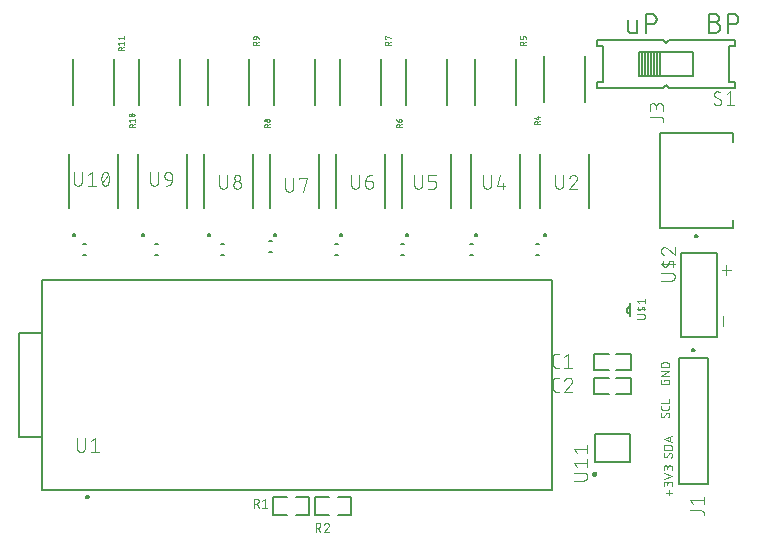
<source format=gbr>
G04 EAGLE Gerber RS-274X export*
G75*
%MOMM*%
%FSLAX34Y34*%
%LPD*%
%INSilkscreen Top*%
%IPPOS*%
%AMOC8*
5,1,8,0,0,1.08239X$1,22.5*%
G01*
%ADD10C,0.152400*%
%ADD11C,0.050800*%
%ADD12C,0.200000*%
%ADD13C,0.101600*%
%ADD14C,0.127000*%
%ADD15C,0.076200*%
%ADD16C,0.050000*%


D10*
X497332Y451019D02*
X497332Y442891D01*
X497334Y442790D01*
X497340Y442689D01*
X497349Y442588D01*
X497362Y442487D01*
X497379Y442387D01*
X497400Y442288D01*
X497424Y442190D01*
X497452Y442093D01*
X497484Y441996D01*
X497519Y441901D01*
X497558Y441808D01*
X497600Y441716D01*
X497646Y441625D01*
X497695Y441537D01*
X497747Y441450D01*
X497803Y441365D01*
X497861Y441282D01*
X497923Y441202D01*
X497988Y441124D01*
X498055Y441048D01*
X498125Y440975D01*
X498198Y440905D01*
X498274Y440838D01*
X498352Y440773D01*
X498432Y440711D01*
X498515Y440653D01*
X498600Y440597D01*
X498687Y440545D01*
X498775Y440496D01*
X498866Y440450D01*
X498958Y440408D01*
X499051Y440369D01*
X499146Y440334D01*
X499243Y440302D01*
X499340Y440274D01*
X499438Y440250D01*
X499537Y440229D01*
X499637Y440212D01*
X499738Y440199D01*
X499839Y440190D01*
X499940Y440184D01*
X500041Y440182D01*
X504557Y440182D01*
X504557Y451019D01*
X512271Y456438D02*
X512271Y440182D01*
X512271Y456438D02*
X516787Y456438D01*
X516920Y456436D01*
X517052Y456430D01*
X517184Y456420D01*
X517316Y456407D01*
X517448Y456389D01*
X517578Y456368D01*
X517709Y456343D01*
X517838Y456314D01*
X517966Y456281D01*
X518094Y456245D01*
X518220Y456205D01*
X518345Y456161D01*
X518469Y456113D01*
X518591Y456062D01*
X518712Y456007D01*
X518831Y455949D01*
X518949Y455887D01*
X519064Y455822D01*
X519178Y455753D01*
X519289Y455682D01*
X519398Y455606D01*
X519505Y455528D01*
X519610Y455447D01*
X519712Y455362D01*
X519812Y455275D01*
X519909Y455185D01*
X520004Y455092D01*
X520095Y454996D01*
X520184Y454898D01*
X520270Y454797D01*
X520353Y454693D01*
X520433Y454587D01*
X520509Y454479D01*
X520583Y454369D01*
X520653Y454256D01*
X520720Y454142D01*
X520783Y454025D01*
X520843Y453907D01*
X520900Y453787D01*
X520953Y453665D01*
X521002Y453542D01*
X521048Y453418D01*
X521090Y453292D01*
X521128Y453165D01*
X521163Y453037D01*
X521194Y452908D01*
X521221Y452779D01*
X521244Y452648D01*
X521264Y452517D01*
X521279Y452385D01*
X521291Y452253D01*
X521299Y452121D01*
X521303Y451988D01*
X521303Y451856D01*
X521299Y451723D01*
X521291Y451591D01*
X521279Y451459D01*
X521264Y451327D01*
X521244Y451196D01*
X521221Y451065D01*
X521194Y450936D01*
X521163Y450807D01*
X521128Y450679D01*
X521090Y450552D01*
X521048Y450426D01*
X521002Y450302D01*
X520953Y450179D01*
X520900Y450057D01*
X520843Y449937D01*
X520783Y449819D01*
X520720Y449702D01*
X520653Y449588D01*
X520583Y449475D01*
X520509Y449365D01*
X520433Y449257D01*
X520353Y449151D01*
X520270Y449047D01*
X520184Y448946D01*
X520095Y448848D01*
X520004Y448752D01*
X519909Y448659D01*
X519812Y448569D01*
X519712Y448482D01*
X519610Y448397D01*
X519505Y448316D01*
X519398Y448238D01*
X519289Y448162D01*
X519178Y448091D01*
X519064Y448022D01*
X518949Y447957D01*
X518831Y447895D01*
X518712Y447837D01*
X518591Y447782D01*
X518469Y447731D01*
X518345Y447683D01*
X518220Y447639D01*
X518094Y447599D01*
X517966Y447563D01*
X517838Y447530D01*
X517709Y447501D01*
X517578Y447476D01*
X517448Y447455D01*
X517316Y447437D01*
X517184Y447424D01*
X517052Y447414D01*
X516920Y447408D01*
X516787Y447406D01*
X516787Y447407D02*
X512271Y447407D01*
X565912Y449213D02*
X570428Y449213D01*
X570428Y449214D02*
X570561Y449212D01*
X570693Y449206D01*
X570825Y449196D01*
X570957Y449183D01*
X571089Y449165D01*
X571219Y449144D01*
X571350Y449119D01*
X571479Y449090D01*
X571607Y449057D01*
X571735Y449021D01*
X571861Y448981D01*
X571986Y448937D01*
X572110Y448889D01*
X572232Y448838D01*
X572353Y448783D01*
X572472Y448725D01*
X572590Y448663D01*
X572705Y448598D01*
X572819Y448529D01*
X572930Y448458D01*
X573039Y448382D01*
X573146Y448304D01*
X573251Y448223D01*
X573353Y448138D01*
X573453Y448051D01*
X573550Y447961D01*
X573645Y447868D01*
X573736Y447772D01*
X573825Y447674D01*
X573911Y447573D01*
X573994Y447469D01*
X574074Y447363D01*
X574150Y447255D01*
X574224Y447145D01*
X574294Y447032D01*
X574361Y446918D01*
X574424Y446801D01*
X574484Y446683D01*
X574541Y446563D01*
X574594Y446441D01*
X574643Y446318D01*
X574689Y446194D01*
X574731Y446068D01*
X574769Y445941D01*
X574804Y445813D01*
X574835Y445684D01*
X574862Y445555D01*
X574885Y445424D01*
X574905Y445293D01*
X574920Y445161D01*
X574932Y445029D01*
X574940Y444897D01*
X574944Y444764D01*
X574944Y444632D01*
X574940Y444499D01*
X574932Y444367D01*
X574920Y444235D01*
X574905Y444103D01*
X574885Y443972D01*
X574862Y443841D01*
X574835Y443712D01*
X574804Y443583D01*
X574769Y443455D01*
X574731Y443328D01*
X574689Y443202D01*
X574643Y443078D01*
X574594Y442955D01*
X574541Y442833D01*
X574484Y442713D01*
X574424Y442595D01*
X574361Y442478D01*
X574294Y442364D01*
X574224Y442251D01*
X574150Y442141D01*
X574074Y442033D01*
X573994Y441927D01*
X573911Y441823D01*
X573825Y441722D01*
X573736Y441624D01*
X573645Y441528D01*
X573550Y441435D01*
X573453Y441345D01*
X573353Y441258D01*
X573251Y441173D01*
X573146Y441092D01*
X573039Y441014D01*
X572930Y440938D01*
X572819Y440867D01*
X572705Y440798D01*
X572590Y440733D01*
X572472Y440671D01*
X572353Y440613D01*
X572232Y440558D01*
X572110Y440507D01*
X571986Y440459D01*
X571861Y440415D01*
X571735Y440375D01*
X571607Y440339D01*
X571479Y440306D01*
X571350Y440277D01*
X571219Y440252D01*
X571089Y440231D01*
X570957Y440213D01*
X570825Y440200D01*
X570693Y440190D01*
X570561Y440184D01*
X570428Y440182D01*
X565912Y440182D01*
X565912Y456438D01*
X570428Y456438D01*
X570547Y456436D01*
X570667Y456430D01*
X570786Y456420D01*
X570904Y456406D01*
X571023Y456389D01*
X571140Y456367D01*
X571257Y456342D01*
X571372Y456312D01*
X571487Y456279D01*
X571601Y456242D01*
X571713Y456202D01*
X571824Y456157D01*
X571933Y456109D01*
X572041Y456058D01*
X572147Y456003D01*
X572251Y455944D01*
X572353Y455882D01*
X572453Y455817D01*
X572551Y455748D01*
X572647Y455676D01*
X572740Y455601D01*
X572830Y455524D01*
X572918Y455443D01*
X573003Y455359D01*
X573085Y455272D01*
X573165Y455183D01*
X573241Y455091D01*
X573315Y454997D01*
X573385Y454900D01*
X573452Y454802D01*
X573516Y454701D01*
X573576Y454597D01*
X573633Y454492D01*
X573686Y454385D01*
X573736Y454277D01*
X573782Y454167D01*
X573824Y454055D01*
X573863Y453942D01*
X573898Y453828D01*
X573929Y453713D01*
X573957Y453596D01*
X573980Y453479D01*
X574000Y453362D01*
X574016Y453243D01*
X574028Y453124D01*
X574036Y453005D01*
X574040Y452886D01*
X574040Y452766D01*
X574036Y452647D01*
X574028Y452528D01*
X574016Y452409D01*
X574000Y452290D01*
X573980Y452173D01*
X573957Y452056D01*
X573929Y451939D01*
X573898Y451824D01*
X573863Y451710D01*
X573824Y451597D01*
X573782Y451485D01*
X573736Y451375D01*
X573686Y451267D01*
X573633Y451160D01*
X573576Y451055D01*
X573516Y450951D01*
X573452Y450850D01*
X573385Y450752D01*
X573315Y450655D01*
X573241Y450561D01*
X573165Y450469D01*
X573085Y450380D01*
X573003Y450293D01*
X572918Y450209D01*
X572830Y450128D01*
X572740Y450051D01*
X572647Y449976D01*
X572551Y449904D01*
X572453Y449835D01*
X572353Y449770D01*
X572251Y449708D01*
X572147Y449649D01*
X572041Y449594D01*
X571933Y449543D01*
X571824Y449495D01*
X571713Y449450D01*
X571601Y449410D01*
X571487Y449373D01*
X571372Y449340D01*
X571257Y449310D01*
X571140Y449285D01*
X571023Y449263D01*
X570904Y449246D01*
X570786Y449232D01*
X570667Y449222D01*
X570547Y449216D01*
X570428Y449214D01*
X581543Y456438D02*
X581543Y440182D01*
X581543Y456438D02*
X586059Y456438D01*
X586192Y456436D01*
X586324Y456430D01*
X586456Y456420D01*
X586588Y456407D01*
X586720Y456389D01*
X586850Y456368D01*
X586981Y456343D01*
X587110Y456314D01*
X587238Y456281D01*
X587366Y456245D01*
X587492Y456205D01*
X587617Y456161D01*
X587741Y456113D01*
X587863Y456062D01*
X587984Y456007D01*
X588103Y455949D01*
X588221Y455887D01*
X588336Y455822D01*
X588450Y455753D01*
X588561Y455682D01*
X588670Y455606D01*
X588777Y455528D01*
X588882Y455447D01*
X588984Y455362D01*
X589084Y455275D01*
X589181Y455185D01*
X589276Y455092D01*
X589367Y454996D01*
X589456Y454898D01*
X589542Y454797D01*
X589625Y454693D01*
X589705Y454587D01*
X589781Y454479D01*
X589855Y454369D01*
X589925Y454256D01*
X589992Y454142D01*
X590055Y454025D01*
X590115Y453907D01*
X590172Y453787D01*
X590225Y453665D01*
X590274Y453542D01*
X590320Y453418D01*
X590362Y453292D01*
X590400Y453165D01*
X590435Y453037D01*
X590466Y452908D01*
X590493Y452779D01*
X590516Y452648D01*
X590536Y452517D01*
X590551Y452385D01*
X590563Y452253D01*
X590571Y452121D01*
X590575Y451988D01*
X590575Y451856D01*
X590571Y451723D01*
X590563Y451591D01*
X590551Y451459D01*
X590536Y451327D01*
X590516Y451196D01*
X590493Y451065D01*
X590466Y450936D01*
X590435Y450807D01*
X590400Y450679D01*
X590362Y450552D01*
X590320Y450426D01*
X590274Y450302D01*
X590225Y450179D01*
X590172Y450057D01*
X590115Y449937D01*
X590055Y449819D01*
X589992Y449702D01*
X589925Y449588D01*
X589855Y449475D01*
X589781Y449365D01*
X589705Y449257D01*
X589625Y449151D01*
X589542Y449047D01*
X589456Y448946D01*
X589367Y448848D01*
X589276Y448752D01*
X589181Y448659D01*
X589084Y448569D01*
X588984Y448482D01*
X588882Y448397D01*
X588777Y448316D01*
X588670Y448238D01*
X588561Y448162D01*
X588450Y448091D01*
X588336Y448022D01*
X588221Y447957D01*
X588103Y447895D01*
X587984Y447837D01*
X587863Y447782D01*
X587741Y447731D01*
X587617Y447683D01*
X587492Y447639D01*
X587366Y447599D01*
X587238Y447563D01*
X587110Y447530D01*
X586981Y447501D01*
X586850Y447476D01*
X586720Y447455D01*
X586588Y447437D01*
X586456Y447424D01*
X586324Y447414D01*
X586192Y447408D01*
X586059Y447406D01*
X586059Y447407D02*
X581543Y447407D01*
D11*
X531650Y53255D02*
X531650Y48514D01*
X529280Y50885D02*
X534021Y50885D01*
X534416Y56224D02*
X534416Y58200D01*
X534414Y58287D01*
X534408Y58375D01*
X534399Y58462D01*
X534385Y58548D01*
X534368Y58634D01*
X534347Y58718D01*
X534322Y58802D01*
X534293Y58885D01*
X534261Y58966D01*
X534226Y59046D01*
X534187Y59124D01*
X534144Y59201D01*
X534098Y59275D01*
X534049Y59347D01*
X533997Y59417D01*
X533941Y59485D01*
X533883Y59550D01*
X533822Y59613D01*
X533758Y59672D01*
X533691Y59729D01*
X533623Y59783D01*
X533551Y59834D01*
X533478Y59881D01*
X533403Y59926D01*
X533325Y59967D01*
X533246Y60004D01*
X533166Y60038D01*
X533084Y60068D01*
X533001Y60095D01*
X532916Y60118D01*
X532831Y60137D01*
X532745Y60152D01*
X532658Y60164D01*
X532571Y60172D01*
X532484Y60176D01*
X532396Y60176D01*
X532309Y60172D01*
X532222Y60164D01*
X532135Y60152D01*
X532049Y60137D01*
X531964Y60118D01*
X531879Y60095D01*
X531796Y60068D01*
X531714Y60038D01*
X531634Y60004D01*
X531555Y59967D01*
X531477Y59926D01*
X531402Y59881D01*
X531329Y59834D01*
X531257Y59783D01*
X531189Y59729D01*
X531122Y59672D01*
X531058Y59613D01*
X530997Y59550D01*
X530939Y59485D01*
X530883Y59417D01*
X530831Y59347D01*
X530782Y59275D01*
X530736Y59201D01*
X530693Y59124D01*
X530654Y59046D01*
X530619Y58966D01*
X530587Y58885D01*
X530558Y58802D01*
X530533Y58718D01*
X530512Y58634D01*
X530495Y58548D01*
X530481Y58462D01*
X530472Y58375D01*
X530466Y58287D01*
X530464Y58200D01*
X527304Y58595D02*
X527304Y56224D01*
X527304Y58595D02*
X527306Y58674D01*
X527312Y58752D01*
X527322Y58830D01*
X527335Y58908D01*
X527353Y58985D01*
X527374Y59061D01*
X527399Y59135D01*
X527428Y59209D01*
X527460Y59281D01*
X527496Y59351D01*
X527536Y59419D01*
X527579Y59485D01*
X527625Y59549D01*
X527674Y59611D01*
X527726Y59670D01*
X527781Y59726D01*
X527839Y59780D01*
X527899Y59830D01*
X527962Y59878D01*
X528027Y59922D01*
X528094Y59963D01*
X528163Y60001D01*
X528234Y60035D01*
X528307Y60066D01*
X528381Y60093D01*
X528456Y60116D01*
X528532Y60135D01*
X528610Y60151D01*
X528688Y60163D01*
X528766Y60171D01*
X528845Y60175D01*
X528923Y60175D01*
X529002Y60171D01*
X529080Y60163D01*
X529158Y60151D01*
X529236Y60135D01*
X529312Y60116D01*
X529387Y60093D01*
X529461Y60066D01*
X529534Y60035D01*
X529605Y60001D01*
X529674Y59963D01*
X529741Y59922D01*
X529806Y59878D01*
X529869Y59830D01*
X529929Y59780D01*
X529987Y59726D01*
X530042Y59670D01*
X530094Y59611D01*
X530143Y59549D01*
X530189Y59485D01*
X530232Y59419D01*
X530272Y59351D01*
X530308Y59281D01*
X530340Y59209D01*
X530369Y59135D01*
X530394Y59061D01*
X530415Y58985D01*
X530433Y58908D01*
X530446Y58830D01*
X530456Y58752D01*
X530462Y58674D01*
X530464Y58595D01*
X530465Y58595D02*
X530465Y57015D01*
X527304Y62687D02*
X534416Y65058D01*
X527304Y67428D01*
X534416Y69940D02*
X534416Y71916D01*
X534414Y72003D01*
X534408Y72091D01*
X534399Y72178D01*
X534385Y72264D01*
X534368Y72350D01*
X534347Y72434D01*
X534322Y72518D01*
X534293Y72601D01*
X534261Y72682D01*
X534226Y72762D01*
X534187Y72840D01*
X534144Y72917D01*
X534098Y72991D01*
X534049Y73063D01*
X533997Y73133D01*
X533941Y73201D01*
X533883Y73266D01*
X533822Y73329D01*
X533758Y73388D01*
X533691Y73445D01*
X533623Y73499D01*
X533551Y73550D01*
X533478Y73597D01*
X533403Y73642D01*
X533325Y73683D01*
X533246Y73720D01*
X533166Y73754D01*
X533084Y73784D01*
X533001Y73811D01*
X532916Y73834D01*
X532831Y73853D01*
X532745Y73868D01*
X532658Y73880D01*
X532571Y73888D01*
X532484Y73892D01*
X532396Y73892D01*
X532309Y73888D01*
X532222Y73880D01*
X532135Y73868D01*
X532049Y73853D01*
X531964Y73834D01*
X531879Y73811D01*
X531796Y73784D01*
X531714Y73754D01*
X531634Y73720D01*
X531555Y73683D01*
X531477Y73642D01*
X531402Y73597D01*
X531329Y73550D01*
X531257Y73499D01*
X531189Y73445D01*
X531122Y73388D01*
X531058Y73329D01*
X530997Y73266D01*
X530939Y73201D01*
X530883Y73133D01*
X530831Y73063D01*
X530782Y72991D01*
X530736Y72917D01*
X530693Y72840D01*
X530654Y72762D01*
X530619Y72682D01*
X530587Y72601D01*
X530558Y72518D01*
X530533Y72434D01*
X530512Y72350D01*
X530495Y72264D01*
X530481Y72178D01*
X530472Y72091D01*
X530466Y72003D01*
X530464Y71916D01*
X527304Y72311D02*
X527304Y69940D01*
X527304Y72311D02*
X527306Y72390D01*
X527312Y72468D01*
X527322Y72546D01*
X527335Y72624D01*
X527353Y72701D01*
X527374Y72777D01*
X527399Y72851D01*
X527428Y72925D01*
X527460Y72997D01*
X527496Y73067D01*
X527536Y73135D01*
X527579Y73201D01*
X527625Y73265D01*
X527674Y73327D01*
X527726Y73386D01*
X527781Y73442D01*
X527839Y73496D01*
X527899Y73546D01*
X527962Y73594D01*
X528027Y73638D01*
X528094Y73679D01*
X528163Y73717D01*
X528234Y73751D01*
X528307Y73782D01*
X528381Y73809D01*
X528456Y73832D01*
X528532Y73851D01*
X528610Y73867D01*
X528688Y73879D01*
X528766Y73887D01*
X528845Y73891D01*
X528923Y73891D01*
X529002Y73887D01*
X529080Y73879D01*
X529158Y73867D01*
X529236Y73851D01*
X529312Y73832D01*
X529387Y73809D01*
X529461Y73782D01*
X529534Y73751D01*
X529605Y73717D01*
X529674Y73679D01*
X529741Y73638D01*
X529806Y73594D01*
X529869Y73546D01*
X529929Y73496D01*
X529987Y73442D01*
X530042Y73386D01*
X530094Y73327D01*
X530143Y73265D01*
X530189Y73201D01*
X530232Y73135D01*
X530272Y73067D01*
X530308Y72997D01*
X530340Y72925D01*
X530369Y72851D01*
X530394Y72777D01*
X530415Y72701D01*
X530433Y72624D01*
X530446Y72546D01*
X530456Y72468D01*
X530462Y72390D01*
X530464Y72311D01*
X530465Y72311D02*
X530465Y70730D01*
X527925Y145260D02*
X527925Y146445D01*
X531876Y146445D01*
X531876Y144074D01*
X531874Y143996D01*
X531868Y143919D01*
X531859Y143842D01*
X531846Y143766D01*
X531829Y143690D01*
X531808Y143615D01*
X531784Y143542D01*
X531756Y143469D01*
X531724Y143398D01*
X531689Y143329D01*
X531651Y143262D01*
X531610Y143196D01*
X531565Y143133D01*
X531517Y143072D01*
X531467Y143013D01*
X531413Y142957D01*
X531357Y142903D01*
X531298Y142853D01*
X531237Y142805D01*
X531174Y142760D01*
X531108Y142719D01*
X531041Y142681D01*
X530972Y142646D01*
X530901Y142614D01*
X530828Y142586D01*
X530755Y142562D01*
X530680Y142541D01*
X530604Y142524D01*
X530528Y142511D01*
X530451Y142502D01*
X530374Y142496D01*
X530296Y142494D01*
X526344Y142494D01*
X526266Y142496D01*
X526189Y142502D01*
X526112Y142511D01*
X526036Y142524D01*
X525960Y142541D01*
X525885Y142562D01*
X525811Y142586D01*
X525739Y142614D01*
X525668Y142646D01*
X525599Y142681D01*
X525531Y142719D01*
X525466Y142760D01*
X525402Y142805D01*
X525341Y142853D01*
X525282Y142904D01*
X525226Y142957D01*
X525173Y143013D01*
X525122Y143072D01*
X525074Y143133D01*
X525029Y143197D01*
X524988Y143262D01*
X524950Y143330D01*
X524915Y143399D01*
X524883Y143470D01*
X524855Y143542D01*
X524831Y143616D01*
X524810Y143691D01*
X524793Y143767D01*
X524780Y143843D01*
X524771Y143920D01*
X524765Y143997D01*
X524763Y144075D01*
X524764Y144074D02*
X524764Y146445D01*
X524764Y149809D02*
X531876Y149809D01*
X531876Y153760D02*
X524764Y149809D01*
X524764Y153760D02*
X531876Y153760D01*
X531876Y157124D02*
X524764Y157124D01*
X524764Y159100D01*
X524766Y159186D01*
X524772Y159272D01*
X524781Y159358D01*
X524794Y159443D01*
X524811Y159528D01*
X524831Y159611D01*
X524855Y159694D01*
X524883Y159776D01*
X524914Y159856D01*
X524949Y159935D01*
X524987Y160012D01*
X525029Y160088D01*
X525073Y160162D01*
X525121Y160233D01*
X525172Y160303D01*
X525226Y160370D01*
X525283Y160435D01*
X525343Y160497D01*
X525405Y160557D01*
X525470Y160614D01*
X525537Y160668D01*
X525607Y160719D01*
X525678Y160767D01*
X525752Y160811D01*
X525828Y160853D01*
X525905Y160891D01*
X525984Y160926D01*
X526064Y160957D01*
X526146Y160985D01*
X526229Y161009D01*
X526312Y161029D01*
X526397Y161046D01*
X526482Y161059D01*
X526568Y161068D01*
X526654Y161074D01*
X526740Y161076D01*
X526740Y161075D02*
X529900Y161075D01*
X529900Y161076D02*
X529986Y161074D01*
X530072Y161068D01*
X530158Y161059D01*
X530243Y161046D01*
X530328Y161029D01*
X530411Y161009D01*
X530494Y160985D01*
X530576Y160957D01*
X530656Y160926D01*
X530735Y160891D01*
X530812Y160853D01*
X530888Y160811D01*
X530962Y160767D01*
X531033Y160719D01*
X531103Y160668D01*
X531170Y160614D01*
X531235Y160557D01*
X531297Y160497D01*
X531357Y160435D01*
X531414Y160370D01*
X531468Y160303D01*
X531519Y160233D01*
X531567Y160162D01*
X531611Y160088D01*
X531653Y160012D01*
X531691Y159935D01*
X531726Y159856D01*
X531757Y159776D01*
X531785Y159694D01*
X531809Y159611D01*
X531829Y159528D01*
X531846Y159443D01*
X531859Y159358D01*
X531868Y159272D01*
X531874Y159186D01*
X531876Y159100D01*
X531876Y157124D01*
X532836Y84466D02*
X532914Y84464D01*
X532991Y84458D01*
X533068Y84449D01*
X533144Y84436D01*
X533220Y84419D01*
X533295Y84398D01*
X533368Y84374D01*
X533441Y84346D01*
X533512Y84314D01*
X533581Y84279D01*
X533648Y84241D01*
X533714Y84200D01*
X533777Y84155D01*
X533838Y84107D01*
X533897Y84057D01*
X533953Y84003D01*
X534007Y83947D01*
X534057Y83888D01*
X534105Y83827D01*
X534150Y83764D01*
X534191Y83698D01*
X534229Y83631D01*
X534264Y83562D01*
X534296Y83491D01*
X534324Y83418D01*
X534348Y83345D01*
X534369Y83270D01*
X534386Y83194D01*
X534399Y83118D01*
X534408Y83041D01*
X534414Y82964D01*
X534416Y82886D01*
X534414Y82771D01*
X534408Y82657D01*
X534398Y82543D01*
X534385Y82429D01*
X534367Y82316D01*
X534345Y82203D01*
X534320Y82091D01*
X534291Y81981D01*
X534258Y81871D01*
X534221Y81762D01*
X534181Y81655D01*
X534137Y81549D01*
X534089Y81445D01*
X534038Y81342D01*
X533983Y81242D01*
X533925Y81143D01*
X533863Y81046D01*
X533799Y80952D01*
X533731Y80859D01*
X533659Y80769D01*
X533585Y80682D01*
X533508Y80597D01*
X533428Y80515D01*
X528884Y80713D02*
X528806Y80715D01*
X528729Y80721D01*
X528652Y80730D01*
X528576Y80743D01*
X528500Y80760D01*
X528425Y80781D01*
X528352Y80805D01*
X528279Y80833D01*
X528208Y80865D01*
X528139Y80900D01*
X528072Y80938D01*
X528006Y80979D01*
X527943Y81024D01*
X527882Y81072D01*
X527823Y81122D01*
X527767Y81176D01*
X527713Y81232D01*
X527663Y81291D01*
X527615Y81352D01*
X527570Y81415D01*
X527529Y81481D01*
X527491Y81548D01*
X527456Y81617D01*
X527424Y81688D01*
X527396Y81761D01*
X527372Y81834D01*
X527351Y81909D01*
X527334Y81985D01*
X527321Y82061D01*
X527312Y82138D01*
X527306Y82215D01*
X527304Y82293D01*
X527306Y82399D01*
X527312Y82505D01*
X527321Y82610D01*
X527334Y82715D01*
X527351Y82820D01*
X527372Y82924D01*
X527396Y83027D01*
X527424Y83129D01*
X527456Y83230D01*
X527491Y83330D01*
X527530Y83428D01*
X527573Y83526D01*
X527618Y83621D01*
X527667Y83715D01*
X527720Y83807D01*
X527776Y83897D01*
X527835Y83985D01*
X527897Y84071D01*
X530267Y81503D02*
X530225Y81436D01*
X530180Y81371D01*
X530131Y81308D01*
X530080Y81247D01*
X530025Y81190D01*
X529968Y81135D01*
X529908Y81082D01*
X529846Y81033D01*
X529781Y80987D01*
X529715Y80945D01*
X529646Y80905D01*
X529575Y80869D01*
X529502Y80837D01*
X529428Y80808D01*
X529353Y80783D01*
X529277Y80762D01*
X529199Y80744D01*
X529121Y80731D01*
X529042Y80721D01*
X528963Y80715D01*
X528884Y80713D01*
X531453Y83676D02*
X531495Y83743D01*
X531540Y83808D01*
X531589Y83871D01*
X531640Y83932D01*
X531695Y83989D01*
X531752Y84044D01*
X531812Y84097D01*
X531874Y84146D01*
X531939Y84192D01*
X532005Y84234D01*
X532074Y84274D01*
X532145Y84310D01*
X532218Y84342D01*
X532292Y84371D01*
X532367Y84396D01*
X532443Y84417D01*
X532521Y84435D01*
X532599Y84448D01*
X532678Y84458D01*
X532757Y84464D01*
X532836Y84466D01*
X531453Y83676D02*
X530267Y81503D01*
X527304Y87373D02*
X534416Y87373D01*
X527304Y87373D02*
X527304Y89349D01*
X527306Y89435D01*
X527312Y89521D01*
X527321Y89607D01*
X527334Y89692D01*
X527351Y89777D01*
X527371Y89860D01*
X527395Y89943D01*
X527423Y90025D01*
X527454Y90105D01*
X527489Y90184D01*
X527527Y90261D01*
X527569Y90337D01*
X527613Y90411D01*
X527661Y90482D01*
X527712Y90552D01*
X527766Y90619D01*
X527823Y90684D01*
X527883Y90746D01*
X527945Y90806D01*
X528010Y90863D01*
X528077Y90917D01*
X528147Y90968D01*
X528218Y91016D01*
X528292Y91060D01*
X528368Y91102D01*
X528445Y91140D01*
X528524Y91175D01*
X528604Y91206D01*
X528686Y91234D01*
X528769Y91258D01*
X528852Y91278D01*
X528937Y91295D01*
X529022Y91308D01*
X529108Y91317D01*
X529194Y91323D01*
X529280Y91325D01*
X529280Y91324D02*
X532440Y91324D01*
X532440Y91325D02*
X532526Y91323D01*
X532612Y91317D01*
X532698Y91308D01*
X532783Y91295D01*
X532868Y91278D01*
X532951Y91258D01*
X533034Y91234D01*
X533116Y91206D01*
X533196Y91175D01*
X533275Y91140D01*
X533352Y91102D01*
X533428Y91060D01*
X533502Y91016D01*
X533573Y90968D01*
X533643Y90917D01*
X533710Y90863D01*
X533775Y90806D01*
X533837Y90746D01*
X533897Y90684D01*
X533954Y90619D01*
X534008Y90552D01*
X534059Y90482D01*
X534107Y90411D01*
X534151Y90337D01*
X534193Y90261D01*
X534231Y90184D01*
X534266Y90105D01*
X534297Y90025D01*
X534325Y89943D01*
X534349Y89860D01*
X534369Y89777D01*
X534386Y89692D01*
X534399Y89607D01*
X534408Y89521D01*
X534414Y89435D01*
X534416Y89349D01*
X534416Y87373D01*
X534416Y94065D02*
X527304Y96435D01*
X534416Y98806D01*
X532638Y98213D02*
X532638Y94657D01*
X531876Y116925D02*
X531874Y117003D01*
X531868Y117080D01*
X531859Y117157D01*
X531846Y117233D01*
X531829Y117309D01*
X531808Y117384D01*
X531784Y117457D01*
X531756Y117530D01*
X531724Y117601D01*
X531689Y117670D01*
X531651Y117737D01*
X531610Y117803D01*
X531565Y117866D01*
X531517Y117927D01*
X531467Y117986D01*
X531413Y118042D01*
X531357Y118096D01*
X531298Y118146D01*
X531237Y118194D01*
X531174Y118239D01*
X531108Y118280D01*
X531041Y118318D01*
X530972Y118353D01*
X530901Y118385D01*
X530828Y118413D01*
X530755Y118437D01*
X530680Y118458D01*
X530604Y118475D01*
X530528Y118488D01*
X530451Y118497D01*
X530374Y118503D01*
X530296Y118505D01*
X531876Y116925D02*
X531874Y116810D01*
X531868Y116696D01*
X531858Y116582D01*
X531845Y116468D01*
X531827Y116355D01*
X531805Y116242D01*
X531780Y116130D01*
X531751Y116020D01*
X531718Y115910D01*
X531681Y115801D01*
X531641Y115694D01*
X531597Y115588D01*
X531549Y115484D01*
X531498Y115381D01*
X531443Y115281D01*
X531385Y115182D01*
X531323Y115085D01*
X531259Y114991D01*
X531191Y114898D01*
X531119Y114808D01*
X531045Y114721D01*
X530968Y114636D01*
X530888Y114554D01*
X526344Y114752D02*
X526266Y114754D01*
X526189Y114760D01*
X526112Y114769D01*
X526036Y114782D01*
X525960Y114799D01*
X525885Y114820D01*
X525812Y114844D01*
X525739Y114872D01*
X525668Y114904D01*
X525599Y114939D01*
X525532Y114977D01*
X525466Y115018D01*
X525403Y115063D01*
X525342Y115111D01*
X525283Y115161D01*
X525227Y115215D01*
X525173Y115271D01*
X525123Y115330D01*
X525075Y115391D01*
X525030Y115454D01*
X524989Y115520D01*
X524951Y115587D01*
X524916Y115656D01*
X524884Y115727D01*
X524856Y115800D01*
X524832Y115873D01*
X524811Y115948D01*
X524794Y116024D01*
X524781Y116100D01*
X524772Y116177D01*
X524766Y116254D01*
X524764Y116332D01*
X524766Y116438D01*
X524772Y116544D01*
X524781Y116649D01*
X524794Y116754D01*
X524811Y116859D01*
X524832Y116963D01*
X524856Y117066D01*
X524884Y117168D01*
X524916Y117269D01*
X524951Y117369D01*
X524990Y117467D01*
X525033Y117565D01*
X525078Y117660D01*
X525127Y117754D01*
X525180Y117846D01*
X525236Y117936D01*
X525295Y118024D01*
X525357Y118110D01*
X527727Y115542D02*
X527685Y115475D01*
X527640Y115410D01*
X527591Y115347D01*
X527540Y115286D01*
X527485Y115229D01*
X527428Y115174D01*
X527368Y115121D01*
X527306Y115072D01*
X527241Y115026D01*
X527175Y114984D01*
X527106Y114944D01*
X527035Y114908D01*
X526962Y114876D01*
X526888Y114847D01*
X526813Y114822D01*
X526737Y114801D01*
X526659Y114783D01*
X526581Y114770D01*
X526502Y114760D01*
X526423Y114754D01*
X526344Y114752D01*
X528913Y117715D02*
X528955Y117782D01*
X529000Y117847D01*
X529049Y117910D01*
X529100Y117971D01*
X529155Y118028D01*
X529212Y118083D01*
X529272Y118136D01*
X529334Y118185D01*
X529399Y118231D01*
X529465Y118273D01*
X529534Y118313D01*
X529605Y118349D01*
X529678Y118381D01*
X529752Y118410D01*
X529827Y118435D01*
X529903Y118456D01*
X529981Y118474D01*
X530059Y118487D01*
X530138Y118497D01*
X530217Y118503D01*
X530296Y118505D01*
X528913Y117715D02*
X527727Y115542D01*
X531876Y122746D02*
X531876Y124326D01*
X531876Y122746D02*
X531874Y122668D01*
X531868Y122591D01*
X531859Y122514D01*
X531846Y122438D01*
X531829Y122362D01*
X531808Y122287D01*
X531784Y122214D01*
X531756Y122141D01*
X531724Y122070D01*
X531689Y122001D01*
X531651Y121934D01*
X531610Y121868D01*
X531565Y121805D01*
X531517Y121744D01*
X531467Y121685D01*
X531413Y121629D01*
X531357Y121575D01*
X531298Y121525D01*
X531237Y121477D01*
X531174Y121432D01*
X531108Y121391D01*
X531041Y121353D01*
X530972Y121318D01*
X530901Y121286D01*
X530828Y121258D01*
X530755Y121234D01*
X530680Y121213D01*
X530604Y121196D01*
X530528Y121183D01*
X530451Y121174D01*
X530374Y121168D01*
X530296Y121166D01*
X530296Y121165D02*
X526344Y121165D01*
X526266Y121167D01*
X526189Y121173D01*
X526112Y121182D01*
X526036Y121195D01*
X525960Y121212D01*
X525885Y121233D01*
X525811Y121257D01*
X525739Y121285D01*
X525668Y121317D01*
X525599Y121352D01*
X525531Y121390D01*
X525466Y121431D01*
X525402Y121476D01*
X525341Y121524D01*
X525282Y121575D01*
X525226Y121628D01*
X525173Y121684D01*
X525122Y121743D01*
X525074Y121804D01*
X525029Y121868D01*
X524988Y121933D01*
X524950Y122001D01*
X524915Y122070D01*
X524883Y122141D01*
X524855Y122213D01*
X524831Y122287D01*
X524810Y122362D01*
X524793Y122438D01*
X524780Y122514D01*
X524771Y122591D01*
X524765Y122668D01*
X524763Y122746D01*
X524764Y122746D02*
X524764Y124326D01*
X524764Y127139D02*
X531876Y127139D01*
X531876Y130300D01*
D12*
X480948Y167894D02*
X467996Y167894D01*
X487046Y154750D02*
X499998Y154750D01*
X467994Y154876D02*
X467996Y167894D01*
X500000Y167830D02*
X499998Y154876D01*
X480948Y154686D02*
X467996Y154686D01*
X487046Y167958D02*
X499998Y167958D01*
D13*
X438771Y156718D02*
X436174Y156718D01*
X436075Y156720D01*
X435975Y156726D01*
X435876Y156735D01*
X435778Y156748D01*
X435680Y156765D01*
X435582Y156786D01*
X435486Y156811D01*
X435391Y156839D01*
X435297Y156871D01*
X435204Y156906D01*
X435112Y156945D01*
X435022Y156988D01*
X434934Y157033D01*
X434847Y157083D01*
X434763Y157135D01*
X434680Y157191D01*
X434600Y157249D01*
X434522Y157311D01*
X434447Y157376D01*
X434374Y157444D01*
X434304Y157514D01*
X434236Y157587D01*
X434171Y157662D01*
X434109Y157740D01*
X434051Y157820D01*
X433995Y157903D01*
X433943Y157987D01*
X433893Y158074D01*
X433848Y158162D01*
X433805Y158252D01*
X433766Y158344D01*
X433731Y158437D01*
X433699Y158531D01*
X433671Y158626D01*
X433646Y158722D01*
X433625Y158820D01*
X433608Y158918D01*
X433595Y159016D01*
X433586Y159115D01*
X433580Y159215D01*
X433578Y159314D01*
X433578Y165806D01*
X433580Y165905D01*
X433586Y166005D01*
X433595Y166104D01*
X433608Y166202D01*
X433625Y166300D01*
X433646Y166398D01*
X433671Y166494D01*
X433699Y166589D01*
X433731Y166683D01*
X433766Y166776D01*
X433805Y166868D01*
X433848Y166958D01*
X433893Y167046D01*
X433943Y167133D01*
X433995Y167217D01*
X434051Y167300D01*
X434109Y167380D01*
X434171Y167458D01*
X434236Y167533D01*
X434304Y167606D01*
X434374Y167676D01*
X434447Y167744D01*
X434522Y167809D01*
X434600Y167871D01*
X434680Y167929D01*
X434763Y167985D01*
X434847Y168037D01*
X434934Y168087D01*
X435022Y168132D01*
X435112Y168175D01*
X435204Y168214D01*
X435296Y168249D01*
X435391Y168281D01*
X435486Y168309D01*
X435582Y168334D01*
X435680Y168355D01*
X435778Y168372D01*
X435876Y168385D01*
X435975Y168394D01*
X436075Y168400D01*
X436174Y168402D01*
X438771Y168402D01*
X443136Y165806D02*
X446382Y168402D01*
X446382Y156718D01*
X449627Y156718D02*
X443136Y156718D01*
D12*
X467996Y147574D02*
X480948Y147574D01*
X487046Y134430D02*
X499998Y134430D01*
X467994Y134556D02*
X467996Y147574D01*
X500000Y147510D02*
X499998Y134556D01*
X480948Y134366D02*
X467996Y134366D01*
X487046Y147638D02*
X499998Y147638D01*
D13*
X438771Y136398D02*
X436174Y136398D01*
X436075Y136400D01*
X435975Y136406D01*
X435876Y136415D01*
X435778Y136428D01*
X435680Y136445D01*
X435582Y136466D01*
X435486Y136491D01*
X435391Y136519D01*
X435297Y136551D01*
X435204Y136586D01*
X435112Y136625D01*
X435022Y136668D01*
X434934Y136713D01*
X434847Y136763D01*
X434763Y136815D01*
X434680Y136871D01*
X434600Y136929D01*
X434522Y136991D01*
X434447Y137056D01*
X434374Y137124D01*
X434304Y137194D01*
X434236Y137267D01*
X434171Y137342D01*
X434109Y137420D01*
X434051Y137500D01*
X433995Y137583D01*
X433943Y137667D01*
X433893Y137754D01*
X433848Y137842D01*
X433805Y137932D01*
X433766Y138024D01*
X433731Y138117D01*
X433699Y138211D01*
X433671Y138306D01*
X433646Y138402D01*
X433625Y138500D01*
X433608Y138598D01*
X433595Y138696D01*
X433586Y138795D01*
X433580Y138895D01*
X433578Y138994D01*
X433578Y145486D01*
X433580Y145585D01*
X433586Y145685D01*
X433595Y145784D01*
X433608Y145882D01*
X433625Y145980D01*
X433646Y146078D01*
X433671Y146174D01*
X433699Y146269D01*
X433731Y146363D01*
X433766Y146456D01*
X433805Y146548D01*
X433848Y146638D01*
X433893Y146726D01*
X433943Y146813D01*
X433995Y146897D01*
X434051Y146980D01*
X434109Y147060D01*
X434171Y147138D01*
X434236Y147213D01*
X434304Y147286D01*
X434374Y147356D01*
X434447Y147424D01*
X434522Y147489D01*
X434600Y147551D01*
X434680Y147609D01*
X434763Y147665D01*
X434847Y147717D01*
X434934Y147767D01*
X435022Y147812D01*
X435112Y147855D01*
X435204Y147894D01*
X435296Y147929D01*
X435391Y147961D01*
X435486Y147989D01*
X435582Y148014D01*
X435680Y148035D01*
X435778Y148052D01*
X435876Y148065D01*
X435975Y148074D01*
X436075Y148080D01*
X436174Y148082D01*
X438771Y148082D01*
X446706Y148082D02*
X446813Y148080D01*
X446919Y148074D01*
X447025Y148064D01*
X447131Y148051D01*
X447237Y148033D01*
X447341Y148012D01*
X447445Y147987D01*
X447548Y147958D01*
X447649Y147926D01*
X447749Y147889D01*
X447848Y147849D01*
X447946Y147806D01*
X448042Y147759D01*
X448136Y147708D01*
X448228Y147654D01*
X448318Y147597D01*
X448406Y147537D01*
X448491Y147473D01*
X448574Y147406D01*
X448655Y147336D01*
X448733Y147264D01*
X448809Y147188D01*
X448881Y147110D01*
X448951Y147029D01*
X449018Y146946D01*
X449082Y146861D01*
X449142Y146773D01*
X449199Y146683D01*
X449253Y146591D01*
X449304Y146497D01*
X449351Y146401D01*
X449394Y146303D01*
X449434Y146204D01*
X449471Y146104D01*
X449503Y146003D01*
X449532Y145900D01*
X449557Y145796D01*
X449578Y145692D01*
X449596Y145586D01*
X449609Y145480D01*
X449619Y145374D01*
X449625Y145268D01*
X449627Y145161D01*
X446706Y148082D02*
X446585Y148080D01*
X446464Y148074D01*
X446344Y148064D01*
X446223Y148051D01*
X446104Y148033D01*
X445984Y148012D01*
X445866Y147987D01*
X445749Y147958D01*
X445632Y147925D01*
X445517Y147889D01*
X445403Y147848D01*
X445290Y147805D01*
X445178Y147757D01*
X445069Y147706D01*
X444961Y147651D01*
X444854Y147593D01*
X444750Y147532D01*
X444648Y147467D01*
X444548Y147399D01*
X444450Y147328D01*
X444354Y147254D01*
X444261Y147177D01*
X444171Y147096D01*
X444083Y147013D01*
X443998Y146927D01*
X443915Y146838D01*
X443836Y146747D01*
X443759Y146653D01*
X443686Y146557D01*
X443616Y146459D01*
X443549Y146358D01*
X443485Y146255D01*
X443425Y146150D01*
X443368Y146043D01*
X443314Y145935D01*
X443264Y145825D01*
X443218Y145713D01*
X443175Y145600D01*
X443136Y145485D01*
X448654Y142889D02*
X448733Y142966D01*
X448809Y143047D01*
X448882Y143130D01*
X448952Y143215D01*
X449019Y143303D01*
X449083Y143393D01*
X449143Y143485D01*
X449200Y143580D01*
X449254Y143676D01*
X449305Y143774D01*
X449352Y143874D01*
X449396Y143976D01*
X449436Y144079D01*
X449472Y144183D01*
X449504Y144289D01*
X449533Y144395D01*
X449558Y144503D01*
X449580Y144611D01*
X449597Y144721D01*
X449611Y144830D01*
X449620Y144940D01*
X449626Y145051D01*
X449628Y145161D01*
X448654Y142889D02*
X443136Y136398D01*
X449627Y136398D01*
D12*
X540400Y165110D02*
X564500Y165110D01*
X564500Y58410D02*
X540400Y58410D01*
X564500Y58410D02*
X564500Y165110D01*
X540400Y165110D02*
X540400Y58410D01*
X551450Y171610D02*
X551452Y171673D01*
X551458Y171735D01*
X551468Y171797D01*
X551481Y171859D01*
X551499Y171919D01*
X551520Y171978D01*
X551545Y172036D01*
X551574Y172092D01*
X551606Y172146D01*
X551641Y172198D01*
X551679Y172247D01*
X551721Y172295D01*
X551765Y172339D01*
X551813Y172381D01*
X551862Y172419D01*
X551914Y172454D01*
X551968Y172486D01*
X552024Y172515D01*
X552082Y172540D01*
X552141Y172561D01*
X552201Y172579D01*
X552263Y172592D01*
X552325Y172602D01*
X552387Y172608D01*
X552450Y172610D01*
X552513Y172608D01*
X552575Y172602D01*
X552637Y172592D01*
X552699Y172579D01*
X552759Y172561D01*
X552818Y172540D01*
X552876Y172515D01*
X552932Y172486D01*
X552986Y172454D01*
X553038Y172419D01*
X553087Y172381D01*
X553135Y172339D01*
X553179Y172295D01*
X553221Y172247D01*
X553259Y172198D01*
X553294Y172146D01*
X553326Y172092D01*
X553355Y172036D01*
X553380Y171978D01*
X553401Y171919D01*
X553419Y171859D01*
X553432Y171797D01*
X553442Y171735D01*
X553448Y171673D01*
X553450Y171610D01*
X553448Y171547D01*
X553442Y171485D01*
X553432Y171423D01*
X553419Y171361D01*
X553401Y171301D01*
X553380Y171242D01*
X553355Y171184D01*
X553326Y171128D01*
X553294Y171074D01*
X553259Y171022D01*
X553221Y170973D01*
X553179Y170925D01*
X553135Y170881D01*
X553087Y170839D01*
X553038Y170801D01*
X552986Y170766D01*
X552932Y170734D01*
X552876Y170705D01*
X552818Y170680D01*
X552759Y170659D01*
X552699Y170641D01*
X552637Y170628D01*
X552575Y170618D01*
X552513Y170612D01*
X552450Y170610D01*
X552387Y170612D01*
X552325Y170618D01*
X552263Y170628D01*
X552201Y170641D01*
X552141Y170659D01*
X552082Y170680D01*
X552024Y170705D01*
X551968Y170734D01*
X551914Y170766D01*
X551862Y170801D01*
X551813Y170839D01*
X551765Y170881D01*
X551721Y170925D01*
X551679Y170973D01*
X551641Y171022D01*
X551606Y171074D01*
X551574Y171128D01*
X551545Y171184D01*
X551520Y171242D01*
X551499Y171301D01*
X551481Y171361D01*
X551468Y171423D01*
X551458Y171485D01*
X551452Y171547D01*
X551450Y171610D01*
D13*
X549568Y35838D02*
X558656Y35838D01*
X558656Y35837D02*
X558755Y35835D01*
X558855Y35829D01*
X558954Y35820D01*
X559052Y35807D01*
X559150Y35790D01*
X559248Y35769D01*
X559344Y35744D01*
X559439Y35716D01*
X559533Y35684D01*
X559626Y35649D01*
X559718Y35610D01*
X559808Y35567D01*
X559896Y35522D01*
X559983Y35472D01*
X560067Y35420D01*
X560150Y35364D01*
X560230Y35306D01*
X560308Y35244D01*
X560383Y35179D01*
X560456Y35111D01*
X560526Y35041D01*
X560594Y34968D01*
X560659Y34893D01*
X560721Y34815D01*
X560779Y34735D01*
X560835Y34652D01*
X560887Y34568D01*
X560937Y34481D01*
X560982Y34393D01*
X561025Y34303D01*
X561064Y34211D01*
X561099Y34118D01*
X561131Y34024D01*
X561159Y33929D01*
X561184Y33833D01*
X561205Y33735D01*
X561222Y33637D01*
X561235Y33539D01*
X561244Y33440D01*
X561250Y33340D01*
X561252Y33241D01*
X561252Y31943D01*
X552164Y41111D02*
X549568Y44356D01*
X561252Y44356D01*
X561252Y41111D02*
X561252Y47602D01*
D14*
X585990Y274560D02*
X523990Y274560D01*
X523990Y355360D02*
X585990Y355360D01*
X523990Y355360D02*
X523990Y274560D01*
X585990Y274560D02*
X585990Y281960D01*
X585990Y347960D02*
X585990Y355360D01*
D12*
X553990Y268160D02*
X553992Y268223D01*
X553998Y268285D01*
X554008Y268347D01*
X554021Y268409D01*
X554039Y268469D01*
X554060Y268528D01*
X554085Y268586D01*
X554114Y268642D01*
X554146Y268696D01*
X554181Y268748D01*
X554219Y268797D01*
X554261Y268845D01*
X554305Y268889D01*
X554353Y268931D01*
X554402Y268969D01*
X554454Y269004D01*
X554508Y269036D01*
X554564Y269065D01*
X554622Y269090D01*
X554681Y269111D01*
X554741Y269129D01*
X554803Y269142D01*
X554865Y269152D01*
X554927Y269158D01*
X554990Y269160D01*
X555053Y269158D01*
X555115Y269152D01*
X555177Y269142D01*
X555239Y269129D01*
X555299Y269111D01*
X555358Y269090D01*
X555416Y269065D01*
X555472Y269036D01*
X555526Y269004D01*
X555578Y268969D01*
X555627Y268931D01*
X555675Y268889D01*
X555719Y268845D01*
X555761Y268797D01*
X555799Y268748D01*
X555834Y268696D01*
X555866Y268642D01*
X555895Y268586D01*
X555920Y268528D01*
X555941Y268469D01*
X555959Y268409D01*
X555972Y268347D01*
X555982Y268285D01*
X555988Y268223D01*
X555990Y268160D01*
X555988Y268097D01*
X555982Y268035D01*
X555972Y267973D01*
X555959Y267911D01*
X555941Y267851D01*
X555920Y267792D01*
X555895Y267734D01*
X555866Y267678D01*
X555834Y267624D01*
X555799Y267572D01*
X555761Y267523D01*
X555719Y267475D01*
X555675Y267431D01*
X555627Y267389D01*
X555578Y267351D01*
X555526Y267316D01*
X555472Y267284D01*
X555416Y267255D01*
X555358Y267230D01*
X555299Y267209D01*
X555239Y267191D01*
X555177Y267178D01*
X555115Y267168D01*
X555053Y267162D01*
X554990Y267160D01*
X554927Y267162D01*
X554865Y267168D01*
X554803Y267178D01*
X554741Y267191D01*
X554681Y267209D01*
X554622Y267230D01*
X554564Y267255D01*
X554508Y267284D01*
X554454Y267316D01*
X554402Y267351D01*
X554353Y267389D01*
X554305Y267431D01*
X554261Y267475D01*
X554219Y267523D01*
X554181Y267572D01*
X554146Y267624D01*
X554114Y267678D01*
X554085Y267734D01*
X554060Y267792D01*
X554039Y267851D01*
X554021Y267911D01*
X554008Y267973D01*
X553998Y268035D01*
X553992Y268097D01*
X553990Y268160D01*
D13*
X524506Y368803D02*
X515418Y368803D01*
X524506Y368802D02*
X524605Y368800D01*
X524705Y368794D01*
X524804Y368785D01*
X524902Y368772D01*
X525000Y368755D01*
X525098Y368734D01*
X525194Y368709D01*
X525289Y368681D01*
X525383Y368649D01*
X525476Y368614D01*
X525568Y368575D01*
X525658Y368532D01*
X525746Y368487D01*
X525833Y368437D01*
X525917Y368385D01*
X526000Y368329D01*
X526080Y368271D01*
X526158Y368209D01*
X526233Y368144D01*
X526306Y368076D01*
X526376Y368006D01*
X526444Y367933D01*
X526509Y367858D01*
X526571Y367780D01*
X526629Y367700D01*
X526685Y367617D01*
X526737Y367533D01*
X526787Y367446D01*
X526832Y367358D01*
X526875Y367268D01*
X526914Y367176D01*
X526949Y367083D01*
X526981Y366989D01*
X527009Y366894D01*
X527034Y366798D01*
X527055Y366700D01*
X527072Y366602D01*
X527085Y366504D01*
X527094Y366405D01*
X527100Y366305D01*
X527102Y366206D01*
X527102Y364908D01*
X527102Y374076D02*
X527102Y377322D01*
X527100Y377435D01*
X527094Y377548D01*
X527084Y377661D01*
X527070Y377774D01*
X527053Y377886D01*
X527031Y377997D01*
X527006Y378107D01*
X526976Y378217D01*
X526943Y378325D01*
X526906Y378432D01*
X526866Y378538D01*
X526821Y378642D01*
X526773Y378745D01*
X526722Y378846D01*
X526667Y378945D01*
X526609Y379042D01*
X526547Y379137D01*
X526482Y379230D01*
X526414Y379320D01*
X526343Y379408D01*
X526268Y379494D01*
X526191Y379577D01*
X526111Y379657D01*
X526028Y379734D01*
X525942Y379809D01*
X525854Y379880D01*
X525764Y379948D01*
X525671Y380013D01*
X525576Y380075D01*
X525479Y380133D01*
X525380Y380188D01*
X525279Y380239D01*
X525176Y380287D01*
X525072Y380332D01*
X524966Y380372D01*
X524859Y380409D01*
X524751Y380442D01*
X524641Y380472D01*
X524531Y380497D01*
X524420Y380519D01*
X524308Y380536D01*
X524195Y380550D01*
X524082Y380560D01*
X523969Y380566D01*
X523856Y380568D01*
X523743Y380566D01*
X523630Y380560D01*
X523517Y380550D01*
X523404Y380536D01*
X523292Y380519D01*
X523181Y380497D01*
X523071Y380472D01*
X522961Y380442D01*
X522853Y380409D01*
X522746Y380372D01*
X522640Y380332D01*
X522536Y380287D01*
X522433Y380239D01*
X522332Y380188D01*
X522233Y380133D01*
X522136Y380075D01*
X522041Y380013D01*
X521948Y379948D01*
X521858Y379880D01*
X521770Y379809D01*
X521684Y379734D01*
X521601Y379657D01*
X521521Y379577D01*
X521444Y379494D01*
X521369Y379408D01*
X521298Y379320D01*
X521230Y379230D01*
X521165Y379137D01*
X521103Y379042D01*
X521045Y378945D01*
X520990Y378846D01*
X520939Y378745D01*
X520891Y378642D01*
X520846Y378538D01*
X520806Y378432D01*
X520769Y378325D01*
X520736Y378217D01*
X520706Y378107D01*
X520681Y377997D01*
X520659Y377886D01*
X520642Y377774D01*
X520628Y377661D01*
X520618Y377548D01*
X520612Y377435D01*
X520610Y377322D01*
X515418Y377971D02*
X515418Y374076D01*
X515418Y377971D02*
X515420Y378072D01*
X515426Y378172D01*
X515436Y378272D01*
X515449Y378372D01*
X515467Y378471D01*
X515488Y378570D01*
X515513Y378667D01*
X515542Y378764D01*
X515575Y378859D01*
X515611Y378953D01*
X515651Y379045D01*
X515694Y379136D01*
X515741Y379225D01*
X515791Y379312D01*
X515845Y379398D01*
X515902Y379481D01*
X515962Y379561D01*
X516025Y379640D01*
X516092Y379716D01*
X516161Y379789D01*
X516233Y379859D01*
X516307Y379927D01*
X516384Y379992D01*
X516464Y380053D01*
X516546Y380112D01*
X516630Y380167D01*
X516716Y380219D01*
X516804Y380268D01*
X516894Y380313D01*
X516986Y380355D01*
X517079Y380393D01*
X517174Y380427D01*
X517269Y380458D01*
X517366Y380485D01*
X517464Y380508D01*
X517563Y380528D01*
X517663Y380543D01*
X517763Y380555D01*
X517863Y380563D01*
X517964Y380567D01*
X518064Y380567D01*
X518165Y380563D01*
X518265Y380555D01*
X518365Y380543D01*
X518465Y380528D01*
X518564Y380508D01*
X518662Y380485D01*
X518759Y380458D01*
X518854Y380427D01*
X518949Y380393D01*
X519042Y380355D01*
X519134Y380313D01*
X519224Y380268D01*
X519312Y380219D01*
X519398Y380167D01*
X519482Y380112D01*
X519564Y380053D01*
X519644Y379992D01*
X519721Y379927D01*
X519795Y379859D01*
X519867Y379789D01*
X519936Y379716D01*
X520003Y379640D01*
X520066Y379561D01*
X520126Y379481D01*
X520183Y379398D01*
X520237Y379312D01*
X520287Y379225D01*
X520334Y379136D01*
X520377Y379045D01*
X520417Y378953D01*
X520453Y378859D01*
X520486Y378764D01*
X520515Y378667D01*
X520540Y378570D01*
X520561Y378471D01*
X520579Y378372D01*
X520592Y378272D01*
X520602Y378172D01*
X520608Y378072D01*
X520610Y377971D01*
X520611Y377971D02*
X520611Y375374D01*
D12*
X196850Y46990D02*
X196850Y31750D01*
X208280Y31750D01*
X208280Y46990D02*
X196850Y46990D01*
X215900Y46990D02*
X227330Y46990D01*
X227330Y31750D01*
X215900Y31750D01*
D15*
X180261Y38211D02*
X180261Y45577D01*
X182307Y45577D01*
X182396Y45575D01*
X182485Y45569D01*
X182574Y45559D01*
X182662Y45546D01*
X182750Y45529D01*
X182837Y45507D01*
X182922Y45482D01*
X183007Y45454D01*
X183090Y45421D01*
X183172Y45385D01*
X183252Y45346D01*
X183330Y45303D01*
X183406Y45257D01*
X183481Y45207D01*
X183553Y45154D01*
X183622Y45098D01*
X183689Y45039D01*
X183754Y44978D01*
X183815Y44913D01*
X183874Y44846D01*
X183930Y44777D01*
X183983Y44705D01*
X184033Y44630D01*
X184079Y44554D01*
X184122Y44476D01*
X184161Y44396D01*
X184197Y44314D01*
X184230Y44231D01*
X184258Y44146D01*
X184283Y44061D01*
X184305Y43974D01*
X184322Y43886D01*
X184335Y43798D01*
X184345Y43709D01*
X184351Y43620D01*
X184353Y43531D01*
X184351Y43442D01*
X184345Y43353D01*
X184335Y43264D01*
X184322Y43176D01*
X184305Y43088D01*
X184283Y43001D01*
X184258Y42916D01*
X184230Y42831D01*
X184197Y42748D01*
X184161Y42666D01*
X184122Y42586D01*
X184079Y42508D01*
X184033Y42432D01*
X183983Y42357D01*
X183930Y42285D01*
X183874Y42216D01*
X183815Y42149D01*
X183754Y42084D01*
X183689Y42023D01*
X183622Y41964D01*
X183553Y41908D01*
X183481Y41855D01*
X183406Y41805D01*
X183330Y41759D01*
X183252Y41716D01*
X183172Y41677D01*
X183090Y41641D01*
X183007Y41608D01*
X182922Y41580D01*
X182837Y41555D01*
X182750Y41533D01*
X182662Y41516D01*
X182574Y41503D01*
X182485Y41493D01*
X182396Y41487D01*
X182307Y41485D01*
X180261Y41485D01*
X182716Y41485D02*
X184353Y38211D01*
X187525Y43940D02*
X189571Y45577D01*
X189571Y38211D01*
X187525Y38211D02*
X191617Y38211D01*
D12*
X262890Y31750D02*
X262890Y46990D01*
X251460Y46990D01*
X251460Y31750D02*
X262890Y31750D01*
X243840Y31750D02*
X232410Y31750D01*
X232410Y46990D01*
X243840Y46990D01*
D15*
X232563Y25289D02*
X232563Y17923D01*
X232563Y25289D02*
X234609Y25289D01*
X234698Y25287D01*
X234787Y25281D01*
X234876Y25271D01*
X234964Y25258D01*
X235052Y25241D01*
X235139Y25219D01*
X235224Y25194D01*
X235309Y25166D01*
X235392Y25133D01*
X235474Y25097D01*
X235554Y25058D01*
X235632Y25015D01*
X235708Y24969D01*
X235783Y24919D01*
X235855Y24866D01*
X235924Y24810D01*
X235991Y24751D01*
X236056Y24690D01*
X236117Y24625D01*
X236176Y24558D01*
X236232Y24489D01*
X236285Y24417D01*
X236335Y24342D01*
X236381Y24266D01*
X236424Y24188D01*
X236463Y24108D01*
X236499Y24026D01*
X236532Y23943D01*
X236560Y23858D01*
X236585Y23773D01*
X236607Y23686D01*
X236624Y23598D01*
X236637Y23510D01*
X236647Y23421D01*
X236653Y23332D01*
X236655Y23243D01*
X236653Y23154D01*
X236647Y23065D01*
X236637Y22976D01*
X236624Y22888D01*
X236607Y22800D01*
X236585Y22713D01*
X236560Y22628D01*
X236532Y22543D01*
X236499Y22460D01*
X236463Y22378D01*
X236424Y22298D01*
X236381Y22220D01*
X236335Y22144D01*
X236285Y22069D01*
X236232Y21997D01*
X236176Y21928D01*
X236117Y21861D01*
X236056Y21796D01*
X235991Y21735D01*
X235924Y21676D01*
X235855Y21620D01*
X235783Y21567D01*
X235708Y21517D01*
X235632Y21471D01*
X235554Y21428D01*
X235474Y21389D01*
X235392Y21353D01*
X235309Y21320D01*
X235224Y21292D01*
X235139Y21267D01*
X235052Y21245D01*
X234964Y21228D01*
X234876Y21215D01*
X234787Y21205D01*
X234698Y21199D01*
X234609Y21197D01*
X232563Y21197D01*
X235018Y21197D02*
X236655Y17923D01*
X243920Y23448D02*
X243918Y23533D01*
X243912Y23618D01*
X243902Y23702D01*
X243889Y23786D01*
X243871Y23870D01*
X243850Y23952D01*
X243825Y24033D01*
X243796Y24113D01*
X243763Y24192D01*
X243727Y24269D01*
X243687Y24344D01*
X243644Y24418D01*
X243598Y24489D01*
X243548Y24558D01*
X243495Y24625D01*
X243439Y24689D01*
X243380Y24750D01*
X243319Y24809D01*
X243255Y24865D01*
X243188Y24918D01*
X243119Y24968D01*
X243048Y25014D01*
X242974Y25057D01*
X242899Y25097D01*
X242822Y25133D01*
X242743Y25166D01*
X242663Y25195D01*
X242582Y25220D01*
X242500Y25241D01*
X242416Y25259D01*
X242332Y25272D01*
X242248Y25282D01*
X242163Y25288D01*
X242078Y25290D01*
X242078Y25289D02*
X241982Y25287D01*
X241886Y25281D01*
X241791Y25271D01*
X241696Y25258D01*
X241601Y25240D01*
X241508Y25219D01*
X241415Y25194D01*
X241324Y25165D01*
X241233Y25133D01*
X241144Y25097D01*
X241057Y25057D01*
X240971Y25014D01*
X240887Y24968D01*
X240805Y24918D01*
X240725Y24864D01*
X240648Y24808D01*
X240573Y24748D01*
X240500Y24686D01*
X240430Y24620D01*
X240362Y24552D01*
X240297Y24481D01*
X240236Y24408D01*
X240177Y24332D01*
X240121Y24253D01*
X240069Y24173D01*
X240020Y24090D01*
X239974Y24006D01*
X239932Y23920D01*
X239894Y23832D01*
X239859Y23743D01*
X239827Y23652D01*
X243305Y22016D02*
X243365Y22075D01*
X243422Y22137D01*
X243477Y22201D01*
X243528Y22268D01*
X243577Y22337D01*
X243623Y22407D01*
X243666Y22480D01*
X243706Y22554D01*
X243742Y22630D01*
X243775Y22708D01*
X243805Y22787D01*
X243832Y22867D01*
X243855Y22948D01*
X243874Y23030D01*
X243890Y23112D01*
X243903Y23196D01*
X243912Y23280D01*
X243917Y23364D01*
X243919Y23448D01*
X243305Y22015D02*
X239827Y17923D01*
X243919Y17923D01*
D14*
X471170Y434340D02*
X527050Y434340D01*
X529590Y431800D01*
X532130Y434340D01*
X588010Y434340D01*
X588010Y429260D01*
X582930Y429260D01*
X582930Y398780D01*
X588010Y398780D01*
X588010Y393700D01*
X532130Y393700D01*
X529590Y396240D01*
X527050Y393700D01*
X471170Y393700D01*
X471170Y398780D01*
X476250Y398780D01*
X476250Y429260D01*
X471170Y429260D01*
X471170Y434340D01*
X506730Y424180D02*
X552450Y424180D01*
X552450Y403860D01*
X506730Y403860D01*
X506730Y424180D01*
X509270Y424180D02*
X509270Y403860D01*
X511810Y403860D02*
X511810Y424180D01*
X514350Y424180D02*
X514350Y403860D01*
X516890Y403860D02*
X516890Y424180D01*
X519430Y424180D02*
X519430Y403860D01*
X521970Y403860D02*
X521970Y424180D01*
X524510Y424180D02*
X524510Y403860D01*
D13*
X573363Y378968D02*
X573462Y378970D01*
X573562Y378976D01*
X573661Y378985D01*
X573759Y378998D01*
X573857Y379015D01*
X573955Y379036D01*
X574051Y379061D01*
X574146Y379089D01*
X574240Y379121D01*
X574333Y379156D01*
X574425Y379195D01*
X574515Y379238D01*
X574603Y379283D01*
X574690Y379333D01*
X574774Y379385D01*
X574857Y379441D01*
X574937Y379499D01*
X575015Y379561D01*
X575090Y379626D01*
X575163Y379694D01*
X575233Y379764D01*
X575301Y379837D01*
X575366Y379912D01*
X575428Y379990D01*
X575486Y380070D01*
X575542Y380153D01*
X575594Y380237D01*
X575644Y380324D01*
X575689Y380412D01*
X575732Y380502D01*
X575771Y380594D01*
X575806Y380687D01*
X575838Y380781D01*
X575866Y380876D01*
X575891Y380972D01*
X575912Y381070D01*
X575929Y381168D01*
X575942Y381266D01*
X575951Y381365D01*
X575957Y381465D01*
X575959Y381564D01*
X573363Y378968D02*
X573219Y378970D01*
X573074Y378976D01*
X572930Y378985D01*
X572787Y378998D01*
X572643Y379015D01*
X572500Y379036D01*
X572358Y379061D01*
X572217Y379089D01*
X572076Y379121D01*
X571936Y379157D01*
X571797Y379196D01*
X571659Y379239D01*
X571523Y379286D01*
X571387Y379336D01*
X571253Y379390D01*
X571121Y379447D01*
X570990Y379508D01*
X570861Y379572D01*
X570733Y379640D01*
X570607Y379710D01*
X570483Y379785D01*
X570362Y379862D01*
X570242Y379943D01*
X570124Y380026D01*
X570009Y380113D01*
X569896Y380203D01*
X569785Y380296D01*
X569677Y380391D01*
X569571Y380490D01*
X569468Y380591D01*
X569793Y388056D02*
X569795Y388155D01*
X569801Y388255D01*
X569810Y388354D01*
X569823Y388452D01*
X569840Y388550D01*
X569861Y388648D01*
X569886Y388744D01*
X569914Y388839D01*
X569946Y388933D01*
X569981Y389026D01*
X570020Y389118D01*
X570063Y389208D01*
X570108Y389296D01*
X570158Y389383D01*
X570210Y389467D01*
X570266Y389550D01*
X570324Y389630D01*
X570386Y389708D01*
X570451Y389783D01*
X570519Y389856D01*
X570589Y389926D01*
X570662Y389994D01*
X570737Y390059D01*
X570815Y390121D01*
X570895Y390179D01*
X570978Y390235D01*
X571062Y390287D01*
X571149Y390337D01*
X571237Y390382D01*
X571327Y390425D01*
X571419Y390464D01*
X571512Y390499D01*
X571606Y390531D01*
X571701Y390559D01*
X571798Y390584D01*
X571895Y390605D01*
X571993Y390622D01*
X572091Y390635D01*
X572190Y390644D01*
X572290Y390650D01*
X572389Y390652D01*
X572525Y390650D01*
X572661Y390644D01*
X572797Y390635D01*
X572933Y390622D01*
X573068Y390604D01*
X573202Y390584D01*
X573336Y390559D01*
X573470Y390531D01*
X573602Y390498D01*
X573733Y390463D01*
X573864Y390423D01*
X573993Y390380D01*
X574121Y390334D01*
X574247Y390283D01*
X574373Y390230D01*
X574496Y390172D01*
X574618Y390112D01*
X574738Y390048D01*
X574857Y389980D01*
X574973Y389910D01*
X575087Y389836D01*
X575200Y389759D01*
X575310Y389678D01*
X571091Y385784D02*
X571005Y385837D01*
X570921Y385894D01*
X570839Y385953D01*
X570759Y386016D01*
X570682Y386082D01*
X570607Y386150D01*
X570535Y386222D01*
X570466Y386296D01*
X570400Y386373D01*
X570337Y386452D01*
X570277Y386534D01*
X570220Y386618D01*
X570166Y386704D01*
X570116Y386792D01*
X570069Y386882D01*
X570025Y386973D01*
X569986Y387067D01*
X569949Y387161D01*
X569917Y387257D01*
X569888Y387355D01*
X569863Y387453D01*
X569842Y387552D01*
X569824Y387652D01*
X569811Y387752D01*
X569801Y387853D01*
X569795Y387955D01*
X569793Y388056D01*
X574661Y383836D02*
X574747Y383783D01*
X574831Y383726D01*
X574913Y383667D01*
X574993Y383604D01*
X575070Y383538D01*
X575145Y383470D01*
X575217Y383398D01*
X575286Y383324D01*
X575352Y383247D01*
X575415Y383168D01*
X575475Y383086D01*
X575532Y383002D01*
X575586Y382916D01*
X575636Y382828D01*
X575683Y382738D01*
X575727Y382647D01*
X575766Y382553D01*
X575803Y382459D01*
X575835Y382363D01*
X575864Y382265D01*
X575889Y382167D01*
X575910Y382068D01*
X575928Y381968D01*
X575941Y381868D01*
X575951Y381767D01*
X575957Y381665D01*
X575959Y381564D01*
X574661Y383836D02*
X571091Y385784D01*
X580517Y388056D02*
X583763Y390652D01*
X583763Y378968D01*
X587008Y378968D02*
X580517Y378968D01*
D10*
X499110Y202692D02*
X499110Y200406D01*
X499110Y202692D02*
X499110Y208788D01*
X499110Y211074D01*
X499110Y208788D02*
X499001Y208786D01*
X498893Y208780D01*
X498784Y208771D01*
X498676Y208757D01*
X498569Y208740D01*
X498462Y208718D01*
X498356Y208693D01*
X498251Y208665D01*
X498147Y208632D01*
X498045Y208596D01*
X497944Y208556D01*
X497844Y208513D01*
X497746Y208466D01*
X497649Y208415D01*
X497555Y208361D01*
X497462Y208304D01*
X497372Y208244D01*
X497283Y208180D01*
X497197Y208113D01*
X497114Y208044D01*
X497033Y207971D01*
X496955Y207895D01*
X496879Y207817D01*
X496806Y207736D01*
X496737Y207653D01*
X496670Y207567D01*
X496606Y207478D01*
X496546Y207388D01*
X496489Y207295D01*
X496435Y207201D01*
X496384Y207104D01*
X496337Y207006D01*
X496294Y206906D01*
X496254Y206805D01*
X496218Y206703D01*
X496185Y206599D01*
X496157Y206494D01*
X496132Y206388D01*
X496110Y206281D01*
X496093Y206174D01*
X496079Y206066D01*
X496070Y205957D01*
X496064Y205849D01*
X496062Y205740D01*
X496064Y205631D01*
X496070Y205523D01*
X496079Y205414D01*
X496093Y205306D01*
X496110Y205199D01*
X496132Y205092D01*
X496157Y204986D01*
X496185Y204881D01*
X496218Y204777D01*
X496254Y204675D01*
X496294Y204574D01*
X496337Y204474D01*
X496384Y204376D01*
X496435Y204279D01*
X496489Y204185D01*
X496546Y204092D01*
X496606Y204002D01*
X496670Y203913D01*
X496737Y203827D01*
X496806Y203744D01*
X496879Y203663D01*
X496955Y203585D01*
X497033Y203509D01*
X497114Y203436D01*
X497197Y203367D01*
X497283Y203300D01*
X497372Y203236D01*
X497462Y203176D01*
X497555Y203119D01*
X497649Y203065D01*
X497746Y203014D01*
X497844Y202967D01*
X497944Y202924D01*
X498045Y202884D01*
X498147Y202848D01*
X498251Y202815D01*
X498356Y202787D01*
X498462Y202762D01*
X498569Y202740D01*
X498676Y202723D01*
X498784Y202709D01*
X498893Y202700D01*
X499001Y202694D01*
X499110Y202692D01*
D15*
X504707Y198112D02*
X509660Y198112D01*
X509745Y198114D01*
X509831Y198120D01*
X509916Y198129D01*
X510000Y198143D01*
X510084Y198160D01*
X510167Y198181D01*
X510249Y198205D01*
X510329Y198233D01*
X510409Y198265D01*
X510487Y198301D01*
X510563Y198339D01*
X510637Y198382D01*
X510709Y198427D01*
X510780Y198476D01*
X510848Y198528D01*
X510913Y198582D01*
X510976Y198640D01*
X511037Y198701D01*
X511095Y198764D01*
X511149Y198829D01*
X511201Y198897D01*
X511250Y198968D01*
X511295Y199040D01*
X511338Y199114D01*
X511376Y199190D01*
X511412Y199268D01*
X511444Y199348D01*
X511472Y199428D01*
X511496Y199510D01*
X511517Y199593D01*
X511534Y199677D01*
X511548Y199761D01*
X511557Y199846D01*
X511563Y199932D01*
X511565Y200017D01*
X511563Y200102D01*
X511557Y200188D01*
X511548Y200273D01*
X511534Y200357D01*
X511517Y200441D01*
X511496Y200524D01*
X511472Y200606D01*
X511444Y200686D01*
X511412Y200766D01*
X511376Y200844D01*
X511338Y200920D01*
X511295Y200994D01*
X511250Y201066D01*
X511201Y201137D01*
X511149Y201205D01*
X511095Y201270D01*
X511037Y201333D01*
X510976Y201394D01*
X510913Y201452D01*
X510848Y201506D01*
X510780Y201558D01*
X510709Y201607D01*
X510637Y201652D01*
X510563Y201695D01*
X510487Y201733D01*
X510409Y201769D01*
X510329Y201801D01*
X510249Y201829D01*
X510167Y201853D01*
X510084Y201874D01*
X510000Y201891D01*
X509916Y201905D01*
X509831Y201914D01*
X509745Y201920D01*
X509660Y201922D01*
X504707Y201922D01*
X504707Y206646D02*
X511565Y206646D01*
X508136Y206646D02*
X507565Y205694D01*
X507529Y205637D01*
X507489Y205583D01*
X507446Y205531D01*
X507401Y205481D01*
X507352Y205435D01*
X507301Y205391D01*
X507248Y205351D01*
X507192Y205314D01*
X507134Y205280D01*
X507074Y205249D01*
X507012Y205223D01*
X506949Y205199D01*
X506885Y205180D01*
X506819Y205165D01*
X506753Y205153D01*
X506687Y205145D01*
X506619Y205141D01*
X506552Y205142D01*
X506485Y205146D01*
X506419Y205154D01*
X506352Y205166D01*
X506287Y205182D01*
X506223Y205201D01*
X506160Y205225D01*
X506099Y205252D01*
X506039Y205283D01*
X505981Y205317D01*
X505925Y205355D01*
X505872Y205395D01*
X505821Y205439D01*
X505773Y205486D01*
X505728Y205535D01*
X505685Y205588D01*
X505646Y205642D01*
X505610Y205699D01*
X505577Y205758D01*
X505548Y205818D01*
X505523Y205880D01*
X505501Y205944D01*
X505484Y206009D01*
X505470Y206074D01*
X505469Y206075D02*
X505452Y206182D01*
X505438Y206290D01*
X505428Y206398D01*
X505422Y206507D01*
X505420Y206616D01*
X505422Y206724D01*
X505428Y206833D01*
X505437Y206942D01*
X505451Y207049D01*
X505469Y207157D01*
X505490Y207264D01*
X505515Y207369D01*
X505544Y207474D01*
X505577Y207578D01*
X505614Y207681D01*
X505654Y207782D01*
X505698Y207881D01*
X505745Y207979D01*
X505796Y208075D01*
X505850Y208170D01*
X508136Y206646D02*
X508708Y207599D01*
X508707Y207598D02*
X508743Y207655D01*
X508783Y207709D01*
X508826Y207761D01*
X508871Y207811D01*
X508920Y207857D01*
X508971Y207901D01*
X509024Y207941D01*
X509080Y207978D01*
X509138Y208012D01*
X509198Y208043D01*
X509260Y208069D01*
X509323Y208093D01*
X509387Y208112D01*
X509453Y208127D01*
X509519Y208139D01*
X509585Y208147D01*
X509653Y208151D01*
X509720Y208150D01*
X509787Y208146D01*
X509853Y208138D01*
X509920Y208126D01*
X509985Y208110D01*
X510049Y208091D01*
X510112Y208067D01*
X510173Y208040D01*
X510233Y208009D01*
X510291Y207975D01*
X510347Y207937D01*
X510400Y207897D01*
X510451Y207853D01*
X510499Y207806D01*
X510544Y207757D01*
X510587Y207704D01*
X510626Y207650D01*
X510662Y207593D01*
X510695Y207534D01*
X510724Y207474D01*
X510749Y207412D01*
X510771Y207348D01*
X510788Y207283D01*
X510802Y207218D01*
X510803Y207217D02*
X510820Y207110D01*
X510834Y207002D01*
X510844Y206894D01*
X510850Y206785D01*
X510852Y206676D01*
X510850Y206568D01*
X510844Y206459D01*
X510835Y206350D01*
X510821Y206243D01*
X510803Y206135D01*
X510782Y206028D01*
X510757Y205923D01*
X510728Y205818D01*
X510695Y205714D01*
X510658Y205611D01*
X510618Y205510D01*
X510574Y205411D01*
X510527Y205313D01*
X510476Y205217D01*
X510422Y205122D01*
X506231Y211142D02*
X504707Y213047D01*
X511565Y213047D01*
X511565Y211142D02*
X511565Y214952D01*
D14*
X433070Y53390D02*
X1270Y53390D01*
X433070Y53390D02*
X433070Y231090D01*
X1270Y231090D01*
X1270Y186240D01*
X1270Y98240D01*
X1270Y53390D01*
D12*
X38370Y47240D02*
X38372Y47303D01*
X38378Y47365D01*
X38388Y47427D01*
X38401Y47489D01*
X38419Y47549D01*
X38440Y47608D01*
X38465Y47666D01*
X38494Y47722D01*
X38526Y47776D01*
X38561Y47828D01*
X38599Y47877D01*
X38641Y47925D01*
X38685Y47969D01*
X38733Y48011D01*
X38782Y48049D01*
X38834Y48084D01*
X38888Y48116D01*
X38944Y48145D01*
X39002Y48170D01*
X39061Y48191D01*
X39121Y48209D01*
X39183Y48222D01*
X39245Y48232D01*
X39307Y48238D01*
X39370Y48240D01*
X39433Y48238D01*
X39495Y48232D01*
X39557Y48222D01*
X39619Y48209D01*
X39679Y48191D01*
X39738Y48170D01*
X39796Y48145D01*
X39852Y48116D01*
X39906Y48084D01*
X39958Y48049D01*
X40007Y48011D01*
X40055Y47969D01*
X40099Y47925D01*
X40141Y47877D01*
X40179Y47828D01*
X40214Y47776D01*
X40246Y47722D01*
X40275Y47666D01*
X40300Y47608D01*
X40321Y47549D01*
X40339Y47489D01*
X40352Y47427D01*
X40362Y47365D01*
X40368Y47303D01*
X40370Y47240D01*
X40368Y47177D01*
X40362Y47115D01*
X40352Y47053D01*
X40339Y46991D01*
X40321Y46931D01*
X40300Y46872D01*
X40275Y46814D01*
X40246Y46758D01*
X40214Y46704D01*
X40179Y46652D01*
X40141Y46603D01*
X40099Y46555D01*
X40055Y46511D01*
X40007Y46469D01*
X39958Y46431D01*
X39906Y46396D01*
X39852Y46364D01*
X39796Y46335D01*
X39738Y46310D01*
X39679Y46289D01*
X39619Y46271D01*
X39557Y46258D01*
X39495Y46248D01*
X39433Y46242D01*
X39370Y46240D01*
X39307Y46242D01*
X39245Y46248D01*
X39183Y46258D01*
X39121Y46271D01*
X39061Y46289D01*
X39002Y46310D01*
X38944Y46335D01*
X38888Y46364D01*
X38834Y46396D01*
X38782Y46431D01*
X38733Y46469D01*
X38685Y46511D01*
X38641Y46555D01*
X38599Y46603D01*
X38561Y46652D01*
X38526Y46704D01*
X38494Y46758D01*
X38465Y46814D01*
X38440Y46872D01*
X38419Y46931D01*
X38401Y46991D01*
X38388Y47053D01*
X38378Y47115D01*
X38372Y47177D01*
X38370Y47240D01*
D14*
X1270Y186240D02*
X-18730Y186240D01*
X-18730Y98240D01*
X1270Y98240D01*
D13*
X30618Y96952D02*
X30618Y88514D01*
X30620Y88401D01*
X30626Y88288D01*
X30636Y88175D01*
X30650Y88062D01*
X30667Y87950D01*
X30689Y87839D01*
X30714Y87729D01*
X30744Y87619D01*
X30777Y87511D01*
X30814Y87404D01*
X30854Y87298D01*
X30899Y87194D01*
X30947Y87091D01*
X30998Y86990D01*
X31053Y86891D01*
X31111Y86794D01*
X31173Y86699D01*
X31238Y86606D01*
X31306Y86516D01*
X31377Y86428D01*
X31452Y86342D01*
X31529Y86259D01*
X31609Y86179D01*
X31692Y86102D01*
X31778Y86027D01*
X31866Y85956D01*
X31956Y85888D01*
X32049Y85823D01*
X32144Y85761D01*
X32241Y85703D01*
X32340Y85648D01*
X32441Y85597D01*
X32544Y85549D01*
X32648Y85504D01*
X32754Y85464D01*
X32861Y85427D01*
X32969Y85394D01*
X33079Y85364D01*
X33189Y85339D01*
X33300Y85317D01*
X33412Y85300D01*
X33525Y85286D01*
X33638Y85276D01*
X33751Y85270D01*
X33864Y85268D01*
X33977Y85270D01*
X34090Y85276D01*
X34203Y85286D01*
X34316Y85300D01*
X34428Y85317D01*
X34539Y85339D01*
X34649Y85364D01*
X34759Y85394D01*
X34867Y85427D01*
X34974Y85464D01*
X35080Y85504D01*
X35184Y85549D01*
X35287Y85597D01*
X35388Y85648D01*
X35487Y85703D01*
X35584Y85761D01*
X35679Y85823D01*
X35772Y85888D01*
X35862Y85956D01*
X35950Y86027D01*
X36036Y86102D01*
X36119Y86179D01*
X36199Y86259D01*
X36276Y86342D01*
X36351Y86428D01*
X36422Y86516D01*
X36490Y86606D01*
X36555Y86699D01*
X36617Y86794D01*
X36675Y86891D01*
X36730Y86990D01*
X36781Y87091D01*
X36829Y87194D01*
X36874Y87298D01*
X36914Y87404D01*
X36951Y87511D01*
X36984Y87619D01*
X37014Y87729D01*
X37039Y87839D01*
X37061Y87950D01*
X37078Y88062D01*
X37092Y88175D01*
X37102Y88288D01*
X37108Y88401D01*
X37110Y88514D01*
X37109Y88514D02*
X37109Y96952D01*
X42429Y94356D02*
X45675Y96952D01*
X45675Y85268D01*
X48920Y85268D02*
X42429Y85268D01*
D14*
X542290Y254000D02*
X572770Y254000D01*
X542290Y254000D02*
X542290Y182880D01*
X572770Y182880D01*
X572770Y254000D01*
D13*
X580418Y243332D02*
X580418Y235543D01*
X576524Y239437D02*
X584313Y239437D01*
X577878Y200152D02*
X577878Y192363D01*
X533456Y230364D02*
X525018Y230364D01*
X533456Y230363D02*
X533569Y230365D01*
X533682Y230371D01*
X533795Y230381D01*
X533908Y230395D01*
X534020Y230412D01*
X534131Y230434D01*
X534241Y230459D01*
X534351Y230489D01*
X534459Y230522D01*
X534566Y230559D01*
X534672Y230599D01*
X534776Y230644D01*
X534879Y230692D01*
X534980Y230743D01*
X535079Y230798D01*
X535176Y230856D01*
X535271Y230918D01*
X535364Y230983D01*
X535454Y231051D01*
X535542Y231122D01*
X535628Y231197D01*
X535711Y231274D01*
X535791Y231354D01*
X535868Y231437D01*
X535943Y231523D01*
X536014Y231611D01*
X536082Y231701D01*
X536147Y231794D01*
X536209Y231889D01*
X536267Y231986D01*
X536322Y232085D01*
X536373Y232186D01*
X536421Y232289D01*
X536466Y232393D01*
X536506Y232499D01*
X536543Y232606D01*
X536576Y232714D01*
X536606Y232824D01*
X536631Y232934D01*
X536653Y233045D01*
X536670Y233157D01*
X536684Y233270D01*
X536694Y233383D01*
X536700Y233496D01*
X536702Y233609D01*
X536700Y233722D01*
X536694Y233835D01*
X536684Y233948D01*
X536670Y234061D01*
X536653Y234173D01*
X536631Y234284D01*
X536606Y234394D01*
X536576Y234504D01*
X536543Y234612D01*
X536506Y234719D01*
X536466Y234825D01*
X536421Y234929D01*
X536373Y235032D01*
X536322Y235133D01*
X536267Y235232D01*
X536209Y235329D01*
X536147Y235424D01*
X536082Y235517D01*
X536014Y235607D01*
X535943Y235695D01*
X535868Y235781D01*
X535791Y235864D01*
X535711Y235944D01*
X535628Y236021D01*
X535542Y236096D01*
X535454Y236167D01*
X535364Y236235D01*
X535271Y236300D01*
X535176Y236362D01*
X535079Y236420D01*
X534980Y236475D01*
X534879Y236526D01*
X534776Y236574D01*
X534672Y236619D01*
X534566Y236659D01*
X534459Y236696D01*
X534351Y236729D01*
X534241Y236759D01*
X534131Y236784D01*
X534020Y236806D01*
X533908Y236823D01*
X533795Y236837D01*
X533682Y236847D01*
X533569Y236853D01*
X533456Y236855D01*
X525018Y236855D01*
X525018Y244658D02*
X536702Y244658D01*
X530860Y244658D02*
X529886Y243036D01*
X529887Y243035D02*
X529840Y242962D01*
X529791Y242891D01*
X529738Y242822D01*
X529682Y242755D01*
X529623Y242691D01*
X529562Y242629D01*
X529498Y242571D01*
X529431Y242515D01*
X529362Y242463D01*
X529290Y242413D01*
X529216Y242367D01*
X529141Y242324D01*
X529063Y242285D01*
X528984Y242249D01*
X528903Y242217D01*
X528821Y242188D01*
X528738Y242163D01*
X528654Y242142D01*
X528569Y242125D01*
X528483Y242111D01*
X528397Y242102D01*
X528310Y242096D01*
X528223Y242094D01*
X528136Y242096D01*
X528049Y242102D01*
X527963Y242112D01*
X527877Y242125D01*
X527792Y242143D01*
X527708Y242164D01*
X527625Y242189D01*
X527542Y242218D01*
X527462Y242250D01*
X527383Y242286D01*
X527305Y242325D01*
X527230Y242368D01*
X527156Y242415D01*
X527085Y242464D01*
X527015Y242517D01*
X526949Y242572D01*
X526885Y242631D01*
X526823Y242692D01*
X526764Y242756D01*
X526709Y242823D01*
X526656Y242892D01*
X526606Y242964D01*
X526560Y243037D01*
X526517Y243113D01*
X526478Y243190D01*
X526442Y243269D01*
X526409Y243350D01*
X526381Y243432D01*
X526355Y243515D01*
X526334Y243599D01*
X526317Y243684D01*
X526316Y243685D02*
X526292Y243825D01*
X526272Y243967D01*
X526256Y244108D01*
X526245Y244250D01*
X526237Y244393D01*
X526233Y244535D01*
X526232Y244678D01*
X526236Y244821D01*
X526244Y244963D01*
X526256Y245105D01*
X526272Y245247D01*
X526291Y245388D01*
X526315Y245529D01*
X526342Y245669D01*
X526374Y245808D01*
X526409Y245946D01*
X526448Y246084D01*
X526491Y246220D01*
X526537Y246354D01*
X526588Y246488D01*
X526641Y246620D01*
X526699Y246750D01*
X526760Y246879D01*
X526825Y247006D01*
X526893Y247132D01*
X526965Y247255D01*
X530860Y244658D02*
X531834Y246281D01*
X531833Y246282D02*
X531880Y246355D01*
X531929Y246426D01*
X531982Y246496D01*
X532038Y246562D01*
X532097Y246626D01*
X532158Y246688D01*
X532222Y246746D01*
X532289Y246802D01*
X532358Y246854D01*
X532430Y246904D01*
X532504Y246950D01*
X532579Y246993D01*
X532657Y247032D01*
X532736Y247068D01*
X532817Y247100D01*
X532899Y247129D01*
X532982Y247154D01*
X533066Y247175D01*
X533151Y247192D01*
X533237Y247206D01*
X533324Y247215D01*
X533410Y247221D01*
X533497Y247223D01*
X533584Y247221D01*
X533671Y247215D01*
X533757Y247205D01*
X533843Y247192D01*
X533928Y247174D01*
X534012Y247153D01*
X534095Y247128D01*
X534178Y247099D01*
X534258Y247067D01*
X534337Y247031D01*
X534415Y246992D01*
X534490Y246949D01*
X534564Y246902D01*
X534635Y246853D01*
X534705Y246800D01*
X534771Y246745D01*
X534835Y246686D01*
X534897Y246625D01*
X534956Y246560D01*
X535011Y246494D01*
X535064Y246425D01*
X535114Y246353D01*
X535160Y246280D01*
X535203Y246204D01*
X535242Y246127D01*
X535278Y246048D01*
X535311Y245967D01*
X535339Y245885D01*
X535365Y245802D01*
X535386Y245718D01*
X535403Y245632D01*
X535404Y245632D02*
X535428Y245492D01*
X535448Y245350D01*
X535464Y245209D01*
X535475Y245067D01*
X535483Y244924D01*
X535487Y244782D01*
X535488Y244639D01*
X535484Y244496D01*
X535476Y244354D01*
X535464Y244212D01*
X535448Y244070D01*
X535429Y243929D01*
X535405Y243788D01*
X535378Y243648D01*
X535346Y243509D01*
X535311Y243371D01*
X535272Y243233D01*
X535229Y243097D01*
X535183Y242963D01*
X535132Y242829D01*
X535079Y242697D01*
X535021Y242567D01*
X534960Y242438D01*
X534895Y242311D01*
X534827Y242185D01*
X534755Y242062D01*
X525018Y255651D02*
X525020Y255758D01*
X525026Y255864D01*
X525036Y255970D01*
X525049Y256076D01*
X525067Y256182D01*
X525088Y256286D01*
X525113Y256390D01*
X525142Y256493D01*
X525174Y256594D01*
X525211Y256694D01*
X525251Y256793D01*
X525294Y256891D01*
X525341Y256987D01*
X525392Y257081D01*
X525446Y257173D01*
X525503Y257263D01*
X525563Y257351D01*
X525627Y257436D01*
X525694Y257519D01*
X525764Y257600D01*
X525836Y257678D01*
X525912Y257754D01*
X525990Y257826D01*
X526071Y257896D01*
X526154Y257963D01*
X526239Y258027D01*
X526327Y258087D01*
X526417Y258144D01*
X526509Y258198D01*
X526603Y258249D01*
X526699Y258296D01*
X526797Y258339D01*
X526896Y258379D01*
X526996Y258416D01*
X527097Y258448D01*
X527200Y258477D01*
X527304Y258502D01*
X527408Y258523D01*
X527514Y258541D01*
X527620Y258554D01*
X527726Y258564D01*
X527832Y258570D01*
X527939Y258572D01*
X525018Y255651D02*
X525020Y255530D01*
X525026Y255409D01*
X525036Y255289D01*
X525049Y255168D01*
X525067Y255049D01*
X525088Y254929D01*
X525113Y254811D01*
X525142Y254694D01*
X525175Y254577D01*
X525211Y254462D01*
X525252Y254348D01*
X525295Y254235D01*
X525343Y254123D01*
X525394Y254014D01*
X525449Y253906D01*
X525507Y253799D01*
X525568Y253695D01*
X525633Y253593D01*
X525701Y253493D01*
X525772Y253395D01*
X525846Y253299D01*
X525923Y253206D01*
X526004Y253116D01*
X526087Y253028D01*
X526173Y252943D01*
X526262Y252860D01*
X526353Y252781D01*
X526447Y252704D01*
X526543Y252631D01*
X526641Y252561D01*
X526742Y252494D01*
X526845Y252430D01*
X526950Y252370D01*
X527057Y252312D01*
X527165Y252259D01*
X527275Y252209D01*
X527387Y252163D01*
X527500Y252120D01*
X527615Y252081D01*
X530211Y257598D02*
X530133Y257677D01*
X530053Y257753D01*
X529970Y257826D01*
X529884Y257896D01*
X529797Y257963D01*
X529706Y258027D01*
X529614Y258087D01*
X529520Y258145D01*
X529423Y258199D01*
X529325Y258249D01*
X529225Y258296D01*
X529124Y258340D01*
X529021Y258380D01*
X528916Y258416D01*
X528811Y258448D01*
X528704Y258477D01*
X528597Y258502D01*
X528488Y258524D01*
X528379Y258541D01*
X528270Y258555D01*
X528160Y258564D01*
X528049Y258570D01*
X527939Y258572D01*
X530211Y257598D02*
X536702Y252081D01*
X536702Y258572D01*
D12*
X425630Y269260D02*
X425632Y269323D01*
X425638Y269385D01*
X425648Y269447D01*
X425661Y269509D01*
X425679Y269569D01*
X425700Y269628D01*
X425725Y269686D01*
X425754Y269742D01*
X425786Y269796D01*
X425821Y269848D01*
X425859Y269897D01*
X425901Y269945D01*
X425945Y269989D01*
X425993Y270031D01*
X426042Y270069D01*
X426094Y270104D01*
X426148Y270136D01*
X426204Y270165D01*
X426262Y270190D01*
X426321Y270211D01*
X426381Y270229D01*
X426443Y270242D01*
X426505Y270252D01*
X426567Y270258D01*
X426630Y270260D01*
X426693Y270258D01*
X426755Y270252D01*
X426817Y270242D01*
X426879Y270229D01*
X426939Y270211D01*
X426998Y270190D01*
X427056Y270165D01*
X427112Y270136D01*
X427166Y270104D01*
X427218Y270069D01*
X427267Y270031D01*
X427315Y269989D01*
X427359Y269945D01*
X427401Y269897D01*
X427439Y269848D01*
X427474Y269796D01*
X427506Y269742D01*
X427535Y269686D01*
X427560Y269628D01*
X427581Y269569D01*
X427599Y269509D01*
X427612Y269447D01*
X427622Y269385D01*
X427628Y269323D01*
X427630Y269260D01*
X427628Y269197D01*
X427622Y269135D01*
X427612Y269073D01*
X427599Y269011D01*
X427581Y268951D01*
X427560Y268892D01*
X427535Y268834D01*
X427506Y268778D01*
X427474Y268724D01*
X427439Y268672D01*
X427401Y268623D01*
X427359Y268575D01*
X427315Y268531D01*
X427267Y268489D01*
X427218Y268451D01*
X427166Y268416D01*
X427112Y268384D01*
X427056Y268355D01*
X426998Y268330D01*
X426939Y268309D01*
X426879Y268291D01*
X426817Y268278D01*
X426755Y268268D01*
X426693Y268262D01*
X426630Y268260D01*
X426567Y268262D01*
X426505Y268268D01*
X426443Y268278D01*
X426381Y268291D01*
X426321Y268309D01*
X426262Y268330D01*
X426204Y268355D01*
X426148Y268384D01*
X426094Y268416D01*
X426042Y268451D01*
X425993Y268489D01*
X425945Y268531D01*
X425901Y268575D01*
X425859Y268623D01*
X425821Y268672D01*
X425786Y268724D01*
X425754Y268778D01*
X425725Y268834D01*
X425700Y268892D01*
X425679Y268951D01*
X425661Y269011D01*
X425648Y269073D01*
X425638Y269135D01*
X425632Y269197D01*
X425630Y269260D01*
D14*
X422480Y291960D02*
X422480Y337960D01*
X463980Y337960D02*
X463980Y291960D01*
D13*
X435620Y311434D02*
X435620Y319872D01*
X435619Y311434D02*
X435621Y311321D01*
X435627Y311208D01*
X435637Y311095D01*
X435651Y310982D01*
X435668Y310870D01*
X435690Y310759D01*
X435715Y310649D01*
X435745Y310539D01*
X435778Y310431D01*
X435815Y310324D01*
X435855Y310218D01*
X435900Y310114D01*
X435948Y310011D01*
X435999Y309910D01*
X436054Y309811D01*
X436112Y309714D01*
X436174Y309619D01*
X436239Y309526D01*
X436307Y309436D01*
X436378Y309348D01*
X436453Y309262D01*
X436530Y309179D01*
X436610Y309099D01*
X436693Y309022D01*
X436779Y308947D01*
X436867Y308876D01*
X436957Y308808D01*
X437050Y308743D01*
X437145Y308681D01*
X437242Y308623D01*
X437341Y308568D01*
X437442Y308517D01*
X437545Y308469D01*
X437649Y308424D01*
X437755Y308384D01*
X437862Y308347D01*
X437970Y308314D01*
X438080Y308284D01*
X438190Y308259D01*
X438301Y308237D01*
X438413Y308220D01*
X438526Y308206D01*
X438639Y308196D01*
X438752Y308190D01*
X438865Y308188D01*
X438978Y308190D01*
X439091Y308196D01*
X439204Y308206D01*
X439317Y308220D01*
X439429Y308237D01*
X439540Y308259D01*
X439650Y308284D01*
X439760Y308314D01*
X439868Y308347D01*
X439975Y308384D01*
X440081Y308424D01*
X440185Y308469D01*
X440288Y308517D01*
X440389Y308568D01*
X440488Y308623D01*
X440585Y308681D01*
X440680Y308743D01*
X440773Y308808D01*
X440863Y308876D01*
X440951Y308947D01*
X441037Y309022D01*
X441120Y309099D01*
X441200Y309179D01*
X441277Y309262D01*
X441352Y309348D01*
X441423Y309436D01*
X441491Y309526D01*
X441556Y309619D01*
X441618Y309714D01*
X441676Y309811D01*
X441731Y309910D01*
X441782Y310011D01*
X441830Y310114D01*
X441875Y310218D01*
X441915Y310324D01*
X441952Y310431D01*
X441985Y310539D01*
X442015Y310649D01*
X442040Y310759D01*
X442062Y310870D01*
X442079Y310982D01*
X442093Y311095D01*
X442103Y311208D01*
X442109Y311321D01*
X442111Y311434D01*
X442111Y319872D01*
X451001Y319872D02*
X451108Y319870D01*
X451214Y319864D01*
X451320Y319854D01*
X451426Y319841D01*
X451532Y319823D01*
X451636Y319802D01*
X451740Y319777D01*
X451843Y319748D01*
X451944Y319716D01*
X452044Y319679D01*
X452143Y319639D01*
X452241Y319596D01*
X452337Y319549D01*
X452431Y319498D01*
X452523Y319444D01*
X452613Y319387D01*
X452701Y319327D01*
X452786Y319263D01*
X452869Y319196D01*
X452950Y319126D01*
X453028Y319054D01*
X453104Y318978D01*
X453176Y318900D01*
X453246Y318819D01*
X453313Y318736D01*
X453377Y318651D01*
X453437Y318563D01*
X453494Y318473D01*
X453548Y318381D01*
X453599Y318287D01*
X453646Y318191D01*
X453689Y318093D01*
X453729Y317994D01*
X453766Y317894D01*
X453798Y317793D01*
X453827Y317690D01*
X453852Y317586D01*
X453873Y317482D01*
X453891Y317376D01*
X453904Y317270D01*
X453914Y317164D01*
X453920Y317058D01*
X453922Y316951D01*
X451001Y319872D02*
X450880Y319870D01*
X450759Y319864D01*
X450639Y319854D01*
X450518Y319841D01*
X450399Y319823D01*
X450279Y319802D01*
X450161Y319777D01*
X450044Y319748D01*
X449927Y319715D01*
X449812Y319679D01*
X449698Y319638D01*
X449585Y319595D01*
X449473Y319547D01*
X449364Y319496D01*
X449256Y319441D01*
X449149Y319383D01*
X449045Y319322D01*
X448943Y319257D01*
X448843Y319189D01*
X448745Y319118D01*
X448649Y319044D01*
X448556Y318967D01*
X448466Y318886D01*
X448378Y318803D01*
X448293Y318717D01*
X448210Y318628D01*
X448131Y318537D01*
X448054Y318443D01*
X447981Y318347D01*
X447911Y318249D01*
X447844Y318148D01*
X447780Y318045D01*
X447720Y317940D01*
X447663Y317833D01*
X447609Y317725D01*
X447559Y317615D01*
X447513Y317503D01*
X447470Y317390D01*
X447431Y317275D01*
X452949Y314679D02*
X453028Y314756D01*
X453104Y314837D01*
X453177Y314920D01*
X453247Y315005D01*
X453314Y315093D01*
X453378Y315183D01*
X453438Y315275D01*
X453495Y315370D01*
X453549Y315466D01*
X453600Y315564D01*
X453647Y315664D01*
X453691Y315766D01*
X453731Y315869D01*
X453767Y315973D01*
X453799Y316079D01*
X453828Y316185D01*
X453853Y316293D01*
X453875Y316401D01*
X453892Y316511D01*
X453906Y316620D01*
X453915Y316730D01*
X453921Y316841D01*
X453923Y316951D01*
X452948Y314679D02*
X447431Y308188D01*
X453922Y308188D01*
D12*
X367210Y269260D02*
X367212Y269323D01*
X367218Y269385D01*
X367228Y269447D01*
X367241Y269509D01*
X367259Y269569D01*
X367280Y269628D01*
X367305Y269686D01*
X367334Y269742D01*
X367366Y269796D01*
X367401Y269848D01*
X367439Y269897D01*
X367481Y269945D01*
X367525Y269989D01*
X367573Y270031D01*
X367622Y270069D01*
X367674Y270104D01*
X367728Y270136D01*
X367784Y270165D01*
X367842Y270190D01*
X367901Y270211D01*
X367961Y270229D01*
X368023Y270242D01*
X368085Y270252D01*
X368147Y270258D01*
X368210Y270260D01*
X368273Y270258D01*
X368335Y270252D01*
X368397Y270242D01*
X368459Y270229D01*
X368519Y270211D01*
X368578Y270190D01*
X368636Y270165D01*
X368692Y270136D01*
X368746Y270104D01*
X368798Y270069D01*
X368847Y270031D01*
X368895Y269989D01*
X368939Y269945D01*
X368981Y269897D01*
X369019Y269848D01*
X369054Y269796D01*
X369086Y269742D01*
X369115Y269686D01*
X369140Y269628D01*
X369161Y269569D01*
X369179Y269509D01*
X369192Y269447D01*
X369202Y269385D01*
X369208Y269323D01*
X369210Y269260D01*
X369208Y269197D01*
X369202Y269135D01*
X369192Y269073D01*
X369179Y269011D01*
X369161Y268951D01*
X369140Y268892D01*
X369115Y268834D01*
X369086Y268778D01*
X369054Y268724D01*
X369019Y268672D01*
X368981Y268623D01*
X368939Y268575D01*
X368895Y268531D01*
X368847Y268489D01*
X368798Y268451D01*
X368746Y268416D01*
X368692Y268384D01*
X368636Y268355D01*
X368578Y268330D01*
X368519Y268309D01*
X368459Y268291D01*
X368397Y268278D01*
X368335Y268268D01*
X368273Y268262D01*
X368210Y268260D01*
X368147Y268262D01*
X368085Y268268D01*
X368023Y268278D01*
X367961Y268291D01*
X367901Y268309D01*
X367842Y268330D01*
X367784Y268355D01*
X367728Y268384D01*
X367674Y268416D01*
X367622Y268451D01*
X367573Y268489D01*
X367525Y268531D01*
X367481Y268575D01*
X367439Y268623D01*
X367401Y268672D01*
X367366Y268724D01*
X367334Y268778D01*
X367305Y268834D01*
X367280Y268892D01*
X367259Y268951D01*
X367241Y269011D01*
X367228Y269073D01*
X367218Y269135D01*
X367212Y269197D01*
X367210Y269260D01*
D14*
X364060Y291960D02*
X364060Y337960D01*
X405560Y337960D02*
X405560Y291960D01*
D13*
X374660Y311434D02*
X374660Y319872D01*
X374659Y311434D02*
X374661Y311321D01*
X374667Y311208D01*
X374677Y311095D01*
X374691Y310982D01*
X374708Y310870D01*
X374730Y310759D01*
X374755Y310649D01*
X374785Y310539D01*
X374818Y310431D01*
X374855Y310324D01*
X374895Y310218D01*
X374940Y310114D01*
X374988Y310011D01*
X375039Y309910D01*
X375094Y309811D01*
X375152Y309714D01*
X375214Y309619D01*
X375279Y309526D01*
X375347Y309436D01*
X375418Y309348D01*
X375493Y309262D01*
X375570Y309179D01*
X375650Y309099D01*
X375733Y309022D01*
X375819Y308947D01*
X375907Y308876D01*
X375997Y308808D01*
X376090Y308743D01*
X376185Y308681D01*
X376282Y308623D01*
X376381Y308568D01*
X376482Y308517D01*
X376585Y308469D01*
X376689Y308424D01*
X376795Y308384D01*
X376902Y308347D01*
X377010Y308314D01*
X377120Y308284D01*
X377230Y308259D01*
X377341Y308237D01*
X377453Y308220D01*
X377566Y308206D01*
X377679Y308196D01*
X377792Y308190D01*
X377905Y308188D01*
X378018Y308190D01*
X378131Y308196D01*
X378244Y308206D01*
X378357Y308220D01*
X378469Y308237D01*
X378580Y308259D01*
X378690Y308284D01*
X378800Y308314D01*
X378908Y308347D01*
X379015Y308384D01*
X379121Y308424D01*
X379225Y308469D01*
X379328Y308517D01*
X379429Y308568D01*
X379528Y308623D01*
X379625Y308681D01*
X379720Y308743D01*
X379813Y308808D01*
X379903Y308876D01*
X379991Y308947D01*
X380077Y309022D01*
X380160Y309099D01*
X380240Y309179D01*
X380317Y309262D01*
X380392Y309348D01*
X380463Y309436D01*
X380531Y309526D01*
X380596Y309619D01*
X380658Y309714D01*
X380716Y309811D01*
X380771Y309910D01*
X380822Y310011D01*
X380870Y310114D01*
X380915Y310218D01*
X380955Y310324D01*
X380992Y310431D01*
X381025Y310539D01*
X381055Y310649D01*
X381080Y310759D01*
X381102Y310870D01*
X381119Y310982D01*
X381133Y311095D01*
X381143Y311208D01*
X381149Y311321D01*
X381151Y311434D01*
X381151Y319872D01*
X389067Y319872D02*
X386471Y310784D01*
X392962Y310784D01*
X391015Y313381D02*
X391015Y308188D01*
D12*
X308790Y269260D02*
X308792Y269323D01*
X308798Y269385D01*
X308808Y269447D01*
X308821Y269509D01*
X308839Y269569D01*
X308860Y269628D01*
X308885Y269686D01*
X308914Y269742D01*
X308946Y269796D01*
X308981Y269848D01*
X309019Y269897D01*
X309061Y269945D01*
X309105Y269989D01*
X309153Y270031D01*
X309202Y270069D01*
X309254Y270104D01*
X309308Y270136D01*
X309364Y270165D01*
X309422Y270190D01*
X309481Y270211D01*
X309541Y270229D01*
X309603Y270242D01*
X309665Y270252D01*
X309727Y270258D01*
X309790Y270260D01*
X309853Y270258D01*
X309915Y270252D01*
X309977Y270242D01*
X310039Y270229D01*
X310099Y270211D01*
X310158Y270190D01*
X310216Y270165D01*
X310272Y270136D01*
X310326Y270104D01*
X310378Y270069D01*
X310427Y270031D01*
X310475Y269989D01*
X310519Y269945D01*
X310561Y269897D01*
X310599Y269848D01*
X310634Y269796D01*
X310666Y269742D01*
X310695Y269686D01*
X310720Y269628D01*
X310741Y269569D01*
X310759Y269509D01*
X310772Y269447D01*
X310782Y269385D01*
X310788Y269323D01*
X310790Y269260D01*
X310788Y269197D01*
X310782Y269135D01*
X310772Y269073D01*
X310759Y269011D01*
X310741Y268951D01*
X310720Y268892D01*
X310695Y268834D01*
X310666Y268778D01*
X310634Y268724D01*
X310599Y268672D01*
X310561Y268623D01*
X310519Y268575D01*
X310475Y268531D01*
X310427Y268489D01*
X310378Y268451D01*
X310326Y268416D01*
X310272Y268384D01*
X310216Y268355D01*
X310158Y268330D01*
X310099Y268309D01*
X310039Y268291D01*
X309977Y268278D01*
X309915Y268268D01*
X309853Y268262D01*
X309790Y268260D01*
X309727Y268262D01*
X309665Y268268D01*
X309603Y268278D01*
X309541Y268291D01*
X309481Y268309D01*
X309422Y268330D01*
X309364Y268355D01*
X309308Y268384D01*
X309254Y268416D01*
X309202Y268451D01*
X309153Y268489D01*
X309105Y268531D01*
X309061Y268575D01*
X309019Y268623D01*
X308981Y268672D01*
X308946Y268724D01*
X308914Y268778D01*
X308885Y268834D01*
X308860Y268892D01*
X308839Y268951D01*
X308821Y269011D01*
X308808Y269073D01*
X308798Y269135D01*
X308792Y269197D01*
X308790Y269260D01*
D14*
X305640Y291960D02*
X305640Y337960D01*
X347140Y337960D02*
X347140Y291960D01*
D13*
X316240Y311434D02*
X316240Y319872D01*
X316239Y311434D02*
X316241Y311321D01*
X316247Y311208D01*
X316257Y311095D01*
X316271Y310982D01*
X316288Y310870D01*
X316310Y310759D01*
X316335Y310649D01*
X316365Y310539D01*
X316398Y310431D01*
X316435Y310324D01*
X316475Y310218D01*
X316520Y310114D01*
X316568Y310011D01*
X316619Y309910D01*
X316674Y309811D01*
X316732Y309714D01*
X316794Y309619D01*
X316859Y309526D01*
X316927Y309436D01*
X316998Y309348D01*
X317073Y309262D01*
X317150Y309179D01*
X317230Y309099D01*
X317313Y309022D01*
X317399Y308947D01*
X317487Y308876D01*
X317577Y308808D01*
X317670Y308743D01*
X317765Y308681D01*
X317862Y308623D01*
X317961Y308568D01*
X318062Y308517D01*
X318165Y308469D01*
X318269Y308424D01*
X318375Y308384D01*
X318482Y308347D01*
X318590Y308314D01*
X318700Y308284D01*
X318810Y308259D01*
X318921Y308237D01*
X319033Y308220D01*
X319146Y308206D01*
X319259Y308196D01*
X319372Y308190D01*
X319485Y308188D01*
X319598Y308190D01*
X319711Y308196D01*
X319824Y308206D01*
X319937Y308220D01*
X320049Y308237D01*
X320160Y308259D01*
X320270Y308284D01*
X320380Y308314D01*
X320488Y308347D01*
X320595Y308384D01*
X320701Y308424D01*
X320805Y308469D01*
X320908Y308517D01*
X321009Y308568D01*
X321108Y308623D01*
X321205Y308681D01*
X321300Y308743D01*
X321393Y308808D01*
X321483Y308876D01*
X321571Y308947D01*
X321657Y309022D01*
X321740Y309099D01*
X321820Y309179D01*
X321897Y309262D01*
X321972Y309348D01*
X322043Y309436D01*
X322111Y309526D01*
X322176Y309619D01*
X322238Y309714D01*
X322296Y309811D01*
X322351Y309910D01*
X322402Y310011D01*
X322450Y310114D01*
X322495Y310218D01*
X322535Y310324D01*
X322572Y310431D01*
X322605Y310539D01*
X322635Y310649D01*
X322660Y310759D01*
X322682Y310870D01*
X322699Y310982D01*
X322713Y311095D01*
X322723Y311208D01*
X322729Y311321D01*
X322731Y311434D01*
X322731Y319872D01*
X328051Y308188D02*
X331946Y308188D01*
X332045Y308190D01*
X332145Y308196D01*
X332244Y308205D01*
X332342Y308218D01*
X332440Y308235D01*
X332538Y308256D01*
X332634Y308281D01*
X332729Y308309D01*
X332823Y308341D01*
X332916Y308376D01*
X333008Y308415D01*
X333098Y308458D01*
X333186Y308503D01*
X333273Y308553D01*
X333357Y308605D01*
X333440Y308661D01*
X333520Y308719D01*
X333598Y308781D01*
X333673Y308846D01*
X333746Y308914D01*
X333816Y308984D01*
X333884Y309057D01*
X333949Y309132D01*
X334011Y309210D01*
X334069Y309290D01*
X334125Y309373D01*
X334177Y309457D01*
X334227Y309544D01*
X334272Y309632D01*
X334315Y309722D01*
X334354Y309814D01*
X334389Y309907D01*
X334421Y310001D01*
X334449Y310096D01*
X334474Y310192D01*
X334495Y310290D01*
X334512Y310388D01*
X334525Y310486D01*
X334534Y310585D01*
X334540Y310685D01*
X334542Y310784D01*
X334542Y312083D01*
X334540Y312182D01*
X334534Y312282D01*
X334525Y312381D01*
X334512Y312479D01*
X334495Y312577D01*
X334474Y312675D01*
X334449Y312771D01*
X334421Y312866D01*
X334389Y312960D01*
X334354Y313053D01*
X334315Y313145D01*
X334272Y313235D01*
X334227Y313323D01*
X334177Y313410D01*
X334125Y313494D01*
X334069Y313577D01*
X334011Y313657D01*
X333949Y313735D01*
X333884Y313810D01*
X333816Y313883D01*
X333746Y313953D01*
X333673Y314021D01*
X333598Y314086D01*
X333520Y314148D01*
X333440Y314206D01*
X333357Y314262D01*
X333273Y314314D01*
X333186Y314364D01*
X333098Y314409D01*
X333008Y314452D01*
X332916Y314491D01*
X332823Y314526D01*
X332729Y314558D01*
X332634Y314586D01*
X332538Y314611D01*
X332440Y314632D01*
X332342Y314649D01*
X332244Y314662D01*
X332145Y314671D01*
X332045Y314677D01*
X331946Y314679D01*
X328051Y314679D01*
X328051Y319872D01*
X334542Y319872D01*
D12*
X252910Y269260D02*
X252912Y269323D01*
X252918Y269385D01*
X252928Y269447D01*
X252941Y269509D01*
X252959Y269569D01*
X252980Y269628D01*
X253005Y269686D01*
X253034Y269742D01*
X253066Y269796D01*
X253101Y269848D01*
X253139Y269897D01*
X253181Y269945D01*
X253225Y269989D01*
X253273Y270031D01*
X253322Y270069D01*
X253374Y270104D01*
X253428Y270136D01*
X253484Y270165D01*
X253542Y270190D01*
X253601Y270211D01*
X253661Y270229D01*
X253723Y270242D01*
X253785Y270252D01*
X253847Y270258D01*
X253910Y270260D01*
X253973Y270258D01*
X254035Y270252D01*
X254097Y270242D01*
X254159Y270229D01*
X254219Y270211D01*
X254278Y270190D01*
X254336Y270165D01*
X254392Y270136D01*
X254446Y270104D01*
X254498Y270069D01*
X254547Y270031D01*
X254595Y269989D01*
X254639Y269945D01*
X254681Y269897D01*
X254719Y269848D01*
X254754Y269796D01*
X254786Y269742D01*
X254815Y269686D01*
X254840Y269628D01*
X254861Y269569D01*
X254879Y269509D01*
X254892Y269447D01*
X254902Y269385D01*
X254908Y269323D01*
X254910Y269260D01*
X254908Y269197D01*
X254902Y269135D01*
X254892Y269073D01*
X254879Y269011D01*
X254861Y268951D01*
X254840Y268892D01*
X254815Y268834D01*
X254786Y268778D01*
X254754Y268724D01*
X254719Y268672D01*
X254681Y268623D01*
X254639Y268575D01*
X254595Y268531D01*
X254547Y268489D01*
X254498Y268451D01*
X254446Y268416D01*
X254392Y268384D01*
X254336Y268355D01*
X254278Y268330D01*
X254219Y268309D01*
X254159Y268291D01*
X254097Y268278D01*
X254035Y268268D01*
X253973Y268262D01*
X253910Y268260D01*
X253847Y268262D01*
X253785Y268268D01*
X253723Y268278D01*
X253661Y268291D01*
X253601Y268309D01*
X253542Y268330D01*
X253484Y268355D01*
X253428Y268384D01*
X253374Y268416D01*
X253322Y268451D01*
X253273Y268489D01*
X253225Y268531D01*
X253181Y268575D01*
X253139Y268623D01*
X253101Y268672D01*
X253066Y268724D01*
X253034Y268778D01*
X253005Y268834D01*
X252980Y268892D01*
X252959Y268951D01*
X252941Y269011D01*
X252928Y269073D01*
X252918Y269135D01*
X252912Y269197D01*
X252910Y269260D01*
D14*
X249760Y291960D02*
X249760Y337960D01*
X291260Y337960D02*
X291260Y291960D01*
D13*
X262900Y311434D02*
X262900Y319872D01*
X262899Y311434D02*
X262901Y311321D01*
X262907Y311208D01*
X262917Y311095D01*
X262931Y310982D01*
X262948Y310870D01*
X262970Y310759D01*
X262995Y310649D01*
X263025Y310539D01*
X263058Y310431D01*
X263095Y310324D01*
X263135Y310218D01*
X263180Y310114D01*
X263228Y310011D01*
X263279Y309910D01*
X263334Y309811D01*
X263392Y309714D01*
X263454Y309619D01*
X263519Y309526D01*
X263587Y309436D01*
X263658Y309348D01*
X263733Y309262D01*
X263810Y309179D01*
X263890Y309099D01*
X263973Y309022D01*
X264059Y308947D01*
X264147Y308876D01*
X264237Y308808D01*
X264330Y308743D01*
X264425Y308681D01*
X264522Y308623D01*
X264621Y308568D01*
X264722Y308517D01*
X264825Y308469D01*
X264929Y308424D01*
X265035Y308384D01*
X265142Y308347D01*
X265250Y308314D01*
X265360Y308284D01*
X265470Y308259D01*
X265581Y308237D01*
X265693Y308220D01*
X265806Y308206D01*
X265919Y308196D01*
X266032Y308190D01*
X266145Y308188D01*
X266258Y308190D01*
X266371Y308196D01*
X266484Y308206D01*
X266597Y308220D01*
X266709Y308237D01*
X266820Y308259D01*
X266930Y308284D01*
X267040Y308314D01*
X267148Y308347D01*
X267255Y308384D01*
X267361Y308424D01*
X267465Y308469D01*
X267568Y308517D01*
X267669Y308568D01*
X267768Y308623D01*
X267865Y308681D01*
X267960Y308743D01*
X268053Y308808D01*
X268143Y308876D01*
X268231Y308947D01*
X268317Y309022D01*
X268400Y309099D01*
X268480Y309179D01*
X268557Y309262D01*
X268632Y309348D01*
X268703Y309436D01*
X268771Y309526D01*
X268836Y309619D01*
X268898Y309714D01*
X268956Y309811D01*
X269011Y309910D01*
X269062Y310011D01*
X269110Y310114D01*
X269155Y310218D01*
X269195Y310324D01*
X269232Y310431D01*
X269265Y310539D01*
X269295Y310649D01*
X269320Y310759D01*
X269342Y310870D01*
X269359Y310982D01*
X269373Y311095D01*
X269383Y311208D01*
X269389Y311321D01*
X269391Y311434D01*
X269391Y319872D01*
X274711Y314679D02*
X278606Y314679D01*
X278705Y314677D01*
X278805Y314671D01*
X278904Y314662D01*
X279002Y314649D01*
X279100Y314632D01*
X279198Y314611D01*
X279294Y314586D01*
X279389Y314558D01*
X279483Y314526D01*
X279576Y314491D01*
X279668Y314452D01*
X279758Y314409D01*
X279846Y314364D01*
X279933Y314314D01*
X280017Y314262D01*
X280100Y314206D01*
X280180Y314148D01*
X280258Y314086D01*
X280333Y314021D01*
X280406Y313953D01*
X280476Y313883D01*
X280544Y313810D01*
X280609Y313735D01*
X280671Y313657D01*
X280729Y313577D01*
X280785Y313494D01*
X280837Y313410D01*
X280887Y313323D01*
X280932Y313235D01*
X280975Y313145D01*
X281014Y313053D01*
X281049Y312960D01*
X281081Y312866D01*
X281109Y312771D01*
X281134Y312675D01*
X281155Y312577D01*
X281172Y312479D01*
X281185Y312381D01*
X281194Y312282D01*
X281200Y312182D01*
X281202Y312083D01*
X281202Y311434D01*
X281200Y311321D01*
X281194Y311208D01*
X281184Y311095D01*
X281170Y310982D01*
X281153Y310870D01*
X281131Y310759D01*
X281106Y310649D01*
X281076Y310539D01*
X281043Y310431D01*
X281006Y310324D01*
X280966Y310218D01*
X280921Y310114D01*
X280873Y310011D01*
X280822Y309910D01*
X280767Y309811D01*
X280709Y309714D01*
X280647Y309619D01*
X280582Y309526D01*
X280514Y309436D01*
X280443Y309348D01*
X280368Y309262D01*
X280291Y309179D01*
X280211Y309099D01*
X280128Y309022D01*
X280042Y308947D01*
X279954Y308876D01*
X279864Y308808D01*
X279771Y308743D01*
X279676Y308681D01*
X279579Y308623D01*
X279480Y308568D01*
X279379Y308517D01*
X279276Y308469D01*
X279172Y308424D01*
X279066Y308384D01*
X278959Y308347D01*
X278851Y308314D01*
X278741Y308284D01*
X278631Y308259D01*
X278520Y308237D01*
X278408Y308220D01*
X278295Y308206D01*
X278182Y308196D01*
X278069Y308190D01*
X277956Y308188D01*
X277843Y308190D01*
X277730Y308196D01*
X277617Y308206D01*
X277504Y308220D01*
X277392Y308237D01*
X277281Y308259D01*
X277171Y308284D01*
X277061Y308314D01*
X276953Y308347D01*
X276846Y308384D01*
X276740Y308424D01*
X276636Y308469D01*
X276533Y308517D01*
X276432Y308568D01*
X276333Y308623D01*
X276236Y308681D01*
X276141Y308743D01*
X276048Y308808D01*
X275958Y308876D01*
X275870Y308947D01*
X275784Y309022D01*
X275701Y309099D01*
X275621Y309179D01*
X275544Y309262D01*
X275469Y309348D01*
X275398Y309436D01*
X275330Y309526D01*
X275265Y309619D01*
X275203Y309714D01*
X275145Y309811D01*
X275090Y309910D01*
X275039Y310011D01*
X274991Y310114D01*
X274946Y310218D01*
X274906Y310324D01*
X274869Y310431D01*
X274836Y310539D01*
X274806Y310649D01*
X274781Y310759D01*
X274759Y310870D01*
X274742Y310982D01*
X274728Y311095D01*
X274718Y311208D01*
X274712Y311321D01*
X274710Y311434D01*
X274711Y311434D02*
X274711Y314679D01*
X274713Y314822D01*
X274719Y314965D01*
X274729Y315108D01*
X274743Y315250D01*
X274760Y315392D01*
X274782Y315534D01*
X274807Y315675D01*
X274837Y315815D01*
X274870Y315954D01*
X274907Y316092D01*
X274948Y316229D01*
X274992Y316365D01*
X275041Y316500D01*
X275093Y316633D01*
X275148Y316765D01*
X275208Y316895D01*
X275271Y317024D01*
X275337Y317151D01*
X275407Y317275D01*
X275480Y317398D01*
X275557Y317519D01*
X275637Y317638D01*
X275720Y317754D01*
X275806Y317869D01*
X275895Y317980D01*
X275988Y318090D01*
X276083Y318196D01*
X276182Y318300D01*
X276283Y318401D01*
X276387Y318500D01*
X276493Y318595D01*
X276603Y318688D01*
X276714Y318777D01*
X276829Y318863D01*
X276945Y318946D01*
X277064Y319026D01*
X277185Y319103D01*
X277307Y319176D01*
X277432Y319246D01*
X277559Y319312D01*
X277688Y319375D01*
X277818Y319435D01*
X277950Y319490D01*
X278083Y319542D01*
X278218Y319591D01*
X278354Y319635D01*
X278491Y319676D01*
X278629Y319713D01*
X278768Y319746D01*
X278908Y319776D01*
X279049Y319801D01*
X279191Y319823D01*
X279333Y319840D01*
X279475Y319854D01*
X279618Y319864D01*
X279761Y319870D01*
X279904Y319872D01*
D12*
X197030Y269260D02*
X197032Y269323D01*
X197038Y269385D01*
X197048Y269447D01*
X197061Y269509D01*
X197079Y269569D01*
X197100Y269628D01*
X197125Y269686D01*
X197154Y269742D01*
X197186Y269796D01*
X197221Y269848D01*
X197259Y269897D01*
X197301Y269945D01*
X197345Y269989D01*
X197393Y270031D01*
X197442Y270069D01*
X197494Y270104D01*
X197548Y270136D01*
X197604Y270165D01*
X197662Y270190D01*
X197721Y270211D01*
X197781Y270229D01*
X197843Y270242D01*
X197905Y270252D01*
X197967Y270258D01*
X198030Y270260D01*
X198093Y270258D01*
X198155Y270252D01*
X198217Y270242D01*
X198279Y270229D01*
X198339Y270211D01*
X198398Y270190D01*
X198456Y270165D01*
X198512Y270136D01*
X198566Y270104D01*
X198618Y270069D01*
X198667Y270031D01*
X198715Y269989D01*
X198759Y269945D01*
X198801Y269897D01*
X198839Y269848D01*
X198874Y269796D01*
X198906Y269742D01*
X198935Y269686D01*
X198960Y269628D01*
X198981Y269569D01*
X198999Y269509D01*
X199012Y269447D01*
X199022Y269385D01*
X199028Y269323D01*
X199030Y269260D01*
X199028Y269197D01*
X199022Y269135D01*
X199012Y269073D01*
X198999Y269011D01*
X198981Y268951D01*
X198960Y268892D01*
X198935Y268834D01*
X198906Y268778D01*
X198874Y268724D01*
X198839Y268672D01*
X198801Y268623D01*
X198759Y268575D01*
X198715Y268531D01*
X198667Y268489D01*
X198618Y268451D01*
X198566Y268416D01*
X198512Y268384D01*
X198456Y268355D01*
X198398Y268330D01*
X198339Y268309D01*
X198279Y268291D01*
X198217Y268278D01*
X198155Y268268D01*
X198093Y268262D01*
X198030Y268260D01*
X197967Y268262D01*
X197905Y268268D01*
X197843Y268278D01*
X197781Y268291D01*
X197721Y268309D01*
X197662Y268330D01*
X197604Y268355D01*
X197548Y268384D01*
X197494Y268416D01*
X197442Y268451D01*
X197393Y268489D01*
X197345Y268531D01*
X197301Y268575D01*
X197259Y268623D01*
X197221Y268672D01*
X197186Y268724D01*
X197154Y268778D01*
X197125Y268834D01*
X197100Y268892D01*
X197079Y268951D01*
X197061Y269011D01*
X197048Y269073D01*
X197038Y269135D01*
X197032Y269197D01*
X197030Y269260D01*
D14*
X193880Y291960D02*
X193880Y337960D01*
X235380Y337960D02*
X235380Y291960D01*
D13*
X207020Y308894D02*
X207020Y317332D01*
X207019Y308894D02*
X207021Y308781D01*
X207027Y308668D01*
X207037Y308555D01*
X207051Y308442D01*
X207068Y308330D01*
X207090Y308219D01*
X207115Y308109D01*
X207145Y307999D01*
X207178Y307891D01*
X207215Y307784D01*
X207255Y307678D01*
X207300Y307574D01*
X207348Y307471D01*
X207399Y307370D01*
X207454Y307271D01*
X207512Y307174D01*
X207574Y307079D01*
X207639Y306986D01*
X207707Y306896D01*
X207778Y306808D01*
X207853Y306722D01*
X207930Y306639D01*
X208010Y306559D01*
X208093Y306482D01*
X208179Y306407D01*
X208267Y306336D01*
X208357Y306268D01*
X208450Y306203D01*
X208545Y306141D01*
X208642Y306083D01*
X208741Y306028D01*
X208842Y305977D01*
X208945Y305929D01*
X209049Y305884D01*
X209155Y305844D01*
X209262Y305807D01*
X209370Y305774D01*
X209480Y305744D01*
X209590Y305719D01*
X209701Y305697D01*
X209813Y305680D01*
X209926Y305666D01*
X210039Y305656D01*
X210152Y305650D01*
X210265Y305648D01*
X210378Y305650D01*
X210491Y305656D01*
X210604Y305666D01*
X210717Y305680D01*
X210829Y305697D01*
X210940Y305719D01*
X211050Y305744D01*
X211160Y305774D01*
X211268Y305807D01*
X211375Y305844D01*
X211481Y305884D01*
X211585Y305929D01*
X211688Y305977D01*
X211789Y306028D01*
X211888Y306083D01*
X211985Y306141D01*
X212080Y306203D01*
X212173Y306268D01*
X212263Y306336D01*
X212351Y306407D01*
X212437Y306482D01*
X212520Y306559D01*
X212600Y306639D01*
X212677Y306722D01*
X212752Y306808D01*
X212823Y306896D01*
X212891Y306986D01*
X212956Y307079D01*
X213018Y307174D01*
X213076Y307271D01*
X213131Y307370D01*
X213182Y307471D01*
X213230Y307574D01*
X213275Y307678D01*
X213315Y307784D01*
X213352Y307891D01*
X213385Y307999D01*
X213415Y308109D01*
X213440Y308219D01*
X213462Y308330D01*
X213479Y308442D01*
X213493Y308555D01*
X213503Y308668D01*
X213509Y308781D01*
X213511Y308894D01*
X213511Y317332D01*
X218831Y317332D02*
X218831Y316034D01*
X218831Y317332D02*
X225322Y317332D01*
X222076Y305648D01*
D12*
X141150Y269260D02*
X141152Y269323D01*
X141158Y269385D01*
X141168Y269447D01*
X141181Y269509D01*
X141199Y269569D01*
X141220Y269628D01*
X141245Y269686D01*
X141274Y269742D01*
X141306Y269796D01*
X141341Y269848D01*
X141379Y269897D01*
X141421Y269945D01*
X141465Y269989D01*
X141513Y270031D01*
X141562Y270069D01*
X141614Y270104D01*
X141668Y270136D01*
X141724Y270165D01*
X141782Y270190D01*
X141841Y270211D01*
X141901Y270229D01*
X141963Y270242D01*
X142025Y270252D01*
X142087Y270258D01*
X142150Y270260D01*
X142213Y270258D01*
X142275Y270252D01*
X142337Y270242D01*
X142399Y270229D01*
X142459Y270211D01*
X142518Y270190D01*
X142576Y270165D01*
X142632Y270136D01*
X142686Y270104D01*
X142738Y270069D01*
X142787Y270031D01*
X142835Y269989D01*
X142879Y269945D01*
X142921Y269897D01*
X142959Y269848D01*
X142994Y269796D01*
X143026Y269742D01*
X143055Y269686D01*
X143080Y269628D01*
X143101Y269569D01*
X143119Y269509D01*
X143132Y269447D01*
X143142Y269385D01*
X143148Y269323D01*
X143150Y269260D01*
X143148Y269197D01*
X143142Y269135D01*
X143132Y269073D01*
X143119Y269011D01*
X143101Y268951D01*
X143080Y268892D01*
X143055Y268834D01*
X143026Y268778D01*
X142994Y268724D01*
X142959Y268672D01*
X142921Y268623D01*
X142879Y268575D01*
X142835Y268531D01*
X142787Y268489D01*
X142738Y268451D01*
X142686Y268416D01*
X142632Y268384D01*
X142576Y268355D01*
X142518Y268330D01*
X142459Y268309D01*
X142399Y268291D01*
X142337Y268278D01*
X142275Y268268D01*
X142213Y268262D01*
X142150Y268260D01*
X142087Y268262D01*
X142025Y268268D01*
X141963Y268278D01*
X141901Y268291D01*
X141841Y268309D01*
X141782Y268330D01*
X141724Y268355D01*
X141668Y268384D01*
X141614Y268416D01*
X141562Y268451D01*
X141513Y268489D01*
X141465Y268531D01*
X141421Y268575D01*
X141379Y268623D01*
X141341Y268672D01*
X141306Y268724D01*
X141274Y268778D01*
X141245Y268834D01*
X141220Y268892D01*
X141199Y268951D01*
X141181Y269011D01*
X141168Y269073D01*
X141158Y269135D01*
X141152Y269197D01*
X141150Y269260D01*
D14*
X138000Y291960D02*
X138000Y337960D01*
X179500Y337960D02*
X179500Y291960D01*
D13*
X151140Y311434D02*
X151140Y319872D01*
X151139Y311434D02*
X151141Y311321D01*
X151147Y311208D01*
X151157Y311095D01*
X151171Y310982D01*
X151188Y310870D01*
X151210Y310759D01*
X151235Y310649D01*
X151265Y310539D01*
X151298Y310431D01*
X151335Y310324D01*
X151375Y310218D01*
X151420Y310114D01*
X151468Y310011D01*
X151519Y309910D01*
X151574Y309811D01*
X151632Y309714D01*
X151694Y309619D01*
X151759Y309526D01*
X151827Y309436D01*
X151898Y309348D01*
X151973Y309262D01*
X152050Y309179D01*
X152130Y309099D01*
X152213Y309022D01*
X152299Y308947D01*
X152387Y308876D01*
X152477Y308808D01*
X152570Y308743D01*
X152665Y308681D01*
X152762Y308623D01*
X152861Y308568D01*
X152962Y308517D01*
X153065Y308469D01*
X153169Y308424D01*
X153275Y308384D01*
X153382Y308347D01*
X153490Y308314D01*
X153600Y308284D01*
X153710Y308259D01*
X153821Y308237D01*
X153933Y308220D01*
X154046Y308206D01*
X154159Y308196D01*
X154272Y308190D01*
X154385Y308188D01*
X154498Y308190D01*
X154611Y308196D01*
X154724Y308206D01*
X154837Y308220D01*
X154949Y308237D01*
X155060Y308259D01*
X155170Y308284D01*
X155280Y308314D01*
X155388Y308347D01*
X155495Y308384D01*
X155601Y308424D01*
X155705Y308469D01*
X155808Y308517D01*
X155909Y308568D01*
X156008Y308623D01*
X156105Y308681D01*
X156200Y308743D01*
X156293Y308808D01*
X156383Y308876D01*
X156471Y308947D01*
X156557Y309022D01*
X156640Y309099D01*
X156720Y309179D01*
X156797Y309262D01*
X156872Y309348D01*
X156943Y309436D01*
X157011Y309526D01*
X157076Y309619D01*
X157138Y309714D01*
X157196Y309811D01*
X157251Y309910D01*
X157302Y310011D01*
X157350Y310114D01*
X157395Y310218D01*
X157435Y310324D01*
X157472Y310431D01*
X157505Y310539D01*
X157535Y310649D01*
X157560Y310759D01*
X157582Y310870D01*
X157599Y310982D01*
X157613Y311095D01*
X157623Y311208D01*
X157629Y311321D01*
X157631Y311434D01*
X157631Y319872D01*
X162950Y311434D02*
X162952Y311547D01*
X162958Y311660D01*
X162968Y311773D01*
X162982Y311886D01*
X162999Y311998D01*
X163021Y312109D01*
X163046Y312219D01*
X163076Y312329D01*
X163109Y312437D01*
X163146Y312544D01*
X163186Y312650D01*
X163231Y312754D01*
X163279Y312857D01*
X163330Y312958D01*
X163385Y313057D01*
X163443Y313154D01*
X163505Y313249D01*
X163570Y313342D01*
X163638Y313432D01*
X163709Y313520D01*
X163784Y313606D01*
X163861Y313689D01*
X163941Y313769D01*
X164024Y313846D01*
X164110Y313921D01*
X164198Y313992D01*
X164288Y314060D01*
X164381Y314125D01*
X164476Y314187D01*
X164573Y314245D01*
X164672Y314300D01*
X164773Y314351D01*
X164876Y314399D01*
X164980Y314444D01*
X165086Y314484D01*
X165193Y314521D01*
X165301Y314554D01*
X165411Y314584D01*
X165521Y314609D01*
X165632Y314631D01*
X165744Y314648D01*
X165857Y314662D01*
X165970Y314672D01*
X166083Y314678D01*
X166196Y314680D01*
X166309Y314678D01*
X166422Y314672D01*
X166535Y314662D01*
X166648Y314648D01*
X166760Y314631D01*
X166871Y314609D01*
X166981Y314584D01*
X167091Y314554D01*
X167199Y314521D01*
X167306Y314484D01*
X167412Y314444D01*
X167516Y314399D01*
X167619Y314351D01*
X167720Y314300D01*
X167819Y314245D01*
X167916Y314187D01*
X168011Y314125D01*
X168104Y314060D01*
X168194Y313992D01*
X168282Y313921D01*
X168368Y313846D01*
X168451Y313769D01*
X168531Y313689D01*
X168608Y313606D01*
X168683Y313520D01*
X168754Y313432D01*
X168822Y313342D01*
X168887Y313249D01*
X168949Y313154D01*
X169007Y313057D01*
X169062Y312958D01*
X169113Y312857D01*
X169161Y312754D01*
X169206Y312650D01*
X169246Y312544D01*
X169283Y312437D01*
X169316Y312329D01*
X169346Y312219D01*
X169371Y312109D01*
X169393Y311998D01*
X169410Y311886D01*
X169424Y311773D01*
X169434Y311660D01*
X169440Y311547D01*
X169442Y311434D01*
X169440Y311321D01*
X169434Y311208D01*
X169424Y311095D01*
X169410Y310982D01*
X169393Y310870D01*
X169371Y310759D01*
X169346Y310649D01*
X169316Y310539D01*
X169283Y310431D01*
X169246Y310324D01*
X169206Y310218D01*
X169161Y310114D01*
X169113Y310011D01*
X169062Y309910D01*
X169007Y309811D01*
X168949Y309714D01*
X168887Y309619D01*
X168822Y309526D01*
X168754Y309436D01*
X168683Y309348D01*
X168608Y309262D01*
X168531Y309179D01*
X168451Y309099D01*
X168368Y309022D01*
X168282Y308947D01*
X168194Y308876D01*
X168104Y308808D01*
X168011Y308743D01*
X167916Y308681D01*
X167819Y308623D01*
X167720Y308568D01*
X167619Y308517D01*
X167516Y308469D01*
X167412Y308424D01*
X167306Y308384D01*
X167199Y308347D01*
X167091Y308314D01*
X166981Y308284D01*
X166871Y308259D01*
X166760Y308237D01*
X166648Y308220D01*
X166535Y308206D01*
X166422Y308196D01*
X166309Y308190D01*
X166196Y308188D01*
X166083Y308190D01*
X165970Y308196D01*
X165857Y308206D01*
X165744Y308220D01*
X165632Y308237D01*
X165521Y308259D01*
X165411Y308284D01*
X165301Y308314D01*
X165193Y308347D01*
X165086Y308384D01*
X164980Y308424D01*
X164876Y308469D01*
X164773Y308517D01*
X164672Y308568D01*
X164573Y308623D01*
X164476Y308681D01*
X164381Y308743D01*
X164288Y308808D01*
X164198Y308876D01*
X164110Y308947D01*
X164024Y309022D01*
X163941Y309099D01*
X163861Y309179D01*
X163784Y309262D01*
X163709Y309348D01*
X163638Y309436D01*
X163570Y309526D01*
X163505Y309619D01*
X163443Y309714D01*
X163385Y309811D01*
X163330Y309910D01*
X163279Y310011D01*
X163231Y310114D01*
X163186Y310218D01*
X163146Y310324D01*
X163109Y310431D01*
X163076Y310539D01*
X163046Y310649D01*
X163021Y310759D01*
X162999Y310870D01*
X162982Y310982D01*
X162968Y311095D01*
X162958Y311208D01*
X162952Y311321D01*
X162950Y311434D01*
X163600Y317276D02*
X163602Y317377D01*
X163608Y317477D01*
X163618Y317577D01*
X163631Y317677D01*
X163649Y317776D01*
X163670Y317875D01*
X163695Y317972D01*
X163724Y318069D01*
X163757Y318164D01*
X163793Y318258D01*
X163833Y318350D01*
X163876Y318441D01*
X163923Y318530D01*
X163973Y318617D01*
X164027Y318703D01*
X164084Y318786D01*
X164144Y318866D01*
X164207Y318945D01*
X164274Y319021D01*
X164343Y319094D01*
X164415Y319164D01*
X164489Y319232D01*
X164566Y319297D01*
X164646Y319358D01*
X164728Y319417D01*
X164812Y319472D01*
X164898Y319524D01*
X164986Y319573D01*
X165076Y319618D01*
X165168Y319660D01*
X165261Y319698D01*
X165356Y319732D01*
X165451Y319763D01*
X165548Y319790D01*
X165646Y319813D01*
X165745Y319833D01*
X165845Y319848D01*
X165945Y319860D01*
X166045Y319868D01*
X166146Y319872D01*
X166246Y319872D01*
X166347Y319868D01*
X166447Y319860D01*
X166547Y319848D01*
X166647Y319833D01*
X166746Y319813D01*
X166844Y319790D01*
X166941Y319763D01*
X167036Y319732D01*
X167131Y319698D01*
X167224Y319660D01*
X167316Y319618D01*
X167406Y319573D01*
X167494Y319524D01*
X167580Y319472D01*
X167664Y319417D01*
X167746Y319358D01*
X167826Y319297D01*
X167903Y319232D01*
X167977Y319164D01*
X168049Y319094D01*
X168118Y319021D01*
X168185Y318945D01*
X168248Y318866D01*
X168308Y318786D01*
X168365Y318703D01*
X168419Y318617D01*
X168469Y318530D01*
X168516Y318441D01*
X168559Y318350D01*
X168599Y318258D01*
X168635Y318164D01*
X168668Y318069D01*
X168697Y317972D01*
X168722Y317875D01*
X168743Y317776D01*
X168761Y317677D01*
X168774Y317577D01*
X168784Y317477D01*
X168790Y317377D01*
X168792Y317276D01*
X168790Y317175D01*
X168784Y317075D01*
X168774Y316975D01*
X168761Y316875D01*
X168743Y316776D01*
X168722Y316677D01*
X168697Y316580D01*
X168668Y316483D01*
X168635Y316388D01*
X168599Y316294D01*
X168559Y316202D01*
X168516Y316111D01*
X168469Y316022D01*
X168419Y315935D01*
X168365Y315849D01*
X168308Y315766D01*
X168248Y315686D01*
X168185Y315607D01*
X168118Y315531D01*
X168049Y315458D01*
X167977Y315388D01*
X167903Y315320D01*
X167826Y315255D01*
X167746Y315194D01*
X167664Y315135D01*
X167580Y315080D01*
X167494Y315028D01*
X167406Y314979D01*
X167316Y314934D01*
X167224Y314892D01*
X167131Y314854D01*
X167036Y314820D01*
X166941Y314789D01*
X166844Y314762D01*
X166746Y314739D01*
X166647Y314719D01*
X166547Y314704D01*
X166447Y314692D01*
X166347Y314684D01*
X166246Y314680D01*
X166146Y314680D01*
X166045Y314684D01*
X165945Y314692D01*
X165845Y314704D01*
X165745Y314719D01*
X165646Y314739D01*
X165548Y314762D01*
X165451Y314789D01*
X165356Y314820D01*
X165261Y314854D01*
X165168Y314892D01*
X165076Y314934D01*
X164986Y314979D01*
X164898Y315028D01*
X164812Y315080D01*
X164728Y315135D01*
X164646Y315194D01*
X164566Y315255D01*
X164489Y315320D01*
X164415Y315388D01*
X164343Y315458D01*
X164274Y315531D01*
X164207Y315607D01*
X164144Y315686D01*
X164084Y315766D01*
X164027Y315849D01*
X163973Y315935D01*
X163923Y316022D01*
X163876Y316111D01*
X163833Y316202D01*
X163793Y316294D01*
X163757Y316388D01*
X163724Y316483D01*
X163695Y316580D01*
X163670Y316677D01*
X163649Y316776D01*
X163631Y316875D01*
X163618Y316975D01*
X163608Y317075D01*
X163602Y317175D01*
X163600Y317276D01*
D12*
X85270Y269260D02*
X85272Y269323D01*
X85278Y269385D01*
X85288Y269447D01*
X85301Y269509D01*
X85319Y269569D01*
X85340Y269628D01*
X85365Y269686D01*
X85394Y269742D01*
X85426Y269796D01*
X85461Y269848D01*
X85499Y269897D01*
X85541Y269945D01*
X85585Y269989D01*
X85633Y270031D01*
X85682Y270069D01*
X85734Y270104D01*
X85788Y270136D01*
X85844Y270165D01*
X85902Y270190D01*
X85961Y270211D01*
X86021Y270229D01*
X86083Y270242D01*
X86145Y270252D01*
X86207Y270258D01*
X86270Y270260D01*
X86333Y270258D01*
X86395Y270252D01*
X86457Y270242D01*
X86519Y270229D01*
X86579Y270211D01*
X86638Y270190D01*
X86696Y270165D01*
X86752Y270136D01*
X86806Y270104D01*
X86858Y270069D01*
X86907Y270031D01*
X86955Y269989D01*
X86999Y269945D01*
X87041Y269897D01*
X87079Y269848D01*
X87114Y269796D01*
X87146Y269742D01*
X87175Y269686D01*
X87200Y269628D01*
X87221Y269569D01*
X87239Y269509D01*
X87252Y269447D01*
X87262Y269385D01*
X87268Y269323D01*
X87270Y269260D01*
X87268Y269197D01*
X87262Y269135D01*
X87252Y269073D01*
X87239Y269011D01*
X87221Y268951D01*
X87200Y268892D01*
X87175Y268834D01*
X87146Y268778D01*
X87114Y268724D01*
X87079Y268672D01*
X87041Y268623D01*
X86999Y268575D01*
X86955Y268531D01*
X86907Y268489D01*
X86858Y268451D01*
X86806Y268416D01*
X86752Y268384D01*
X86696Y268355D01*
X86638Y268330D01*
X86579Y268309D01*
X86519Y268291D01*
X86457Y268278D01*
X86395Y268268D01*
X86333Y268262D01*
X86270Y268260D01*
X86207Y268262D01*
X86145Y268268D01*
X86083Y268278D01*
X86021Y268291D01*
X85961Y268309D01*
X85902Y268330D01*
X85844Y268355D01*
X85788Y268384D01*
X85734Y268416D01*
X85682Y268451D01*
X85633Y268489D01*
X85585Y268531D01*
X85541Y268575D01*
X85499Y268623D01*
X85461Y268672D01*
X85426Y268724D01*
X85394Y268778D01*
X85365Y268834D01*
X85340Y268892D01*
X85319Y268951D01*
X85301Y269011D01*
X85288Y269073D01*
X85278Y269135D01*
X85272Y269197D01*
X85270Y269260D01*
D14*
X82120Y291960D02*
X82120Y337960D01*
X123620Y337960D02*
X123620Y291960D01*
D13*
X92720Y313974D02*
X92720Y322412D01*
X92719Y313974D02*
X92721Y313861D01*
X92727Y313748D01*
X92737Y313635D01*
X92751Y313522D01*
X92768Y313410D01*
X92790Y313299D01*
X92815Y313189D01*
X92845Y313079D01*
X92878Y312971D01*
X92915Y312864D01*
X92955Y312758D01*
X93000Y312654D01*
X93048Y312551D01*
X93099Y312450D01*
X93154Y312351D01*
X93212Y312254D01*
X93274Y312159D01*
X93339Y312066D01*
X93407Y311976D01*
X93478Y311888D01*
X93553Y311802D01*
X93630Y311719D01*
X93710Y311639D01*
X93793Y311562D01*
X93879Y311487D01*
X93967Y311416D01*
X94057Y311348D01*
X94150Y311283D01*
X94245Y311221D01*
X94342Y311163D01*
X94441Y311108D01*
X94542Y311057D01*
X94645Y311009D01*
X94749Y310964D01*
X94855Y310924D01*
X94962Y310887D01*
X95070Y310854D01*
X95180Y310824D01*
X95290Y310799D01*
X95401Y310777D01*
X95513Y310760D01*
X95626Y310746D01*
X95739Y310736D01*
X95852Y310730D01*
X95965Y310728D01*
X96078Y310730D01*
X96191Y310736D01*
X96304Y310746D01*
X96417Y310760D01*
X96529Y310777D01*
X96640Y310799D01*
X96750Y310824D01*
X96860Y310854D01*
X96968Y310887D01*
X97075Y310924D01*
X97181Y310964D01*
X97285Y311009D01*
X97388Y311057D01*
X97489Y311108D01*
X97588Y311163D01*
X97685Y311221D01*
X97780Y311283D01*
X97873Y311348D01*
X97963Y311416D01*
X98051Y311487D01*
X98137Y311562D01*
X98220Y311639D01*
X98300Y311719D01*
X98377Y311802D01*
X98452Y311888D01*
X98523Y311976D01*
X98591Y312066D01*
X98656Y312159D01*
X98718Y312254D01*
X98776Y312351D01*
X98831Y312450D01*
X98882Y312551D01*
X98930Y312654D01*
X98975Y312758D01*
X99015Y312864D01*
X99052Y312971D01*
X99085Y313079D01*
X99115Y313189D01*
X99140Y313299D01*
X99162Y313410D01*
X99179Y313522D01*
X99193Y313635D01*
X99203Y313748D01*
X99209Y313861D01*
X99211Y313974D01*
X99211Y322412D01*
X107127Y315921D02*
X111022Y315921D01*
X107127Y315921D02*
X107028Y315923D01*
X106928Y315929D01*
X106829Y315938D01*
X106731Y315951D01*
X106633Y315968D01*
X106535Y315989D01*
X106439Y316014D01*
X106344Y316042D01*
X106250Y316074D01*
X106157Y316109D01*
X106065Y316148D01*
X105975Y316191D01*
X105887Y316236D01*
X105800Y316286D01*
X105716Y316338D01*
X105633Y316394D01*
X105553Y316452D01*
X105475Y316514D01*
X105400Y316579D01*
X105327Y316647D01*
X105257Y316717D01*
X105189Y316790D01*
X105124Y316865D01*
X105062Y316943D01*
X105004Y317023D01*
X104948Y317106D01*
X104896Y317190D01*
X104846Y317277D01*
X104801Y317365D01*
X104758Y317455D01*
X104719Y317547D01*
X104684Y317640D01*
X104652Y317734D01*
X104624Y317829D01*
X104599Y317925D01*
X104578Y318023D01*
X104561Y318121D01*
X104548Y318219D01*
X104539Y318318D01*
X104533Y318418D01*
X104531Y318517D01*
X104531Y319166D01*
X104530Y319166D02*
X104532Y319279D01*
X104538Y319392D01*
X104548Y319505D01*
X104562Y319618D01*
X104579Y319730D01*
X104601Y319841D01*
X104626Y319951D01*
X104656Y320061D01*
X104689Y320169D01*
X104726Y320276D01*
X104766Y320382D01*
X104811Y320486D01*
X104859Y320589D01*
X104910Y320690D01*
X104965Y320789D01*
X105023Y320886D01*
X105085Y320981D01*
X105150Y321074D01*
X105218Y321164D01*
X105289Y321252D01*
X105364Y321338D01*
X105441Y321421D01*
X105521Y321501D01*
X105604Y321578D01*
X105690Y321653D01*
X105778Y321724D01*
X105868Y321792D01*
X105961Y321857D01*
X106056Y321919D01*
X106153Y321977D01*
X106252Y322032D01*
X106353Y322083D01*
X106456Y322131D01*
X106560Y322176D01*
X106666Y322216D01*
X106773Y322253D01*
X106881Y322286D01*
X106991Y322316D01*
X107101Y322341D01*
X107212Y322363D01*
X107324Y322380D01*
X107437Y322394D01*
X107550Y322404D01*
X107663Y322410D01*
X107776Y322412D01*
X107889Y322410D01*
X108002Y322404D01*
X108115Y322394D01*
X108228Y322380D01*
X108340Y322363D01*
X108451Y322341D01*
X108561Y322316D01*
X108671Y322286D01*
X108779Y322253D01*
X108886Y322216D01*
X108992Y322176D01*
X109096Y322131D01*
X109199Y322083D01*
X109300Y322032D01*
X109399Y321977D01*
X109496Y321919D01*
X109591Y321857D01*
X109684Y321792D01*
X109774Y321724D01*
X109862Y321653D01*
X109948Y321578D01*
X110031Y321501D01*
X110111Y321421D01*
X110188Y321338D01*
X110263Y321252D01*
X110334Y321164D01*
X110402Y321074D01*
X110467Y320981D01*
X110529Y320886D01*
X110587Y320789D01*
X110642Y320690D01*
X110693Y320589D01*
X110741Y320486D01*
X110786Y320382D01*
X110826Y320276D01*
X110863Y320169D01*
X110896Y320061D01*
X110926Y319951D01*
X110951Y319841D01*
X110973Y319730D01*
X110990Y319618D01*
X111004Y319505D01*
X111014Y319392D01*
X111020Y319279D01*
X111022Y319166D01*
X111022Y315921D01*
X111020Y315778D01*
X111014Y315635D01*
X111004Y315492D01*
X110990Y315350D01*
X110973Y315208D01*
X110951Y315066D01*
X110926Y314925D01*
X110896Y314785D01*
X110863Y314646D01*
X110826Y314508D01*
X110785Y314371D01*
X110741Y314235D01*
X110692Y314100D01*
X110640Y313967D01*
X110585Y313835D01*
X110525Y313705D01*
X110462Y313576D01*
X110396Y313449D01*
X110326Y313324D01*
X110253Y313202D01*
X110176Y313081D01*
X110096Y312962D01*
X110013Y312846D01*
X109927Y312731D01*
X109838Y312620D01*
X109745Y312510D01*
X109650Y312404D01*
X109551Y312300D01*
X109450Y312199D01*
X109346Y312100D01*
X109240Y312005D01*
X109130Y311912D01*
X109019Y311823D01*
X108904Y311737D01*
X108788Y311654D01*
X108669Y311574D01*
X108548Y311497D01*
X108425Y311424D01*
X108301Y311354D01*
X108174Y311288D01*
X108045Y311225D01*
X107915Y311165D01*
X107783Y311110D01*
X107650Y311058D01*
X107515Y311009D01*
X107379Y310965D01*
X107242Y310924D01*
X107104Y310887D01*
X106965Y310854D01*
X106825Y310824D01*
X106684Y310799D01*
X106542Y310777D01*
X106400Y310760D01*
X106258Y310746D01*
X106115Y310736D01*
X105972Y310730D01*
X105829Y310728D01*
D12*
X26850Y269260D02*
X26852Y269323D01*
X26858Y269385D01*
X26868Y269447D01*
X26881Y269509D01*
X26899Y269569D01*
X26920Y269628D01*
X26945Y269686D01*
X26974Y269742D01*
X27006Y269796D01*
X27041Y269848D01*
X27079Y269897D01*
X27121Y269945D01*
X27165Y269989D01*
X27213Y270031D01*
X27262Y270069D01*
X27314Y270104D01*
X27368Y270136D01*
X27424Y270165D01*
X27482Y270190D01*
X27541Y270211D01*
X27601Y270229D01*
X27663Y270242D01*
X27725Y270252D01*
X27787Y270258D01*
X27850Y270260D01*
X27913Y270258D01*
X27975Y270252D01*
X28037Y270242D01*
X28099Y270229D01*
X28159Y270211D01*
X28218Y270190D01*
X28276Y270165D01*
X28332Y270136D01*
X28386Y270104D01*
X28438Y270069D01*
X28487Y270031D01*
X28535Y269989D01*
X28579Y269945D01*
X28621Y269897D01*
X28659Y269848D01*
X28694Y269796D01*
X28726Y269742D01*
X28755Y269686D01*
X28780Y269628D01*
X28801Y269569D01*
X28819Y269509D01*
X28832Y269447D01*
X28842Y269385D01*
X28848Y269323D01*
X28850Y269260D01*
X28848Y269197D01*
X28842Y269135D01*
X28832Y269073D01*
X28819Y269011D01*
X28801Y268951D01*
X28780Y268892D01*
X28755Y268834D01*
X28726Y268778D01*
X28694Y268724D01*
X28659Y268672D01*
X28621Y268623D01*
X28579Y268575D01*
X28535Y268531D01*
X28487Y268489D01*
X28438Y268451D01*
X28386Y268416D01*
X28332Y268384D01*
X28276Y268355D01*
X28218Y268330D01*
X28159Y268309D01*
X28099Y268291D01*
X28037Y268278D01*
X27975Y268268D01*
X27913Y268262D01*
X27850Y268260D01*
X27787Y268262D01*
X27725Y268268D01*
X27663Y268278D01*
X27601Y268291D01*
X27541Y268309D01*
X27482Y268330D01*
X27424Y268355D01*
X27368Y268384D01*
X27314Y268416D01*
X27262Y268451D01*
X27213Y268489D01*
X27165Y268531D01*
X27121Y268575D01*
X27079Y268623D01*
X27041Y268672D01*
X27006Y268724D01*
X26974Y268778D01*
X26945Y268834D01*
X26920Y268892D01*
X26899Y268951D01*
X26881Y269011D01*
X26868Y269073D01*
X26858Y269135D01*
X26852Y269197D01*
X26850Y269260D01*
D14*
X23700Y291960D02*
X23700Y337960D01*
X65200Y337960D02*
X65200Y291960D01*
D13*
X27950Y313974D02*
X27950Y322412D01*
X27950Y313974D02*
X27952Y313861D01*
X27958Y313748D01*
X27968Y313635D01*
X27982Y313522D01*
X27999Y313410D01*
X28021Y313299D01*
X28046Y313189D01*
X28076Y313079D01*
X28109Y312971D01*
X28146Y312864D01*
X28186Y312758D01*
X28231Y312654D01*
X28279Y312551D01*
X28330Y312450D01*
X28385Y312351D01*
X28443Y312254D01*
X28505Y312159D01*
X28570Y312066D01*
X28638Y311976D01*
X28709Y311888D01*
X28784Y311802D01*
X28861Y311719D01*
X28941Y311639D01*
X29024Y311562D01*
X29110Y311487D01*
X29198Y311416D01*
X29288Y311348D01*
X29381Y311283D01*
X29476Y311221D01*
X29573Y311163D01*
X29672Y311108D01*
X29773Y311057D01*
X29876Y311009D01*
X29980Y310964D01*
X30086Y310924D01*
X30193Y310887D01*
X30301Y310854D01*
X30411Y310824D01*
X30521Y310799D01*
X30632Y310777D01*
X30744Y310760D01*
X30857Y310746D01*
X30970Y310736D01*
X31083Y310730D01*
X31196Y310728D01*
X31309Y310730D01*
X31422Y310736D01*
X31535Y310746D01*
X31648Y310760D01*
X31760Y310777D01*
X31871Y310799D01*
X31981Y310824D01*
X32091Y310854D01*
X32199Y310887D01*
X32306Y310924D01*
X32412Y310964D01*
X32516Y311009D01*
X32619Y311057D01*
X32720Y311108D01*
X32819Y311163D01*
X32916Y311221D01*
X33011Y311283D01*
X33104Y311348D01*
X33194Y311416D01*
X33282Y311487D01*
X33368Y311562D01*
X33451Y311639D01*
X33531Y311719D01*
X33608Y311802D01*
X33683Y311888D01*
X33754Y311976D01*
X33822Y312066D01*
X33887Y312159D01*
X33949Y312254D01*
X34007Y312351D01*
X34062Y312450D01*
X34113Y312551D01*
X34161Y312654D01*
X34206Y312758D01*
X34246Y312864D01*
X34283Y312971D01*
X34316Y313079D01*
X34346Y313189D01*
X34371Y313299D01*
X34393Y313410D01*
X34410Y313522D01*
X34424Y313635D01*
X34434Y313748D01*
X34440Y313861D01*
X34442Y313974D01*
X34441Y313974D02*
X34441Y322412D01*
X39761Y319816D02*
X43006Y322412D01*
X43006Y310728D01*
X39761Y310728D02*
X46252Y310728D01*
X51191Y316570D02*
X51194Y316800D01*
X51202Y317030D01*
X51216Y317259D01*
X51235Y317488D01*
X51260Y317717D01*
X51290Y317944D01*
X51325Y318172D01*
X51366Y318398D01*
X51412Y318623D01*
X51464Y318847D01*
X51521Y319069D01*
X51583Y319291D01*
X51651Y319510D01*
X51724Y319728D01*
X51802Y319945D01*
X51885Y320159D01*
X51973Y320371D01*
X52066Y320581D01*
X52165Y320789D01*
X52164Y320789D02*
X52197Y320879D01*
X52233Y320968D01*
X52273Y321056D01*
X52317Y321141D01*
X52364Y321225D01*
X52414Y321307D01*
X52468Y321387D01*
X52524Y321464D01*
X52584Y321540D01*
X52647Y321613D01*
X52712Y321683D01*
X52781Y321751D01*
X52852Y321815D01*
X52925Y321877D01*
X53001Y321936D01*
X53079Y321992D01*
X53160Y322045D01*
X53242Y322094D01*
X53326Y322140D01*
X53413Y322183D01*
X53500Y322222D01*
X53590Y322258D01*
X53680Y322290D01*
X53772Y322318D01*
X53865Y322343D01*
X53959Y322364D01*
X54053Y322381D01*
X54148Y322395D01*
X54244Y322404D01*
X54340Y322410D01*
X54436Y322412D01*
X54532Y322410D01*
X54628Y322404D01*
X54724Y322395D01*
X54819Y322381D01*
X54913Y322364D01*
X55007Y322343D01*
X55100Y322318D01*
X55192Y322290D01*
X55282Y322258D01*
X55372Y322222D01*
X55459Y322183D01*
X55546Y322140D01*
X55630Y322094D01*
X55712Y322045D01*
X55793Y321992D01*
X55871Y321936D01*
X55947Y321877D01*
X56020Y321815D01*
X56091Y321751D01*
X56160Y321683D01*
X56225Y321613D01*
X56288Y321540D01*
X56348Y321464D01*
X56404Y321387D01*
X56458Y321307D01*
X56508Y321225D01*
X56555Y321141D01*
X56599Y321056D01*
X56639Y320968D01*
X56675Y320879D01*
X56708Y320789D01*
X56709Y320789D02*
X56808Y320582D01*
X56901Y320372D01*
X56989Y320159D01*
X57072Y319945D01*
X57150Y319729D01*
X57223Y319511D01*
X57291Y319291D01*
X57353Y319070D01*
X57410Y318847D01*
X57462Y318623D01*
X57508Y318398D01*
X57549Y318172D01*
X57584Y317945D01*
X57614Y317717D01*
X57639Y317488D01*
X57658Y317259D01*
X57672Y317030D01*
X57680Y316800D01*
X57683Y316570D01*
X51191Y316570D02*
X51194Y316340D01*
X51202Y316110D01*
X51216Y315881D01*
X51235Y315652D01*
X51260Y315423D01*
X51290Y315195D01*
X51325Y314968D01*
X51366Y314742D01*
X51412Y314517D01*
X51464Y314293D01*
X51521Y314070D01*
X51583Y313849D01*
X51651Y313629D01*
X51724Y313411D01*
X51802Y313195D01*
X51885Y312981D01*
X51973Y312769D01*
X52066Y312558D01*
X52165Y312351D01*
X52164Y312351D02*
X52197Y312261D01*
X52233Y312172D01*
X52274Y312084D01*
X52317Y311999D01*
X52364Y311915D01*
X52414Y311833D01*
X52468Y311753D01*
X52524Y311676D01*
X52584Y311600D01*
X52647Y311527D01*
X52712Y311457D01*
X52781Y311389D01*
X52852Y311325D01*
X52925Y311263D01*
X53001Y311204D01*
X53079Y311148D01*
X53160Y311095D01*
X53242Y311046D01*
X53326Y311000D01*
X53413Y310957D01*
X53500Y310918D01*
X53590Y310882D01*
X53680Y310850D01*
X53772Y310822D01*
X53865Y310797D01*
X53959Y310776D01*
X54053Y310759D01*
X54148Y310745D01*
X54244Y310736D01*
X54340Y310730D01*
X54436Y310728D01*
X56708Y312351D02*
X56807Y312558D01*
X56900Y312769D01*
X56988Y312981D01*
X57071Y313195D01*
X57149Y313411D01*
X57222Y313629D01*
X57290Y313849D01*
X57352Y314070D01*
X57409Y314293D01*
X57461Y314517D01*
X57507Y314742D01*
X57548Y314968D01*
X57583Y315195D01*
X57613Y315423D01*
X57638Y315652D01*
X57657Y315881D01*
X57671Y316110D01*
X57679Y316340D01*
X57682Y316570D01*
X56708Y312351D02*
X56675Y312261D01*
X56639Y312172D01*
X56599Y312084D01*
X56555Y311999D01*
X56508Y311915D01*
X56458Y311833D01*
X56404Y311753D01*
X56348Y311676D01*
X56288Y311600D01*
X56225Y311527D01*
X56160Y311457D01*
X56091Y311389D01*
X56020Y311325D01*
X55947Y311263D01*
X55871Y311204D01*
X55793Y311148D01*
X55712Y311095D01*
X55630Y311046D01*
X55546Y311000D01*
X55459Y310957D01*
X55372Y310918D01*
X55282Y310882D01*
X55192Y310850D01*
X55100Y310822D01*
X55007Y310797D01*
X54913Y310776D01*
X54819Y310759D01*
X54724Y310745D01*
X54628Y310736D01*
X54532Y310730D01*
X54436Y310728D01*
X51840Y313324D02*
X57033Y319816D01*
D14*
X425930Y381720D02*
X425930Y420920D01*
X460530Y420920D02*
X460530Y381720D01*
D11*
X422176Y362974D02*
X417684Y362974D01*
X417684Y364222D01*
X417686Y364291D01*
X417692Y364359D01*
X417701Y364427D01*
X417714Y364495D01*
X417731Y364562D01*
X417752Y364627D01*
X417776Y364692D01*
X417803Y364755D01*
X417834Y364816D01*
X417869Y364876D01*
X417906Y364933D01*
X417947Y364989D01*
X417991Y365042D01*
X418037Y365092D01*
X418087Y365140D01*
X418139Y365185D01*
X418193Y365228D01*
X418249Y365267D01*
X418308Y365303D01*
X418368Y365336D01*
X418431Y365365D01*
X418494Y365391D01*
X418559Y365413D01*
X418626Y365432D01*
X418693Y365447D01*
X418761Y365458D01*
X418829Y365466D01*
X418898Y365470D01*
X418966Y365470D01*
X419035Y365466D01*
X419103Y365458D01*
X419171Y365447D01*
X419238Y365432D01*
X419305Y365413D01*
X419370Y365391D01*
X419433Y365365D01*
X419496Y365336D01*
X419556Y365303D01*
X419615Y365267D01*
X419671Y365228D01*
X419725Y365185D01*
X419777Y365140D01*
X419827Y365092D01*
X419873Y365042D01*
X419917Y364989D01*
X419958Y364933D01*
X419995Y364876D01*
X420030Y364816D01*
X420061Y364755D01*
X420088Y364692D01*
X420112Y364627D01*
X420133Y364562D01*
X420150Y364495D01*
X420163Y364427D01*
X420172Y364359D01*
X420178Y364291D01*
X420180Y364222D01*
X420180Y362974D01*
X420180Y364471D02*
X422176Y365470D01*
X421178Y367441D02*
X417684Y368439D01*
X421178Y367441D02*
X421178Y369937D01*
X420180Y369188D02*
X422176Y369188D01*
D14*
X402110Y379180D02*
X402110Y418380D01*
X367510Y418380D02*
X367510Y379180D01*
D11*
X405864Y430163D02*
X410356Y430163D01*
X405864Y430163D02*
X405864Y431411D01*
X405866Y431480D01*
X405872Y431548D01*
X405881Y431616D01*
X405894Y431684D01*
X405911Y431751D01*
X405932Y431816D01*
X405956Y431881D01*
X405983Y431944D01*
X406014Y432005D01*
X406049Y432065D01*
X406086Y432122D01*
X406127Y432178D01*
X406171Y432231D01*
X406217Y432281D01*
X406267Y432329D01*
X406319Y432374D01*
X406373Y432417D01*
X406429Y432456D01*
X406488Y432492D01*
X406548Y432525D01*
X406611Y432554D01*
X406674Y432580D01*
X406739Y432602D01*
X406806Y432621D01*
X406873Y432636D01*
X406941Y432647D01*
X407009Y432655D01*
X407078Y432659D01*
X407146Y432659D01*
X407215Y432655D01*
X407283Y432647D01*
X407351Y432636D01*
X407418Y432621D01*
X407485Y432602D01*
X407550Y432580D01*
X407613Y432554D01*
X407676Y432525D01*
X407736Y432492D01*
X407795Y432456D01*
X407851Y432417D01*
X407905Y432374D01*
X407957Y432329D01*
X408007Y432281D01*
X408053Y432231D01*
X408097Y432178D01*
X408138Y432122D01*
X408175Y432065D01*
X408210Y432005D01*
X408241Y431944D01*
X408268Y431881D01*
X408292Y431816D01*
X408313Y431751D01*
X408330Y431684D01*
X408343Y431616D01*
X408352Y431548D01*
X408358Y431480D01*
X408360Y431411D01*
X408360Y430163D01*
X408360Y431661D02*
X410356Y432659D01*
X410356Y434630D02*
X410356Y436128D01*
X410354Y436188D01*
X410349Y436248D01*
X410340Y436308D01*
X410327Y436367D01*
X410311Y436425D01*
X410291Y436482D01*
X410268Y436538D01*
X410242Y436592D01*
X410212Y436644D01*
X410179Y436695D01*
X410144Y436743D01*
X410105Y436790D01*
X410064Y436834D01*
X410020Y436875D01*
X409973Y436914D01*
X409925Y436949D01*
X409874Y436982D01*
X409822Y437012D01*
X409768Y437038D01*
X409712Y437061D01*
X409655Y437081D01*
X409597Y437097D01*
X409538Y437110D01*
X409478Y437119D01*
X409418Y437124D01*
X409358Y437126D01*
X408859Y437126D01*
X408796Y437124D01*
X408734Y437118D01*
X408672Y437108D01*
X408611Y437095D01*
X408551Y437077D01*
X408492Y437056D01*
X408434Y437031D01*
X408378Y437003D01*
X408324Y436971D01*
X408272Y436935D01*
X408223Y436897D01*
X408176Y436856D01*
X408132Y436811D01*
X408090Y436764D01*
X408052Y436715D01*
X408016Y436663D01*
X407984Y436609D01*
X407956Y436553D01*
X407931Y436495D01*
X407910Y436436D01*
X407892Y436376D01*
X407879Y436315D01*
X407869Y436253D01*
X407863Y436191D01*
X407861Y436128D01*
X407860Y436128D02*
X407860Y434630D01*
X405864Y434630D01*
X405864Y437126D01*
D14*
X309090Y418380D02*
X309090Y379180D01*
X343690Y379180D02*
X343690Y418380D01*
D11*
X305336Y360434D02*
X300844Y360434D01*
X300844Y361682D01*
X300846Y361751D01*
X300852Y361819D01*
X300861Y361887D01*
X300874Y361955D01*
X300891Y362022D01*
X300912Y362087D01*
X300936Y362152D01*
X300963Y362215D01*
X300994Y362276D01*
X301029Y362336D01*
X301066Y362393D01*
X301107Y362449D01*
X301151Y362502D01*
X301197Y362552D01*
X301247Y362600D01*
X301299Y362645D01*
X301353Y362688D01*
X301409Y362727D01*
X301468Y362763D01*
X301528Y362796D01*
X301591Y362825D01*
X301654Y362851D01*
X301719Y362873D01*
X301786Y362892D01*
X301853Y362907D01*
X301921Y362918D01*
X301989Y362926D01*
X302058Y362930D01*
X302126Y362930D01*
X302195Y362926D01*
X302263Y362918D01*
X302331Y362907D01*
X302398Y362892D01*
X302465Y362873D01*
X302530Y362851D01*
X302593Y362825D01*
X302656Y362796D01*
X302716Y362763D01*
X302775Y362727D01*
X302831Y362688D01*
X302885Y362645D01*
X302937Y362600D01*
X302987Y362552D01*
X303033Y362502D01*
X303077Y362449D01*
X303118Y362393D01*
X303155Y362336D01*
X303190Y362276D01*
X303221Y362215D01*
X303248Y362152D01*
X303272Y362087D01*
X303293Y362022D01*
X303310Y361955D01*
X303323Y361887D01*
X303332Y361819D01*
X303338Y361751D01*
X303340Y361682D01*
X303340Y360434D01*
X303340Y361931D02*
X305336Y362930D01*
X302840Y364901D02*
X302840Y366398D01*
X302841Y366398D02*
X302843Y366458D01*
X302848Y366518D01*
X302857Y366578D01*
X302870Y366637D01*
X302886Y366695D01*
X302906Y366752D01*
X302929Y366808D01*
X302955Y366862D01*
X302985Y366914D01*
X303018Y366965D01*
X303053Y367013D01*
X303092Y367060D01*
X303133Y367104D01*
X303177Y367145D01*
X303224Y367184D01*
X303272Y367219D01*
X303323Y367252D01*
X303375Y367282D01*
X303429Y367308D01*
X303485Y367331D01*
X303542Y367351D01*
X303600Y367367D01*
X303659Y367380D01*
X303719Y367389D01*
X303779Y367394D01*
X303839Y367396D01*
X303839Y367397D02*
X304088Y367397D01*
X304157Y367395D01*
X304225Y367389D01*
X304293Y367380D01*
X304361Y367367D01*
X304428Y367350D01*
X304493Y367329D01*
X304558Y367305D01*
X304621Y367278D01*
X304682Y367247D01*
X304742Y367212D01*
X304799Y367175D01*
X304855Y367134D01*
X304908Y367090D01*
X304958Y367044D01*
X305006Y366994D01*
X305051Y366942D01*
X305094Y366888D01*
X305133Y366832D01*
X305169Y366773D01*
X305202Y366713D01*
X305231Y366650D01*
X305257Y366587D01*
X305279Y366522D01*
X305298Y366455D01*
X305313Y366388D01*
X305324Y366320D01*
X305332Y366252D01*
X305336Y366183D01*
X305336Y366115D01*
X305332Y366046D01*
X305324Y365978D01*
X305313Y365910D01*
X305298Y365843D01*
X305279Y365776D01*
X305257Y365711D01*
X305231Y365648D01*
X305202Y365585D01*
X305169Y365525D01*
X305133Y365466D01*
X305094Y365410D01*
X305051Y365356D01*
X305006Y365304D01*
X304958Y365254D01*
X304908Y365208D01*
X304855Y365164D01*
X304799Y365123D01*
X304742Y365086D01*
X304682Y365051D01*
X304621Y365020D01*
X304558Y364993D01*
X304493Y364969D01*
X304428Y364948D01*
X304361Y364931D01*
X304293Y364918D01*
X304225Y364909D01*
X304157Y364903D01*
X304088Y364901D01*
X302840Y364901D01*
X302753Y364903D01*
X302666Y364909D01*
X302579Y364918D01*
X302493Y364931D01*
X302408Y364948D01*
X302323Y364969D01*
X302240Y364993D01*
X302157Y365021D01*
X302076Y365053D01*
X301996Y365088D01*
X301918Y365127D01*
X301842Y365169D01*
X301767Y365214D01*
X301695Y365262D01*
X301624Y365314D01*
X301556Y365368D01*
X301491Y365426D01*
X301428Y365486D01*
X301368Y365549D01*
X301310Y365614D01*
X301256Y365682D01*
X301204Y365753D01*
X301156Y365825D01*
X301111Y365899D01*
X301069Y365976D01*
X301030Y366054D01*
X300995Y366134D01*
X300963Y366215D01*
X300935Y366297D01*
X300911Y366381D01*
X300890Y366466D01*
X300873Y366551D01*
X300860Y366637D01*
X300851Y366724D01*
X300845Y366811D01*
X300843Y366898D01*
D14*
X287810Y379180D02*
X287810Y418380D01*
X253210Y418380D02*
X253210Y379180D01*
D11*
X291564Y430163D02*
X296056Y430163D01*
X291564Y430163D02*
X291564Y431411D01*
X291566Y431480D01*
X291572Y431548D01*
X291581Y431616D01*
X291594Y431684D01*
X291611Y431751D01*
X291632Y431816D01*
X291656Y431881D01*
X291683Y431944D01*
X291714Y432005D01*
X291749Y432065D01*
X291786Y432122D01*
X291827Y432178D01*
X291871Y432231D01*
X291917Y432281D01*
X291967Y432329D01*
X292019Y432374D01*
X292073Y432417D01*
X292129Y432456D01*
X292188Y432492D01*
X292248Y432525D01*
X292311Y432554D01*
X292374Y432580D01*
X292439Y432602D01*
X292506Y432621D01*
X292573Y432636D01*
X292641Y432647D01*
X292709Y432655D01*
X292778Y432659D01*
X292846Y432659D01*
X292915Y432655D01*
X292983Y432647D01*
X293051Y432636D01*
X293118Y432621D01*
X293185Y432602D01*
X293250Y432580D01*
X293313Y432554D01*
X293376Y432525D01*
X293436Y432492D01*
X293495Y432456D01*
X293551Y432417D01*
X293605Y432374D01*
X293657Y432329D01*
X293707Y432281D01*
X293753Y432231D01*
X293797Y432178D01*
X293838Y432122D01*
X293875Y432065D01*
X293910Y432005D01*
X293941Y431944D01*
X293968Y431881D01*
X293992Y431816D01*
X294013Y431751D01*
X294030Y431684D01*
X294043Y431616D01*
X294052Y431548D01*
X294058Y431480D01*
X294060Y431411D01*
X294060Y430163D01*
X294060Y431661D02*
X296056Y432659D01*
X292063Y434630D02*
X291564Y434630D01*
X291564Y437126D01*
X296056Y435878D01*
D14*
X197330Y418380D02*
X197330Y379180D01*
X231930Y379180D02*
X231930Y418380D01*
D11*
X193576Y360434D02*
X189084Y360434D01*
X189084Y361682D01*
X189086Y361751D01*
X189092Y361819D01*
X189101Y361887D01*
X189114Y361955D01*
X189131Y362022D01*
X189152Y362087D01*
X189176Y362152D01*
X189203Y362215D01*
X189234Y362276D01*
X189269Y362336D01*
X189306Y362393D01*
X189347Y362449D01*
X189391Y362502D01*
X189437Y362552D01*
X189487Y362600D01*
X189539Y362645D01*
X189593Y362688D01*
X189649Y362727D01*
X189708Y362763D01*
X189768Y362796D01*
X189831Y362825D01*
X189894Y362851D01*
X189959Y362873D01*
X190026Y362892D01*
X190093Y362907D01*
X190161Y362918D01*
X190229Y362926D01*
X190298Y362930D01*
X190366Y362930D01*
X190435Y362926D01*
X190503Y362918D01*
X190571Y362907D01*
X190638Y362892D01*
X190705Y362873D01*
X190770Y362851D01*
X190833Y362825D01*
X190896Y362796D01*
X190956Y362763D01*
X191015Y362727D01*
X191071Y362688D01*
X191125Y362645D01*
X191177Y362600D01*
X191227Y362552D01*
X191273Y362502D01*
X191317Y362449D01*
X191358Y362393D01*
X191395Y362336D01*
X191430Y362276D01*
X191461Y362215D01*
X191488Y362152D01*
X191512Y362087D01*
X191533Y362022D01*
X191550Y361955D01*
X191563Y361887D01*
X191572Y361819D01*
X191578Y361751D01*
X191580Y361682D01*
X191580Y360434D01*
X191580Y361931D02*
X193576Y362930D01*
X192328Y364901D02*
X192259Y364903D01*
X192191Y364909D01*
X192123Y364918D01*
X192055Y364931D01*
X191988Y364948D01*
X191923Y364969D01*
X191858Y364993D01*
X191795Y365020D01*
X191734Y365051D01*
X191674Y365086D01*
X191617Y365123D01*
X191561Y365164D01*
X191508Y365208D01*
X191458Y365254D01*
X191410Y365304D01*
X191365Y365356D01*
X191322Y365410D01*
X191283Y365466D01*
X191247Y365525D01*
X191214Y365585D01*
X191185Y365648D01*
X191159Y365711D01*
X191137Y365776D01*
X191118Y365843D01*
X191103Y365910D01*
X191092Y365978D01*
X191084Y366046D01*
X191080Y366115D01*
X191080Y366183D01*
X191084Y366252D01*
X191092Y366320D01*
X191103Y366388D01*
X191118Y366455D01*
X191137Y366522D01*
X191159Y366587D01*
X191185Y366650D01*
X191214Y366713D01*
X191247Y366773D01*
X191283Y366832D01*
X191322Y366888D01*
X191365Y366942D01*
X191410Y366994D01*
X191458Y367044D01*
X191508Y367090D01*
X191561Y367134D01*
X191617Y367175D01*
X191674Y367212D01*
X191734Y367247D01*
X191795Y367278D01*
X191858Y367305D01*
X191923Y367329D01*
X191988Y367350D01*
X192055Y367367D01*
X192123Y367380D01*
X192191Y367389D01*
X192259Y367395D01*
X192328Y367397D01*
X192397Y367395D01*
X192465Y367389D01*
X192533Y367380D01*
X192601Y367367D01*
X192668Y367350D01*
X192733Y367329D01*
X192798Y367305D01*
X192861Y367278D01*
X192922Y367247D01*
X192982Y367212D01*
X193039Y367175D01*
X193095Y367134D01*
X193148Y367090D01*
X193198Y367044D01*
X193246Y366994D01*
X193291Y366942D01*
X193334Y366888D01*
X193373Y366832D01*
X193409Y366773D01*
X193442Y366713D01*
X193471Y366650D01*
X193497Y366587D01*
X193519Y366522D01*
X193538Y366455D01*
X193553Y366388D01*
X193564Y366320D01*
X193572Y366252D01*
X193576Y366183D01*
X193576Y366115D01*
X193572Y366046D01*
X193564Y365978D01*
X193553Y365910D01*
X193538Y365843D01*
X193519Y365776D01*
X193497Y365711D01*
X193471Y365648D01*
X193442Y365585D01*
X193409Y365525D01*
X193373Y365466D01*
X193334Y365410D01*
X193291Y365356D01*
X193246Y365304D01*
X193198Y365254D01*
X193148Y365208D01*
X193095Y365164D01*
X193039Y365123D01*
X192982Y365086D01*
X192922Y365051D01*
X192861Y365020D01*
X192798Y364993D01*
X192733Y364969D01*
X192668Y364948D01*
X192601Y364931D01*
X192533Y364918D01*
X192465Y364909D01*
X192397Y364903D01*
X192328Y364901D01*
X190082Y365151D02*
X190021Y365153D01*
X189959Y365159D01*
X189899Y365168D01*
X189839Y365181D01*
X189779Y365198D01*
X189721Y365218D01*
X189665Y365242D01*
X189610Y365270D01*
X189557Y365300D01*
X189505Y365334D01*
X189456Y365371D01*
X189410Y365411D01*
X189366Y365454D01*
X189324Y365500D01*
X189286Y365548D01*
X189250Y365598D01*
X189218Y365650D01*
X189189Y365704D01*
X189163Y365760D01*
X189141Y365817D01*
X189122Y365876D01*
X189107Y365935D01*
X189096Y365996D01*
X189088Y366057D01*
X189084Y366118D01*
X189084Y366180D01*
X189088Y366241D01*
X189096Y366302D01*
X189107Y366363D01*
X189122Y366422D01*
X189141Y366481D01*
X189163Y366538D01*
X189189Y366594D01*
X189218Y366648D01*
X189250Y366700D01*
X189286Y366750D01*
X189324Y366798D01*
X189366Y366844D01*
X189410Y366887D01*
X189456Y366927D01*
X189505Y366964D01*
X189557Y366998D01*
X189610Y367028D01*
X189665Y367056D01*
X189721Y367080D01*
X189779Y367100D01*
X189839Y367117D01*
X189899Y367130D01*
X189959Y367139D01*
X190021Y367145D01*
X190082Y367147D01*
X190143Y367145D01*
X190205Y367139D01*
X190265Y367130D01*
X190325Y367117D01*
X190385Y367100D01*
X190443Y367080D01*
X190499Y367056D01*
X190554Y367028D01*
X190607Y366998D01*
X190659Y366964D01*
X190708Y366927D01*
X190754Y366887D01*
X190798Y366844D01*
X190840Y366798D01*
X190878Y366750D01*
X190914Y366700D01*
X190946Y366648D01*
X190975Y366594D01*
X191001Y366538D01*
X191023Y366481D01*
X191042Y366422D01*
X191057Y366363D01*
X191068Y366302D01*
X191076Y366241D01*
X191080Y366180D01*
X191080Y366118D01*
X191076Y366057D01*
X191068Y365996D01*
X191057Y365935D01*
X191042Y365876D01*
X191023Y365817D01*
X191001Y365760D01*
X190975Y365704D01*
X190946Y365650D01*
X190914Y365598D01*
X190878Y365548D01*
X190840Y365500D01*
X190798Y365454D01*
X190754Y365411D01*
X190708Y365371D01*
X190659Y365334D01*
X190607Y365300D01*
X190554Y365270D01*
X190499Y365242D01*
X190443Y365218D01*
X190385Y365198D01*
X190325Y365181D01*
X190265Y365168D01*
X190205Y365159D01*
X190143Y365153D01*
X190082Y365151D01*
D14*
X176050Y379180D02*
X176050Y418380D01*
X141450Y418380D02*
X141450Y379180D01*
D11*
X179804Y430163D02*
X184296Y430163D01*
X179804Y430163D02*
X179804Y431411D01*
X179806Y431480D01*
X179812Y431548D01*
X179821Y431616D01*
X179834Y431684D01*
X179851Y431751D01*
X179872Y431816D01*
X179896Y431881D01*
X179923Y431944D01*
X179954Y432005D01*
X179989Y432065D01*
X180026Y432122D01*
X180067Y432178D01*
X180111Y432231D01*
X180157Y432281D01*
X180207Y432329D01*
X180259Y432374D01*
X180313Y432417D01*
X180369Y432456D01*
X180428Y432492D01*
X180488Y432525D01*
X180551Y432554D01*
X180614Y432580D01*
X180679Y432602D01*
X180746Y432621D01*
X180813Y432636D01*
X180881Y432647D01*
X180949Y432655D01*
X181018Y432659D01*
X181086Y432659D01*
X181155Y432655D01*
X181223Y432647D01*
X181291Y432636D01*
X181358Y432621D01*
X181425Y432602D01*
X181490Y432580D01*
X181553Y432554D01*
X181616Y432525D01*
X181676Y432492D01*
X181735Y432456D01*
X181791Y432417D01*
X181845Y432374D01*
X181897Y432329D01*
X181947Y432281D01*
X181993Y432231D01*
X182037Y432178D01*
X182078Y432122D01*
X182115Y432065D01*
X182150Y432005D01*
X182181Y431944D01*
X182208Y431881D01*
X182232Y431816D01*
X182253Y431751D01*
X182270Y431684D01*
X182283Y431616D01*
X182292Y431548D01*
X182298Y431480D01*
X182300Y431411D01*
X182300Y430163D01*
X182300Y431661D02*
X184296Y432659D01*
X182300Y435629D02*
X182300Y437126D01*
X182299Y435629D02*
X182297Y435566D01*
X182291Y435504D01*
X182281Y435442D01*
X182268Y435381D01*
X182250Y435321D01*
X182229Y435262D01*
X182204Y435204D01*
X182176Y435148D01*
X182144Y435094D01*
X182108Y435042D01*
X182070Y434993D01*
X182029Y434946D01*
X181984Y434902D01*
X181937Y434860D01*
X181888Y434822D01*
X181836Y434786D01*
X181782Y434754D01*
X181726Y434726D01*
X181668Y434701D01*
X181609Y434680D01*
X181549Y434662D01*
X181488Y434649D01*
X181426Y434639D01*
X181364Y434633D01*
X181301Y434631D01*
X181301Y434630D02*
X181052Y434630D01*
X180983Y434632D01*
X180915Y434638D01*
X180847Y434647D01*
X180779Y434660D01*
X180712Y434677D01*
X180647Y434698D01*
X180582Y434722D01*
X180519Y434749D01*
X180458Y434780D01*
X180398Y434815D01*
X180341Y434852D01*
X180285Y434893D01*
X180232Y434937D01*
X180182Y434983D01*
X180134Y435033D01*
X180089Y435085D01*
X180046Y435139D01*
X180007Y435195D01*
X179971Y435254D01*
X179938Y435314D01*
X179909Y435377D01*
X179883Y435440D01*
X179861Y435505D01*
X179842Y435572D01*
X179827Y435639D01*
X179816Y435707D01*
X179808Y435775D01*
X179804Y435844D01*
X179804Y435912D01*
X179808Y435981D01*
X179816Y436049D01*
X179827Y436117D01*
X179842Y436184D01*
X179861Y436251D01*
X179883Y436316D01*
X179909Y436379D01*
X179938Y436442D01*
X179971Y436502D01*
X180007Y436561D01*
X180046Y436617D01*
X180089Y436671D01*
X180134Y436723D01*
X180182Y436773D01*
X180232Y436819D01*
X180285Y436863D01*
X180341Y436904D01*
X180398Y436941D01*
X180458Y436976D01*
X180519Y437007D01*
X180582Y437034D01*
X180647Y437058D01*
X180712Y437079D01*
X180779Y437096D01*
X180847Y437109D01*
X180915Y437118D01*
X180983Y437124D01*
X181052Y437126D01*
X182300Y437126D01*
X182387Y437124D01*
X182474Y437118D01*
X182561Y437109D01*
X182647Y437096D01*
X182732Y437079D01*
X182817Y437058D01*
X182900Y437034D01*
X182983Y437006D01*
X183064Y436974D01*
X183144Y436939D01*
X183222Y436900D01*
X183298Y436859D01*
X183372Y436813D01*
X183445Y436765D01*
X183515Y436714D01*
X183583Y436659D01*
X183648Y436602D01*
X183711Y436541D01*
X183772Y436478D01*
X183829Y436413D01*
X183884Y436345D01*
X183935Y436275D01*
X183983Y436202D01*
X184029Y436128D01*
X184070Y436052D01*
X184109Y435974D01*
X184144Y435894D01*
X184176Y435813D01*
X184204Y435730D01*
X184228Y435647D01*
X184249Y435562D01*
X184266Y435477D01*
X184279Y435391D01*
X184288Y435304D01*
X184294Y435217D01*
X184296Y435130D01*
D14*
X83030Y418380D02*
X83030Y379180D01*
X117630Y379180D02*
X117630Y418380D01*
D11*
X79276Y360434D02*
X74784Y360434D01*
X74784Y361682D01*
X74786Y361751D01*
X74792Y361819D01*
X74801Y361887D01*
X74814Y361955D01*
X74831Y362022D01*
X74852Y362087D01*
X74876Y362152D01*
X74903Y362215D01*
X74934Y362276D01*
X74969Y362336D01*
X75006Y362393D01*
X75047Y362449D01*
X75091Y362502D01*
X75137Y362552D01*
X75187Y362600D01*
X75239Y362645D01*
X75293Y362688D01*
X75349Y362727D01*
X75408Y362763D01*
X75468Y362796D01*
X75531Y362825D01*
X75594Y362851D01*
X75659Y362873D01*
X75726Y362892D01*
X75793Y362907D01*
X75861Y362918D01*
X75929Y362926D01*
X75998Y362930D01*
X76066Y362930D01*
X76135Y362926D01*
X76203Y362918D01*
X76271Y362907D01*
X76338Y362892D01*
X76405Y362873D01*
X76470Y362851D01*
X76533Y362825D01*
X76596Y362796D01*
X76656Y362763D01*
X76715Y362727D01*
X76771Y362688D01*
X76825Y362645D01*
X76877Y362600D01*
X76927Y362552D01*
X76973Y362502D01*
X77017Y362449D01*
X77058Y362393D01*
X77095Y362336D01*
X77130Y362276D01*
X77161Y362215D01*
X77188Y362152D01*
X77212Y362087D01*
X77233Y362022D01*
X77250Y361955D01*
X77263Y361887D01*
X77272Y361819D01*
X77278Y361751D01*
X77280Y361682D01*
X77280Y360434D01*
X77280Y361931D02*
X79276Y362930D01*
X75782Y364901D02*
X74784Y366149D01*
X79276Y366149D01*
X79276Y364901D02*
X79276Y367397D01*
X77030Y369401D02*
X76910Y369403D01*
X76790Y369409D01*
X76671Y369418D01*
X76552Y369432D01*
X76433Y369449D01*
X76315Y369471D01*
X76198Y369496D01*
X76081Y369525D01*
X75966Y369557D01*
X75851Y369594D01*
X75738Y369634D01*
X75627Y369677D01*
X75517Y369725D01*
X75408Y369775D01*
X75408Y369776D02*
X75351Y369797D01*
X75297Y369822D01*
X75243Y369851D01*
X75192Y369883D01*
X75144Y369918D01*
X75097Y369956D01*
X75053Y369998D01*
X75012Y370042D01*
X74974Y370088D01*
X74939Y370137D01*
X74907Y370189D01*
X74879Y370242D01*
X74854Y370297D01*
X74833Y370353D01*
X74815Y370411D01*
X74802Y370469D01*
X74792Y370529D01*
X74786Y370589D01*
X74784Y370649D01*
X74786Y370709D01*
X74792Y370769D01*
X74802Y370829D01*
X74815Y370887D01*
X74833Y370945D01*
X74854Y371001D01*
X74879Y371056D01*
X74907Y371109D01*
X74939Y371161D01*
X74974Y371210D01*
X75012Y371256D01*
X75053Y371300D01*
X75097Y371342D01*
X75143Y371380D01*
X75192Y371415D01*
X75243Y371447D01*
X75297Y371476D01*
X75351Y371501D01*
X75408Y371522D01*
X75408Y371523D02*
X75517Y371573D01*
X75627Y371621D01*
X75738Y371664D01*
X75851Y371704D01*
X75966Y371741D01*
X76081Y371773D01*
X76198Y371802D01*
X76315Y371827D01*
X76433Y371849D01*
X76552Y371866D01*
X76671Y371880D01*
X76790Y371889D01*
X76910Y371895D01*
X77030Y371897D01*
X77030Y369401D02*
X77150Y369403D01*
X77270Y369409D01*
X77389Y369418D01*
X77508Y369432D01*
X77627Y369449D01*
X77745Y369471D01*
X77862Y369496D01*
X77979Y369525D01*
X78094Y369557D01*
X78208Y369594D01*
X78322Y369634D01*
X78433Y369677D01*
X78543Y369725D01*
X78652Y369775D01*
X78652Y369776D02*
X78709Y369797D01*
X78763Y369822D01*
X78817Y369851D01*
X78868Y369883D01*
X78917Y369918D01*
X78963Y369956D01*
X79007Y369998D01*
X79048Y370042D01*
X79086Y370088D01*
X79121Y370137D01*
X79153Y370189D01*
X79181Y370242D01*
X79206Y370297D01*
X79227Y370353D01*
X79245Y370411D01*
X79258Y370469D01*
X79268Y370529D01*
X79274Y370589D01*
X79276Y370649D01*
X78652Y371523D02*
X78543Y371573D01*
X78433Y371621D01*
X78322Y371664D01*
X78208Y371704D01*
X78094Y371741D01*
X77979Y371773D01*
X77862Y371802D01*
X77745Y371827D01*
X77627Y371849D01*
X77508Y371866D01*
X77389Y371880D01*
X77270Y371889D01*
X77150Y371895D01*
X77030Y371897D01*
X78652Y371522D02*
X78709Y371501D01*
X78764Y371476D01*
X78817Y371447D01*
X78868Y371415D01*
X78917Y371380D01*
X78963Y371342D01*
X79007Y371300D01*
X79048Y371256D01*
X79086Y371210D01*
X79121Y371161D01*
X79153Y371109D01*
X79181Y371056D01*
X79206Y371001D01*
X79227Y370945D01*
X79245Y370887D01*
X79258Y370829D01*
X79268Y370769D01*
X79274Y370709D01*
X79276Y370649D01*
X78278Y369651D02*
X75782Y371647D01*
D14*
X61750Y379180D02*
X61750Y418380D01*
X27150Y418380D02*
X27150Y379180D01*
D11*
X65504Y425663D02*
X69996Y425663D01*
X65504Y425663D02*
X65504Y426911D01*
X65506Y426980D01*
X65512Y427048D01*
X65521Y427116D01*
X65534Y427184D01*
X65551Y427251D01*
X65572Y427316D01*
X65596Y427381D01*
X65623Y427444D01*
X65654Y427505D01*
X65689Y427565D01*
X65726Y427622D01*
X65767Y427678D01*
X65811Y427731D01*
X65857Y427781D01*
X65907Y427829D01*
X65959Y427874D01*
X66013Y427917D01*
X66069Y427956D01*
X66128Y427992D01*
X66188Y428025D01*
X66251Y428054D01*
X66314Y428080D01*
X66379Y428102D01*
X66446Y428121D01*
X66513Y428136D01*
X66581Y428147D01*
X66649Y428155D01*
X66718Y428159D01*
X66786Y428159D01*
X66855Y428155D01*
X66923Y428147D01*
X66991Y428136D01*
X67058Y428121D01*
X67125Y428102D01*
X67190Y428080D01*
X67253Y428054D01*
X67316Y428025D01*
X67376Y427992D01*
X67435Y427956D01*
X67491Y427917D01*
X67545Y427874D01*
X67597Y427829D01*
X67647Y427781D01*
X67693Y427731D01*
X67737Y427678D01*
X67778Y427622D01*
X67815Y427565D01*
X67850Y427505D01*
X67881Y427444D01*
X67908Y427381D01*
X67932Y427316D01*
X67953Y427251D01*
X67970Y427184D01*
X67983Y427116D01*
X67992Y427048D01*
X67998Y426980D01*
X68000Y426911D01*
X68000Y425663D01*
X68000Y427161D02*
X69996Y428159D01*
X66502Y430131D02*
X65504Y431378D01*
X69996Y431378D01*
X69996Y430131D02*
X69996Y432626D01*
X66502Y434630D02*
X65504Y435878D01*
X69996Y435878D01*
X69996Y434630D02*
X69996Y437126D01*
D14*
X419270Y252040D02*
X421470Y252040D01*
X421470Y261040D02*
X419270Y261040D01*
X365590Y252040D02*
X363390Y252040D01*
X363390Y261040D02*
X365590Y261040D01*
X307170Y252040D02*
X304970Y252040D01*
X304970Y261040D02*
X307170Y261040D01*
X251290Y252040D02*
X249090Y252040D01*
X249090Y261040D02*
X251290Y261040D01*
X195410Y254580D02*
X193210Y254580D01*
X193210Y263580D02*
X195410Y263580D01*
X154770Y261040D02*
X152570Y261040D01*
X152570Y252040D02*
X154770Y252040D01*
X98890Y261040D02*
X96690Y261040D01*
X96690Y252040D02*
X98890Y252040D01*
X37930Y261040D02*
X35730Y261040D01*
X35730Y252040D02*
X37930Y252040D01*
D12*
X468870Y77150D02*
X498870Y77150D01*
X498870Y100650D01*
X468870Y100650D01*
X468870Y77150D01*
D16*
X466956Y66800D02*
X466958Y66875D01*
X466964Y66949D01*
X466974Y67023D01*
X466987Y67096D01*
X467005Y67169D01*
X467026Y67240D01*
X467051Y67311D01*
X467080Y67380D01*
X467113Y67447D01*
X467149Y67512D01*
X467188Y67576D01*
X467230Y67637D01*
X467276Y67696D01*
X467325Y67753D01*
X467377Y67806D01*
X467431Y67857D01*
X467488Y67906D01*
X467548Y67950D01*
X467610Y67992D01*
X467674Y68031D01*
X467740Y68066D01*
X467807Y68097D01*
X467877Y68125D01*
X467947Y68149D01*
X468019Y68170D01*
X468092Y68186D01*
X468165Y68199D01*
X468240Y68208D01*
X468314Y68213D01*
X468389Y68214D01*
X468463Y68211D01*
X468538Y68204D01*
X468611Y68193D01*
X468685Y68179D01*
X468757Y68160D01*
X468828Y68138D01*
X468898Y68112D01*
X468967Y68082D01*
X469033Y68049D01*
X469098Y68012D01*
X469161Y67972D01*
X469222Y67928D01*
X469280Y67882D01*
X469336Y67832D01*
X469389Y67780D01*
X469440Y67725D01*
X469487Y67667D01*
X469531Y67607D01*
X469572Y67544D01*
X469610Y67480D01*
X469644Y67414D01*
X469675Y67345D01*
X469702Y67276D01*
X469725Y67205D01*
X469744Y67133D01*
X469760Y67060D01*
X469772Y66986D01*
X469780Y66912D01*
X469784Y66837D01*
X469784Y66763D01*
X469780Y66688D01*
X469772Y66614D01*
X469760Y66540D01*
X469744Y66467D01*
X469725Y66395D01*
X469702Y66324D01*
X469675Y66255D01*
X469644Y66186D01*
X469610Y66120D01*
X469572Y66056D01*
X469531Y65993D01*
X469487Y65933D01*
X469440Y65875D01*
X469389Y65820D01*
X469336Y65768D01*
X469280Y65718D01*
X469222Y65672D01*
X469161Y65628D01*
X469098Y65588D01*
X469033Y65551D01*
X468967Y65518D01*
X468898Y65488D01*
X468828Y65462D01*
X468757Y65440D01*
X468685Y65421D01*
X468611Y65407D01*
X468538Y65396D01*
X468463Y65389D01*
X468389Y65386D01*
X468314Y65387D01*
X468240Y65392D01*
X468165Y65401D01*
X468092Y65414D01*
X468019Y65430D01*
X467947Y65451D01*
X467877Y65475D01*
X467807Y65503D01*
X467740Y65534D01*
X467674Y65569D01*
X467610Y65608D01*
X467548Y65650D01*
X467488Y65694D01*
X467431Y65743D01*
X467377Y65794D01*
X467325Y65847D01*
X467276Y65904D01*
X467230Y65963D01*
X467188Y66024D01*
X467149Y66088D01*
X467113Y66153D01*
X467080Y66220D01*
X467051Y66289D01*
X467026Y66360D01*
X467005Y66431D01*
X466987Y66504D01*
X466974Y66577D01*
X466964Y66651D01*
X466958Y66725D01*
X466956Y66800D01*
X467288Y66800D02*
X467290Y66865D01*
X467296Y66930D01*
X467306Y66995D01*
X467319Y67059D01*
X467337Y67122D01*
X467358Y67184D01*
X467383Y67244D01*
X467412Y67303D01*
X467444Y67360D01*
X467480Y67415D01*
X467518Y67467D01*
X467560Y67517D01*
X467605Y67565D01*
X467653Y67610D01*
X467703Y67652D01*
X467755Y67690D01*
X467810Y67726D01*
X467867Y67758D01*
X467926Y67787D01*
X467986Y67812D01*
X468048Y67833D01*
X468111Y67851D01*
X468175Y67864D01*
X468240Y67874D01*
X468305Y67880D01*
X468370Y67882D01*
X468435Y67880D01*
X468500Y67874D01*
X468565Y67864D01*
X468629Y67851D01*
X468692Y67833D01*
X468754Y67812D01*
X468814Y67787D01*
X468873Y67758D01*
X468930Y67726D01*
X468985Y67690D01*
X469037Y67652D01*
X469087Y67610D01*
X469135Y67565D01*
X469180Y67517D01*
X469222Y67467D01*
X469260Y67415D01*
X469296Y67360D01*
X469328Y67303D01*
X469357Y67244D01*
X469382Y67184D01*
X469403Y67122D01*
X469421Y67059D01*
X469434Y66995D01*
X469444Y66930D01*
X469450Y66865D01*
X469452Y66800D01*
X469450Y66735D01*
X469444Y66670D01*
X469434Y66605D01*
X469421Y66541D01*
X469403Y66478D01*
X469382Y66416D01*
X469357Y66356D01*
X469328Y66297D01*
X469296Y66240D01*
X469260Y66185D01*
X469222Y66133D01*
X469180Y66083D01*
X469135Y66035D01*
X469087Y65990D01*
X469037Y65948D01*
X468985Y65910D01*
X468930Y65874D01*
X468873Y65842D01*
X468814Y65813D01*
X468754Y65788D01*
X468692Y65767D01*
X468629Y65749D01*
X468565Y65736D01*
X468500Y65726D01*
X468435Y65720D01*
X468370Y65718D01*
X468305Y65720D01*
X468240Y65726D01*
X468175Y65736D01*
X468111Y65749D01*
X468048Y65767D01*
X467986Y65788D01*
X467926Y65813D01*
X467867Y65842D01*
X467810Y65874D01*
X467755Y65910D01*
X467703Y65948D01*
X467653Y65990D01*
X467605Y66035D01*
X467560Y66083D01*
X467518Y66133D01*
X467480Y66185D01*
X467444Y66240D01*
X467412Y66297D01*
X467383Y66356D01*
X467358Y66416D01*
X467337Y66478D01*
X467319Y66541D01*
X467306Y66605D01*
X467296Y66670D01*
X467290Y66735D01*
X467288Y66800D01*
X467476Y66800D02*
X467478Y66860D01*
X467484Y66919D01*
X467494Y66978D01*
X467508Y67036D01*
X467525Y67093D01*
X467547Y67149D01*
X467572Y67203D01*
X467601Y67256D01*
X467633Y67306D01*
X467668Y67354D01*
X467707Y67400D01*
X467748Y67443D01*
X467793Y67483D01*
X467840Y67520D01*
X467889Y67554D01*
X467940Y67584D01*
X467994Y67611D01*
X468049Y67634D01*
X468105Y67654D01*
X468163Y67670D01*
X468221Y67682D01*
X468281Y67690D01*
X468340Y67694D01*
X468400Y67694D01*
X468459Y67690D01*
X468519Y67682D01*
X468577Y67670D01*
X468635Y67654D01*
X468691Y67634D01*
X468746Y67611D01*
X468800Y67584D01*
X468851Y67554D01*
X468900Y67520D01*
X468947Y67483D01*
X468992Y67443D01*
X469033Y67400D01*
X469072Y67354D01*
X469107Y67306D01*
X469139Y67256D01*
X469168Y67203D01*
X469193Y67149D01*
X469215Y67093D01*
X469232Y67036D01*
X469246Y66978D01*
X469256Y66919D01*
X469262Y66860D01*
X469264Y66800D01*
X469262Y66740D01*
X469256Y66681D01*
X469246Y66622D01*
X469232Y66564D01*
X469215Y66507D01*
X469193Y66451D01*
X469168Y66397D01*
X469139Y66344D01*
X469107Y66294D01*
X469072Y66246D01*
X469033Y66200D01*
X468992Y66157D01*
X468947Y66117D01*
X468900Y66080D01*
X468851Y66046D01*
X468800Y66016D01*
X468746Y65989D01*
X468691Y65966D01*
X468635Y65946D01*
X468577Y65930D01*
X468519Y65918D01*
X468459Y65910D01*
X468400Y65906D01*
X468340Y65906D01*
X468281Y65910D01*
X468221Y65918D01*
X468163Y65930D01*
X468105Y65946D01*
X468049Y65966D01*
X467994Y65989D01*
X467940Y66016D01*
X467889Y66046D01*
X467840Y66080D01*
X467793Y66117D01*
X467748Y66157D01*
X467707Y66200D01*
X467668Y66246D01*
X467633Y66294D01*
X467601Y66344D01*
X467572Y66397D01*
X467547Y66451D01*
X467525Y66507D01*
X467508Y66564D01*
X467494Y66622D01*
X467484Y66681D01*
X467478Y66740D01*
X467476Y66800D01*
X467699Y66800D02*
X467701Y66851D01*
X467707Y66902D01*
X467717Y66953D01*
X467730Y67002D01*
X467748Y67051D01*
X467769Y67098D01*
X467793Y67143D01*
X467821Y67186D01*
X467852Y67227D01*
X467887Y67265D01*
X467924Y67301D01*
X467963Y67334D01*
X468005Y67363D01*
X468049Y67389D01*
X468096Y67412D01*
X468143Y67432D01*
X468192Y67447D01*
X468242Y67459D01*
X468293Y67467D01*
X468344Y67471D01*
X468396Y67471D01*
X468447Y67467D01*
X468498Y67459D01*
X468548Y67447D01*
X468597Y67432D01*
X468644Y67412D01*
X468691Y67389D01*
X468735Y67363D01*
X468777Y67334D01*
X468816Y67301D01*
X468853Y67265D01*
X468888Y67227D01*
X468919Y67186D01*
X468947Y67143D01*
X468971Y67098D01*
X468992Y67051D01*
X469010Y67002D01*
X469023Y66953D01*
X469033Y66902D01*
X469039Y66851D01*
X469041Y66800D01*
X469039Y66749D01*
X469033Y66698D01*
X469023Y66647D01*
X469010Y66598D01*
X468992Y66549D01*
X468971Y66502D01*
X468947Y66457D01*
X468919Y66414D01*
X468888Y66373D01*
X468853Y66335D01*
X468816Y66299D01*
X468777Y66266D01*
X468735Y66237D01*
X468691Y66211D01*
X468644Y66188D01*
X468597Y66168D01*
X468548Y66153D01*
X468498Y66141D01*
X468447Y66133D01*
X468396Y66129D01*
X468344Y66129D01*
X468293Y66133D01*
X468242Y66141D01*
X468192Y66153D01*
X468143Y66168D01*
X468096Y66188D01*
X468049Y66211D01*
X468005Y66237D01*
X467963Y66266D01*
X467924Y66299D01*
X467887Y66335D01*
X467852Y66373D01*
X467821Y66414D01*
X467793Y66457D01*
X467769Y66502D01*
X467748Y66549D01*
X467730Y66598D01*
X467717Y66647D01*
X467707Y66698D01*
X467701Y66749D01*
X467699Y66800D01*
X467787Y66800D02*
X467789Y66848D01*
X467795Y66896D01*
X467805Y66943D01*
X467819Y66989D01*
X467836Y67034D01*
X467857Y67077D01*
X467882Y67119D01*
X467910Y67158D01*
X467941Y67195D01*
X467975Y67229D01*
X468012Y67260D01*
X468051Y67288D01*
X468093Y67313D01*
X468136Y67334D01*
X468181Y67351D01*
X468227Y67365D01*
X468274Y67375D01*
X468322Y67381D01*
X468370Y67383D01*
X468418Y67381D01*
X468466Y67375D01*
X468513Y67365D01*
X468559Y67351D01*
X468604Y67334D01*
X468647Y67313D01*
X468689Y67288D01*
X468728Y67260D01*
X468765Y67229D01*
X468799Y67195D01*
X468830Y67158D01*
X468858Y67119D01*
X468883Y67077D01*
X468904Y67034D01*
X468921Y66989D01*
X468935Y66943D01*
X468945Y66896D01*
X468951Y66848D01*
X468953Y66800D01*
X468951Y66752D01*
X468945Y66704D01*
X468935Y66657D01*
X468921Y66611D01*
X468904Y66566D01*
X468883Y66523D01*
X468858Y66481D01*
X468830Y66442D01*
X468799Y66405D01*
X468765Y66371D01*
X468728Y66340D01*
X468689Y66312D01*
X468647Y66287D01*
X468604Y66266D01*
X468559Y66249D01*
X468513Y66235D01*
X468466Y66225D01*
X468418Y66219D01*
X468370Y66217D01*
X468322Y66219D01*
X468274Y66225D01*
X468227Y66235D01*
X468181Y66249D01*
X468136Y66266D01*
X468093Y66287D01*
X468051Y66312D01*
X468012Y66340D01*
X467975Y66371D01*
X467941Y66405D01*
X467910Y66442D01*
X467882Y66481D01*
X467857Y66523D01*
X467836Y66566D01*
X467819Y66611D01*
X467805Y66657D01*
X467795Y66704D01*
X467789Y66752D01*
X467787Y66800D01*
X468070Y66900D02*
X468072Y66940D01*
X468078Y66979D01*
X468088Y67018D01*
X468101Y67055D01*
X468119Y67091D01*
X468140Y67125D01*
X468164Y67157D01*
X468191Y67186D01*
X468221Y67213D01*
X468253Y67236D01*
X468288Y67256D01*
X468324Y67272D01*
X468362Y67285D01*
X468401Y67294D01*
X468440Y67299D01*
X468480Y67300D01*
X468520Y67297D01*
X468559Y67290D01*
X468597Y67279D01*
X468635Y67265D01*
X468670Y67246D01*
X468703Y67225D01*
X468735Y67200D01*
X468763Y67172D01*
X468789Y67142D01*
X468811Y67109D01*
X468830Y67074D01*
X468846Y67037D01*
X468858Y66999D01*
X468866Y66960D01*
X468870Y66920D01*
X468870Y66880D01*
X468866Y66840D01*
X468858Y66801D01*
X468846Y66763D01*
X468830Y66726D01*
X468811Y66691D01*
X468789Y66658D01*
X468763Y66628D01*
X468735Y66600D01*
X468703Y66575D01*
X468670Y66554D01*
X468635Y66535D01*
X468597Y66521D01*
X468559Y66510D01*
X468520Y66503D01*
X468480Y66500D01*
X468440Y66501D01*
X468401Y66506D01*
X468362Y66515D01*
X468324Y66528D01*
X468288Y66544D01*
X468253Y66564D01*
X468221Y66587D01*
X468191Y66614D01*
X468164Y66643D01*
X468140Y66675D01*
X468119Y66709D01*
X468101Y66745D01*
X468088Y66782D01*
X468078Y66821D01*
X468072Y66860D01*
X468070Y66900D01*
X467809Y66600D02*
X467811Y66638D01*
X467817Y66675D01*
X467827Y66712D01*
X467840Y66747D01*
X467857Y66780D01*
X467878Y66812D01*
X467902Y66842D01*
X467928Y66868D01*
X467958Y66892D01*
X467989Y66913D01*
X468023Y66930D01*
X468058Y66943D01*
X468095Y66953D01*
X468132Y66959D01*
X468170Y66961D01*
X468208Y66959D01*
X468245Y66953D01*
X468282Y66943D01*
X468317Y66930D01*
X468350Y66913D01*
X468382Y66892D01*
X468412Y66868D01*
X468438Y66842D01*
X468462Y66812D01*
X468483Y66781D01*
X468500Y66747D01*
X468513Y66712D01*
X468523Y66675D01*
X468529Y66638D01*
X468531Y66600D01*
X468529Y66562D01*
X468523Y66525D01*
X468513Y66488D01*
X468500Y66453D01*
X468483Y66420D01*
X468462Y66388D01*
X468438Y66358D01*
X468412Y66332D01*
X468382Y66308D01*
X468351Y66287D01*
X468317Y66270D01*
X468282Y66257D01*
X468245Y66247D01*
X468208Y66241D01*
X468170Y66239D01*
X468132Y66241D01*
X468095Y66247D01*
X468058Y66257D01*
X468023Y66270D01*
X467990Y66287D01*
X467958Y66308D01*
X467928Y66332D01*
X467902Y66358D01*
X467878Y66388D01*
X467857Y66419D01*
X467840Y66453D01*
X467827Y66488D01*
X467817Y66525D01*
X467811Y66562D01*
X467809Y66600D01*
X466590Y66800D02*
X466592Y66884D01*
X466598Y66968D01*
X466608Y67051D01*
X466622Y67134D01*
X466639Y67217D01*
X466661Y67298D01*
X466686Y67378D01*
X466716Y67457D01*
X466748Y67534D01*
X466785Y67610D01*
X466825Y67684D01*
X466868Y67756D01*
X466915Y67826D01*
X466965Y67893D01*
X467019Y67958D01*
X467075Y68021D01*
X467134Y68081D01*
X467196Y68138D01*
X467260Y68192D01*
X467327Y68243D01*
X467396Y68290D01*
X467468Y68334D01*
X467541Y68375D01*
X467617Y68413D01*
X467694Y68447D01*
X467772Y68477D01*
X467852Y68503D01*
X467933Y68526D01*
X468015Y68544D01*
X468098Y68559D01*
X468181Y68570D01*
X468265Y68577D01*
X468349Y68580D01*
X468433Y68579D01*
X468517Y68574D01*
X468601Y68565D01*
X468684Y68552D01*
X468766Y68535D01*
X468848Y68515D01*
X468928Y68490D01*
X469007Y68462D01*
X469085Y68430D01*
X469161Y68394D01*
X469236Y68355D01*
X469308Y68313D01*
X469378Y68267D01*
X469447Y68217D01*
X469512Y68165D01*
X469576Y68110D01*
X469636Y68051D01*
X469694Y67990D01*
X469748Y67926D01*
X469800Y67860D01*
X469849Y67791D01*
X469894Y67720D01*
X469935Y67647D01*
X469974Y67572D01*
X470008Y67496D01*
X470039Y67418D01*
X470067Y67338D01*
X470090Y67257D01*
X470110Y67176D01*
X470126Y67093D01*
X470138Y67010D01*
X470146Y66926D01*
X470150Y66842D01*
X470150Y66758D01*
X470146Y66674D01*
X470138Y66590D01*
X470126Y66507D01*
X470110Y66424D01*
X470090Y66343D01*
X470067Y66262D01*
X470039Y66182D01*
X470008Y66104D01*
X469974Y66028D01*
X469935Y65953D01*
X469894Y65880D01*
X469849Y65809D01*
X469800Y65740D01*
X469748Y65674D01*
X469694Y65610D01*
X469636Y65549D01*
X469576Y65490D01*
X469512Y65435D01*
X469447Y65383D01*
X469378Y65333D01*
X469308Y65287D01*
X469236Y65245D01*
X469161Y65206D01*
X469085Y65170D01*
X469007Y65138D01*
X468928Y65110D01*
X468848Y65085D01*
X468766Y65065D01*
X468684Y65048D01*
X468601Y65035D01*
X468517Y65026D01*
X468433Y65021D01*
X468349Y65020D01*
X468265Y65023D01*
X468181Y65030D01*
X468098Y65041D01*
X468015Y65056D01*
X467933Y65074D01*
X467852Y65097D01*
X467772Y65123D01*
X467694Y65153D01*
X467617Y65187D01*
X467541Y65225D01*
X467468Y65266D01*
X467396Y65310D01*
X467327Y65357D01*
X467260Y65408D01*
X467196Y65462D01*
X467134Y65519D01*
X467075Y65579D01*
X467019Y65642D01*
X466965Y65707D01*
X466915Y65774D01*
X466868Y65844D01*
X466825Y65916D01*
X466785Y65990D01*
X466748Y66066D01*
X466716Y66143D01*
X466686Y66222D01*
X466661Y66302D01*
X466639Y66383D01*
X466622Y66466D01*
X466608Y66549D01*
X466598Y66632D01*
X466592Y66716D01*
X466590Y66800D01*
D13*
X459504Y61093D02*
X451060Y61093D01*
X459504Y61093D02*
X459616Y61095D01*
X459728Y61101D01*
X459840Y61110D01*
X459951Y61124D01*
X460062Y61141D01*
X460172Y61162D01*
X460281Y61187D01*
X460389Y61216D01*
X460497Y61248D01*
X460603Y61285D01*
X460708Y61324D01*
X460811Y61368D01*
X460913Y61415D01*
X461013Y61465D01*
X461111Y61519D01*
X461208Y61576D01*
X461302Y61636D01*
X461394Y61700D01*
X461484Y61767D01*
X461572Y61837D01*
X461657Y61910D01*
X461740Y61985D01*
X461820Y62064D01*
X461897Y62145D01*
X461971Y62229D01*
X462043Y62316D01*
X462111Y62404D01*
X462176Y62495D01*
X462238Y62589D01*
X462297Y62684D01*
X462353Y62782D01*
X462405Y62881D01*
X462453Y62982D01*
X462498Y63084D01*
X462540Y63189D01*
X462578Y63294D01*
X462612Y63401D01*
X462643Y63509D01*
X462670Y63617D01*
X462693Y63727D01*
X462712Y63838D01*
X462727Y63949D01*
X462739Y64060D01*
X462747Y64172D01*
X462751Y64284D01*
X462751Y64396D01*
X462747Y64508D01*
X462739Y64620D01*
X462727Y64731D01*
X462712Y64842D01*
X462693Y64953D01*
X462670Y65063D01*
X462643Y65171D01*
X462612Y65279D01*
X462578Y65386D01*
X462540Y65491D01*
X462498Y65596D01*
X462453Y65698D01*
X462405Y65799D01*
X462353Y65898D01*
X462297Y65996D01*
X462238Y66091D01*
X462176Y66185D01*
X462111Y66276D01*
X462043Y66364D01*
X461971Y66451D01*
X461897Y66535D01*
X461820Y66616D01*
X461740Y66695D01*
X461657Y66770D01*
X461572Y66843D01*
X461484Y66913D01*
X461394Y66980D01*
X461302Y67044D01*
X461208Y67104D01*
X461111Y67161D01*
X461013Y67215D01*
X460913Y67265D01*
X460811Y67312D01*
X460708Y67356D01*
X460603Y67395D01*
X460497Y67432D01*
X460389Y67464D01*
X460281Y67493D01*
X460172Y67518D01*
X460062Y67539D01*
X459951Y67556D01*
X459840Y67570D01*
X459728Y67579D01*
X459616Y67585D01*
X459504Y67587D01*
X459504Y67588D02*
X451060Y67588D01*
X453658Y72910D02*
X451060Y76158D01*
X462751Y76158D01*
X462751Y79405D02*
X462751Y72910D01*
X453658Y84346D02*
X451060Y87594D01*
X462751Y87594D01*
X462751Y90841D02*
X462751Y84346D01*
M02*

</source>
